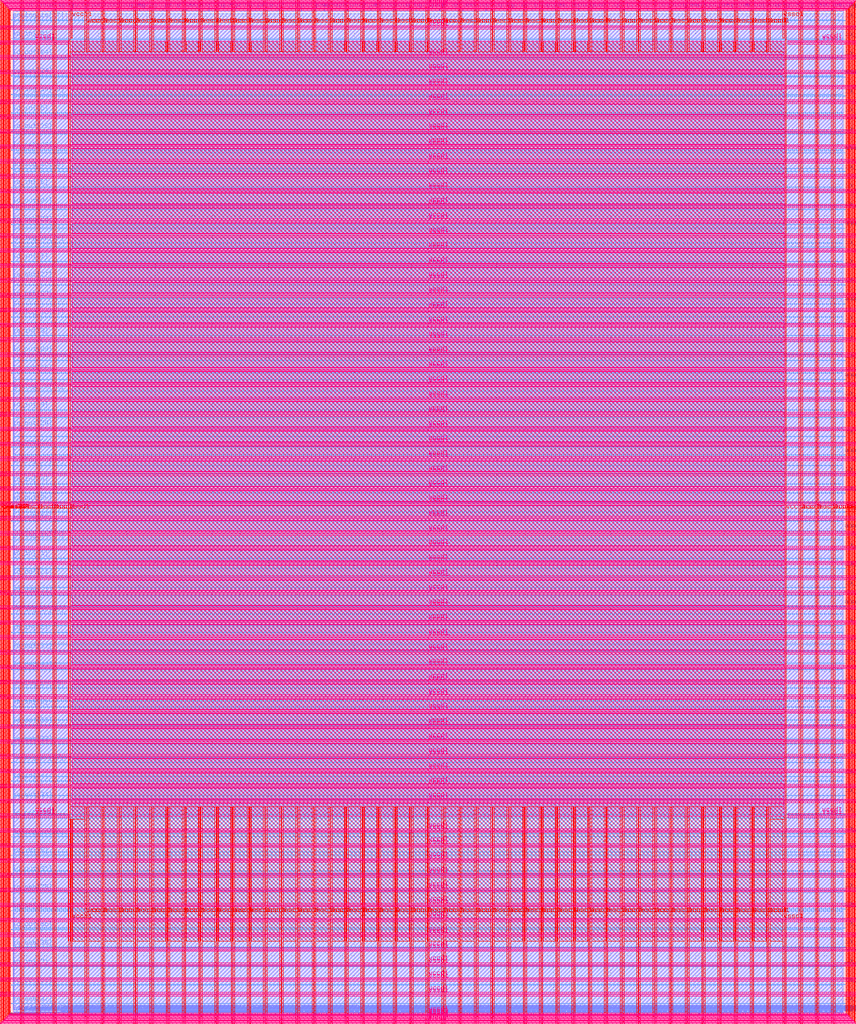
<source format=lef>
VERSION 5.7 ;
  NOWIREEXTENSIONATPIN ON ;
  DIVIDERCHAR "/" ;
  BUSBITCHARS "[]" ;
MACRO user_project_wrapper
  CLASS BLOCK ;
  FOREIGN user_project_wrapper ;
  ORIGIN 0.000 0.000 ;
  SIZE 2920.000 BY 3520.000 ;
  PIN analog_io[0]
    DIRECTION INOUT ;
    USE SIGNAL ;
    PORT
      LAYER met3 ;
        RECT 2917.600 1426.380 2924.800 1427.580 ;
    END
  END analog_io[0]
  PIN analog_io[10]
    DIRECTION INOUT ;
    USE SIGNAL ;
    PORT
      LAYER met2 ;
        RECT 2230.490 3517.600 2231.050 3524.800 ;
    END
  END analog_io[10]
  PIN analog_io[11]
    DIRECTION INOUT ;
    USE SIGNAL ;
    PORT
      LAYER met2 ;
        RECT 1905.730 3517.600 1906.290 3524.800 ;
    END
  END analog_io[11]
  PIN analog_io[12]
    DIRECTION INOUT ;
    USE SIGNAL ;
    PORT
      LAYER met2 ;
        RECT 1581.430 3517.600 1581.990 3524.800 ;
    END
  END analog_io[12]
  PIN analog_io[13]
    DIRECTION INOUT ;
    USE SIGNAL ;
    PORT
      LAYER met2 ;
        RECT 1257.130 3517.600 1257.690 3524.800 ;
    END
  END analog_io[13]
  PIN analog_io[14]
    DIRECTION INOUT ;
    USE SIGNAL ;
    PORT
      LAYER met2 ;
        RECT 932.370 3517.600 932.930 3524.800 ;
    END
  END analog_io[14]
  PIN analog_io[15]
    DIRECTION INOUT ;
    USE SIGNAL ;
    PORT
      LAYER met2 ;
        RECT 608.070 3517.600 608.630 3524.800 ;
    END
  END analog_io[15]
  PIN analog_io[16]
    DIRECTION INOUT ;
    USE SIGNAL ;
    PORT
      LAYER met2 ;
        RECT 283.770 3517.600 284.330 3524.800 ;
    END
  END analog_io[16]
  PIN analog_io[17]
    DIRECTION INOUT ;
    USE SIGNAL ;
    PORT
      LAYER met3 ;
        RECT -4.800 3486.100 2.400 3487.300 ;
    END
  END analog_io[17]
  PIN analog_io[18]
    DIRECTION INOUT ;
    USE SIGNAL ;
    PORT
      LAYER met3 ;
        RECT -4.800 3224.980 2.400 3226.180 ;
    END
  END analog_io[18]
  PIN analog_io[19]
    DIRECTION INOUT ;
    USE SIGNAL ;
    PORT
      LAYER met3 ;
        RECT -4.800 2964.540 2.400 2965.740 ;
    END
  END analog_io[19]
  PIN analog_io[1]
    DIRECTION INOUT ;
    USE SIGNAL ;
    PORT
      LAYER met3 ;
        RECT 2917.600 1692.260 2924.800 1693.460 ;
    END
  END analog_io[1]
  PIN analog_io[20]
    DIRECTION INOUT ;
    USE SIGNAL ;
    PORT
      LAYER met3 ;
        RECT -4.800 2703.420 2.400 2704.620 ;
    END
  END analog_io[20]
  PIN analog_io[21]
    DIRECTION INOUT ;
    USE SIGNAL ;
    PORT
      LAYER met3 ;
        RECT -4.800 2442.980 2.400 2444.180 ;
    END
  END analog_io[21]
  PIN analog_io[22]
    DIRECTION INOUT ;
    USE SIGNAL ;
    PORT
      LAYER met3 ;
        RECT -4.800 2182.540 2.400 2183.740 ;
    END
  END analog_io[22]
  PIN analog_io[23]
    DIRECTION INOUT ;
    USE SIGNAL ;
    PORT
      LAYER met3 ;
        RECT -4.800 1921.420 2.400 1922.620 ;
    END
  END analog_io[23]
  PIN analog_io[24]
    DIRECTION INOUT ;
    USE SIGNAL ;
    PORT
      LAYER met3 ;
        RECT -4.800 1660.980 2.400 1662.180 ;
    END
  END analog_io[24]
  PIN analog_io[25]
    DIRECTION INOUT ;
    USE SIGNAL ;
    PORT
      LAYER met3 ;
        RECT -4.800 1399.860 2.400 1401.060 ;
    END
  END analog_io[25]
  PIN analog_io[26]
    DIRECTION INOUT ;
    USE SIGNAL ;
    PORT
      LAYER met3 ;
        RECT -4.800 1139.420 2.400 1140.620 ;
    END
  END analog_io[26]
  PIN analog_io[27]
    DIRECTION INOUT ;
    USE SIGNAL ;
    PORT
      LAYER met3 ;
        RECT -4.800 878.980 2.400 880.180 ;
    END
  END analog_io[27]
  PIN analog_io[28]
    DIRECTION INOUT ;
    USE SIGNAL ;
    PORT
      LAYER met3 ;
        RECT -4.800 617.860 2.400 619.060 ;
    END
  END analog_io[28]
  PIN analog_io[2]
    DIRECTION INOUT ;
    USE SIGNAL ;
    PORT
      LAYER met3 ;
        RECT 2917.600 1958.140 2924.800 1959.340 ;
    END
  END analog_io[2]
  PIN analog_io[3]
    DIRECTION INOUT ;
    USE SIGNAL ;
    PORT
      LAYER met3 ;
        RECT 2917.600 2223.340 2924.800 2224.540 ;
    END
  END analog_io[3]
  PIN analog_io[4]
    DIRECTION INOUT ;
    USE SIGNAL ;
    PORT
      LAYER met3 ;
        RECT 2917.600 2489.220 2924.800 2490.420 ;
    END
  END analog_io[4]
  PIN analog_io[5]
    DIRECTION INOUT ;
    USE SIGNAL ;
    PORT
      LAYER met3 ;
        RECT 2917.600 2755.100 2924.800 2756.300 ;
    END
  END analog_io[5]
  PIN analog_io[6]
    DIRECTION INOUT ;
    USE SIGNAL ;
    PORT
      LAYER met3 ;
        RECT 2917.600 3020.300 2924.800 3021.500 ;
    END
  END analog_io[6]
  PIN analog_io[7]
    DIRECTION INOUT ;
    USE SIGNAL ;
    PORT
      LAYER met3 ;
        RECT 2917.600 3286.180 2924.800 3287.380 ;
    END
  END analog_io[7]
  PIN analog_io[8]
    DIRECTION INOUT ;
    USE SIGNAL ;
    PORT
      LAYER met2 ;
        RECT 2879.090 3517.600 2879.650 3524.800 ;
    END
  END analog_io[8]
  PIN analog_io[9]
    DIRECTION INOUT ;
    USE SIGNAL ;
    PORT
      LAYER met2 ;
        RECT 2554.790 3517.600 2555.350 3524.800 ;
    END
  END analog_io[9]
  PIN io_in[0]
    DIRECTION INPUT ;
    USE SIGNAL ;
    PORT
      LAYER met3 ;
        RECT 2917.600 32.380 2924.800 33.580 ;
    END
  END io_in[0]
  PIN io_in[10]
    DIRECTION INPUT ;
    USE SIGNAL ;
    PORT
      LAYER met3 ;
        RECT 2917.600 2289.980 2924.800 2291.180 ;
    END
  END io_in[10]
  PIN io_in[11]
    DIRECTION INPUT ;
    USE SIGNAL ;
    PORT
      LAYER met3 ;
        RECT 2917.600 2555.860 2924.800 2557.060 ;
    END
  END io_in[11]
  PIN io_in[12]
    DIRECTION INPUT ;
    USE SIGNAL ;
    PORT
      LAYER met3 ;
        RECT 2917.600 2821.060 2924.800 2822.260 ;
    END
  END io_in[12]
  PIN io_in[13]
    DIRECTION INPUT ;
    USE SIGNAL ;
    PORT
      LAYER met3 ;
        RECT 2917.600 3086.940 2924.800 3088.140 ;
    END
  END io_in[13]
  PIN io_in[14]
    DIRECTION INPUT ;
    USE SIGNAL ;
    PORT
      LAYER met3 ;
        RECT 2917.600 3352.820 2924.800 3354.020 ;
    END
  END io_in[14]
  PIN io_in[15]
    DIRECTION INPUT ;
    USE SIGNAL ;
    PORT
      LAYER met2 ;
        RECT 2798.130 3517.600 2798.690 3524.800 ;
    END
  END io_in[15]
  PIN io_in[16]
    DIRECTION INPUT ;
    USE SIGNAL ;
    PORT
      LAYER met2 ;
        RECT 2473.830 3517.600 2474.390 3524.800 ;
    END
  END io_in[16]
  PIN io_in[17]
    DIRECTION INPUT ;
    USE SIGNAL ;
    PORT
      LAYER met2 ;
        RECT 2149.070 3517.600 2149.630 3524.800 ;
    END
  END io_in[17]
  PIN io_in[18]
    DIRECTION INPUT ;
    USE SIGNAL ;
    PORT
      LAYER met2 ;
        RECT 1824.770 3517.600 1825.330 3524.800 ;
    END
  END io_in[18]
  PIN io_in[19]
    DIRECTION INPUT ;
    USE SIGNAL ;
    PORT
      LAYER met2 ;
        RECT 1500.470 3517.600 1501.030 3524.800 ;
    END
  END io_in[19]
  PIN io_in[1]
    DIRECTION INPUT ;
    USE SIGNAL ;
    PORT
      LAYER met3 ;
        RECT 2917.600 230.940 2924.800 232.140 ;
    END
  END io_in[1]
  PIN io_in[20]
    DIRECTION INPUT ;
    USE SIGNAL ;
    PORT
      LAYER met2 ;
        RECT 1175.710 3517.600 1176.270 3524.800 ;
    END
  END io_in[20]
  PIN io_in[21]
    DIRECTION INPUT ;
    USE SIGNAL ;
    PORT
      LAYER met2 ;
        RECT 851.410 3517.600 851.970 3524.800 ;
    END
  END io_in[21]
  PIN io_in[22]
    DIRECTION INPUT ;
    USE SIGNAL ;
    PORT
      LAYER met2 ;
        RECT 527.110 3517.600 527.670 3524.800 ;
    END
  END io_in[22]
  PIN io_in[23]
    DIRECTION INPUT ;
    USE SIGNAL ;
    PORT
      LAYER met2 ;
        RECT 202.350 3517.600 202.910 3524.800 ;
    END
  END io_in[23]
  PIN io_in[24]
    DIRECTION INPUT ;
    USE SIGNAL ;
    PORT
      LAYER met3 ;
        RECT -4.800 3420.820 2.400 3422.020 ;
    END
  END io_in[24]
  PIN io_in[25]
    DIRECTION INPUT ;
    USE SIGNAL ;
    PORT
      LAYER met3 ;
        RECT -4.800 3159.700 2.400 3160.900 ;
    END
  END io_in[25]
  PIN io_in[26]
    DIRECTION INPUT ;
    USE SIGNAL ;
    PORT
      LAYER met3 ;
        RECT -4.800 2899.260 2.400 2900.460 ;
    END
  END io_in[26]
  PIN io_in[27]
    DIRECTION INPUT ;
    USE SIGNAL ;
    PORT
      LAYER met3 ;
        RECT -4.800 2638.820 2.400 2640.020 ;
    END
  END io_in[27]
  PIN io_in[28]
    DIRECTION INPUT ;
    USE SIGNAL ;
    PORT
      LAYER met3 ;
        RECT -4.800 2377.700 2.400 2378.900 ;
    END
  END io_in[28]
  PIN io_in[29]
    DIRECTION INPUT ;
    USE SIGNAL ;
    PORT
      LAYER met3 ;
        RECT -4.800 2117.260 2.400 2118.460 ;
    END
  END io_in[29]
  PIN io_in[2]
    DIRECTION INPUT ;
    USE SIGNAL ;
    PORT
      LAYER met3 ;
        RECT 2917.600 430.180 2924.800 431.380 ;
    END
  END io_in[2]
  PIN io_in[30]
    DIRECTION INPUT ;
    USE SIGNAL ;
    PORT
      LAYER met3 ;
        RECT -4.800 1856.140 2.400 1857.340 ;
    END
  END io_in[30]
  PIN io_in[31]
    DIRECTION INPUT ;
    USE SIGNAL ;
    PORT
      LAYER met3 ;
        RECT -4.800 1595.700 2.400 1596.900 ;
    END
  END io_in[31]
  PIN io_in[32]
    DIRECTION INPUT ;
    USE SIGNAL ;
    PORT
      LAYER met3 ;
        RECT -4.800 1335.260 2.400 1336.460 ;
    END
  END io_in[32]
  PIN io_in[33]
    DIRECTION INPUT ;
    USE SIGNAL ;
    PORT
      LAYER met3 ;
        RECT -4.800 1074.140 2.400 1075.340 ;
    END
  END io_in[33]
  PIN io_in[34]
    DIRECTION INPUT ;
    USE SIGNAL ;
    PORT
      LAYER met3 ;
        RECT -4.800 813.700 2.400 814.900 ;
    END
  END io_in[34]
  PIN io_in[35]
    DIRECTION INPUT ;
    USE SIGNAL ;
    PORT
      LAYER met3 ;
        RECT -4.800 552.580 2.400 553.780 ;
    END
  END io_in[35]
  PIN io_in[36]
    DIRECTION INPUT ;
    USE SIGNAL ;
    PORT
      LAYER met3 ;
        RECT -4.800 357.420 2.400 358.620 ;
    END
  END io_in[36]
  PIN io_in[37]
    DIRECTION INPUT ;
    USE SIGNAL ;
    PORT
      LAYER met3 ;
        RECT -4.800 161.580 2.400 162.780 ;
    END
  END io_in[37]
  PIN io_in[3]
    DIRECTION INPUT ;
    USE SIGNAL ;
    PORT
      LAYER met3 ;
        RECT 2917.600 629.420 2924.800 630.620 ;
    END
  END io_in[3]
  PIN io_in[4]
    DIRECTION INPUT ;
    USE SIGNAL ;
    PORT
      LAYER met3 ;
        RECT 2917.600 828.660 2924.800 829.860 ;
    END
  END io_in[4]
  PIN io_in[5]
    DIRECTION INPUT ;
    USE SIGNAL ;
    PORT
      LAYER met3 ;
        RECT 2917.600 1027.900 2924.800 1029.100 ;
    END
  END io_in[5]
  PIN io_in[6]
    DIRECTION INPUT ;
    USE SIGNAL ;
    PORT
      LAYER met3 ;
        RECT 2917.600 1227.140 2924.800 1228.340 ;
    END
  END io_in[6]
  PIN io_in[7]
    DIRECTION INPUT ;
    USE SIGNAL ;
    PORT
      LAYER met3 ;
        RECT 2917.600 1493.020 2924.800 1494.220 ;
    END
  END io_in[7]
  PIN io_in[8]
    DIRECTION INPUT ;
    USE SIGNAL ;
    PORT
      LAYER met3 ;
        RECT 2917.600 1758.900 2924.800 1760.100 ;
    END
  END io_in[8]
  PIN io_in[9]
    DIRECTION INPUT ;
    USE SIGNAL ;
    PORT
      LAYER met3 ;
        RECT 2917.600 2024.100 2924.800 2025.300 ;
    END
  END io_in[9]
  PIN io_oeb[0]
    DIRECTION OUTPUT TRISTATE ;
    USE SIGNAL ;
    PORT
      LAYER met3 ;
        RECT 2917.600 164.980 2924.800 166.180 ;
    END
  END io_oeb[0]
  PIN io_oeb[10]
    DIRECTION OUTPUT TRISTATE ;
    USE SIGNAL ;
    PORT
      LAYER met3 ;
        RECT 2917.600 2422.580 2924.800 2423.780 ;
    END
  END io_oeb[10]
  PIN io_oeb[11]
    DIRECTION OUTPUT TRISTATE ;
    USE SIGNAL ;
    PORT
      LAYER met3 ;
        RECT 2917.600 2688.460 2924.800 2689.660 ;
    END
  END io_oeb[11]
  PIN io_oeb[12]
    DIRECTION OUTPUT TRISTATE ;
    USE SIGNAL ;
    PORT
      LAYER met3 ;
        RECT 2917.600 2954.340 2924.800 2955.540 ;
    END
  END io_oeb[12]
  PIN io_oeb[13]
    DIRECTION OUTPUT TRISTATE ;
    USE SIGNAL ;
    PORT
      LAYER met3 ;
        RECT 2917.600 3219.540 2924.800 3220.740 ;
    END
  END io_oeb[13]
  PIN io_oeb[14]
    DIRECTION OUTPUT TRISTATE ;
    USE SIGNAL ;
    PORT
      LAYER met3 ;
        RECT 2917.600 3485.420 2924.800 3486.620 ;
    END
  END io_oeb[14]
  PIN io_oeb[15]
    DIRECTION OUTPUT TRISTATE ;
    USE SIGNAL ;
    PORT
      LAYER met2 ;
        RECT 2635.750 3517.600 2636.310 3524.800 ;
    END
  END io_oeb[15]
  PIN io_oeb[16]
    DIRECTION OUTPUT TRISTATE ;
    USE SIGNAL ;
    PORT
      LAYER met2 ;
        RECT 2311.450 3517.600 2312.010 3524.800 ;
    END
  END io_oeb[16]
  PIN io_oeb[17]
    DIRECTION OUTPUT TRISTATE ;
    USE SIGNAL ;
    PORT
      LAYER met2 ;
        RECT 1987.150 3517.600 1987.710 3524.800 ;
    END
  END io_oeb[17]
  PIN io_oeb[18]
    DIRECTION OUTPUT TRISTATE ;
    USE SIGNAL ;
    PORT
      LAYER met2 ;
        RECT 1662.390 3517.600 1662.950 3524.800 ;
    END
  END io_oeb[18]
  PIN io_oeb[19]
    DIRECTION OUTPUT TRISTATE ;
    USE SIGNAL ;
    PORT
      LAYER met2 ;
        RECT 1338.090 3517.600 1338.650 3524.800 ;
    END
  END io_oeb[19]
  PIN io_oeb[1]
    DIRECTION OUTPUT TRISTATE ;
    USE SIGNAL ;
    PORT
      LAYER met3 ;
        RECT 2917.600 364.220 2924.800 365.420 ;
    END
  END io_oeb[1]
  PIN io_oeb[20]
    DIRECTION OUTPUT TRISTATE ;
    USE SIGNAL ;
    PORT
      LAYER met2 ;
        RECT 1013.790 3517.600 1014.350 3524.800 ;
    END
  END io_oeb[20]
  PIN io_oeb[21]
    DIRECTION OUTPUT TRISTATE ;
    USE SIGNAL ;
    PORT
      LAYER met2 ;
        RECT 689.030 3517.600 689.590 3524.800 ;
    END
  END io_oeb[21]
  PIN io_oeb[22]
    DIRECTION OUTPUT TRISTATE ;
    USE SIGNAL ;
    PORT
      LAYER met2 ;
        RECT 364.730 3517.600 365.290 3524.800 ;
    END
  END io_oeb[22]
  PIN io_oeb[23]
    DIRECTION OUTPUT TRISTATE ;
    USE SIGNAL ;
    PORT
      LAYER met2 ;
        RECT 40.430 3517.600 40.990 3524.800 ;
    END
  END io_oeb[23]
  PIN io_oeb[24]
    DIRECTION OUTPUT TRISTATE ;
    USE SIGNAL ;
    PORT
      LAYER met3 ;
        RECT -4.800 3290.260 2.400 3291.460 ;
    END
  END io_oeb[24]
  PIN io_oeb[25]
    DIRECTION OUTPUT TRISTATE ;
    USE SIGNAL ;
    PORT
      LAYER met3 ;
        RECT -4.800 3029.820 2.400 3031.020 ;
    END
  END io_oeb[25]
  PIN io_oeb[26]
    DIRECTION OUTPUT TRISTATE ;
    USE SIGNAL ;
    PORT
      LAYER met3 ;
        RECT -4.800 2768.700 2.400 2769.900 ;
    END
  END io_oeb[26]
  PIN io_oeb[27]
    DIRECTION OUTPUT TRISTATE ;
    USE SIGNAL ;
    PORT
      LAYER met3 ;
        RECT -4.800 2508.260 2.400 2509.460 ;
    END
  END io_oeb[27]
  PIN io_oeb[28]
    DIRECTION OUTPUT TRISTATE ;
    USE SIGNAL ;
    PORT
      LAYER met3 ;
        RECT -4.800 2247.140 2.400 2248.340 ;
    END
  END io_oeb[28]
  PIN io_oeb[29]
    DIRECTION OUTPUT TRISTATE ;
    USE SIGNAL ;
    PORT
      LAYER met3 ;
        RECT -4.800 1986.700 2.400 1987.900 ;
    END
  END io_oeb[29]
  PIN io_oeb[2]
    DIRECTION OUTPUT TRISTATE ;
    USE SIGNAL ;
    PORT
      LAYER met3 ;
        RECT 2917.600 563.460 2924.800 564.660 ;
    END
  END io_oeb[2]
  PIN io_oeb[30]
    DIRECTION OUTPUT TRISTATE ;
    USE SIGNAL ;
    PORT
      LAYER met3 ;
        RECT -4.800 1726.260 2.400 1727.460 ;
    END
  END io_oeb[30]
  PIN io_oeb[31]
    DIRECTION OUTPUT TRISTATE ;
    USE SIGNAL ;
    PORT
      LAYER met3 ;
        RECT -4.800 1465.140 2.400 1466.340 ;
    END
  END io_oeb[31]
  PIN io_oeb[32]
    DIRECTION OUTPUT TRISTATE ;
    USE SIGNAL ;
    PORT
      LAYER met3 ;
        RECT -4.800 1204.700 2.400 1205.900 ;
    END
  END io_oeb[32]
  PIN io_oeb[33]
    DIRECTION OUTPUT TRISTATE ;
    USE SIGNAL ;
    PORT
      LAYER met3 ;
        RECT -4.800 943.580 2.400 944.780 ;
    END
  END io_oeb[33]
  PIN io_oeb[34]
    DIRECTION OUTPUT TRISTATE ;
    USE SIGNAL ;
    PORT
      LAYER met3 ;
        RECT -4.800 683.140 2.400 684.340 ;
    END
  END io_oeb[34]
  PIN io_oeb[35]
    DIRECTION OUTPUT TRISTATE ;
    USE SIGNAL ;
    PORT
      LAYER met3 ;
        RECT -4.800 422.700 2.400 423.900 ;
    END
  END io_oeb[35]
  PIN io_oeb[36]
    DIRECTION OUTPUT TRISTATE ;
    USE SIGNAL ;
    PORT
      LAYER met3 ;
        RECT -4.800 226.860 2.400 228.060 ;
    END
  END io_oeb[36]
  PIN io_oeb[37]
    DIRECTION OUTPUT TRISTATE ;
    USE SIGNAL ;
    PORT
      LAYER met3 ;
        RECT -4.800 31.700 2.400 32.900 ;
    END
  END io_oeb[37]
  PIN io_oeb[3]
    DIRECTION OUTPUT TRISTATE ;
    USE SIGNAL ;
    PORT
      LAYER met3 ;
        RECT 2917.600 762.700 2924.800 763.900 ;
    END
  END io_oeb[3]
  PIN io_oeb[4]
    DIRECTION OUTPUT TRISTATE ;
    USE SIGNAL ;
    PORT
      LAYER met3 ;
        RECT 2917.600 961.940 2924.800 963.140 ;
    END
  END io_oeb[4]
  PIN io_oeb[5]
    DIRECTION OUTPUT TRISTATE ;
    USE SIGNAL ;
    PORT
      LAYER met3 ;
        RECT 2917.600 1161.180 2924.800 1162.380 ;
    END
  END io_oeb[5]
  PIN io_oeb[6]
    DIRECTION OUTPUT TRISTATE ;
    USE SIGNAL ;
    PORT
      LAYER met3 ;
        RECT 2917.600 1360.420 2924.800 1361.620 ;
    END
  END io_oeb[6]
  PIN io_oeb[7]
    DIRECTION OUTPUT TRISTATE ;
    USE SIGNAL ;
    PORT
      LAYER met3 ;
        RECT 2917.600 1625.620 2924.800 1626.820 ;
    END
  END io_oeb[7]
  PIN io_oeb[8]
    DIRECTION OUTPUT TRISTATE ;
    USE SIGNAL ;
    PORT
      LAYER met3 ;
        RECT 2917.600 1891.500 2924.800 1892.700 ;
    END
  END io_oeb[8]
  PIN io_oeb[9]
    DIRECTION OUTPUT TRISTATE ;
    USE SIGNAL ;
    PORT
      LAYER met3 ;
        RECT 2917.600 2157.380 2924.800 2158.580 ;
    END
  END io_oeb[9]
  PIN io_out[0]
    DIRECTION OUTPUT TRISTATE ;
    USE SIGNAL ;
    PORT
      LAYER met3 ;
        RECT 2917.600 98.340 2924.800 99.540 ;
    END
  END io_out[0]
  PIN io_out[10]
    DIRECTION OUTPUT TRISTATE ;
    USE SIGNAL ;
    PORT
      LAYER met3 ;
        RECT 2917.600 2356.620 2924.800 2357.820 ;
    END
  END io_out[10]
  PIN io_out[11]
    DIRECTION OUTPUT TRISTATE ;
    USE SIGNAL ;
    PORT
      LAYER met3 ;
        RECT 2917.600 2621.820 2924.800 2623.020 ;
    END
  END io_out[11]
  PIN io_out[12]
    DIRECTION OUTPUT TRISTATE ;
    USE SIGNAL ;
    PORT
      LAYER met3 ;
        RECT 2917.600 2887.700 2924.800 2888.900 ;
    END
  END io_out[12]
  PIN io_out[13]
    DIRECTION OUTPUT TRISTATE ;
    USE SIGNAL ;
    PORT
      LAYER met3 ;
        RECT 2917.600 3153.580 2924.800 3154.780 ;
    END
  END io_out[13]
  PIN io_out[14]
    DIRECTION OUTPUT TRISTATE ;
    USE SIGNAL ;
    PORT
      LAYER met3 ;
        RECT 2917.600 3418.780 2924.800 3419.980 ;
    END
  END io_out[14]
  PIN io_out[15]
    DIRECTION OUTPUT TRISTATE ;
    USE SIGNAL ;
    PORT
      LAYER met2 ;
        RECT 2717.170 3517.600 2717.730 3524.800 ;
    END
  END io_out[15]
  PIN io_out[16]
    DIRECTION OUTPUT TRISTATE ;
    USE SIGNAL ;
    PORT
      LAYER met2 ;
        RECT 2392.410 3517.600 2392.970 3524.800 ;
    END
  END io_out[16]
  PIN io_out[17]
    DIRECTION OUTPUT TRISTATE ;
    USE SIGNAL ;
    PORT
      LAYER met2 ;
        RECT 2068.110 3517.600 2068.670 3524.800 ;
    END
  END io_out[17]
  PIN io_out[18]
    DIRECTION OUTPUT TRISTATE ;
    USE SIGNAL ;
    PORT
      LAYER met2 ;
        RECT 1743.810 3517.600 1744.370 3524.800 ;
    END
  END io_out[18]
  PIN io_out[19]
    DIRECTION OUTPUT TRISTATE ;
    USE SIGNAL ;
    PORT
      LAYER met2 ;
        RECT 1419.050 3517.600 1419.610 3524.800 ;
    END
  END io_out[19]
  PIN io_out[1]
    DIRECTION OUTPUT TRISTATE ;
    USE SIGNAL ;
    PORT
      LAYER met3 ;
        RECT 2917.600 297.580 2924.800 298.780 ;
    END
  END io_out[1]
  PIN io_out[20]
    DIRECTION OUTPUT TRISTATE ;
    USE SIGNAL ;
    PORT
      LAYER met2 ;
        RECT 1094.750 3517.600 1095.310 3524.800 ;
    END
  END io_out[20]
  PIN io_out[21]
    DIRECTION OUTPUT TRISTATE ;
    USE SIGNAL ;
    PORT
      LAYER met2 ;
        RECT 770.450 3517.600 771.010 3524.800 ;
    END
  END io_out[21]
  PIN io_out[22]
    DIRECTION OUTPUT TRISTATE ;
    USE SIGNAL ;
    PORT
      LAYER met2 ;
        RECT 445.690 3517.600 446.250 3524.800 ;
    END
  END io_out[22]
  PIN io_out[23]
    DIRECTION OUTPUT TRISTATE ;
    USE SIGNAL ;
    PORT
      LAYER met2 ;
        RECT 121.390 3517.600 121.950 3524.800 ;
    END
  END io_out[23]
  PIN io_out[24]
    DIRECTION OUTPUT TRISTATE ;
    USE SIGNAL ;
    PORT
      LAYER met3 ;
        RECT -4.800 3355.540 2.400 3356.740 ;
    END
  END io_out[24]
  PIN io_out[25]
    DIRECTION OUTPUT TRISTATE ;
    USE SIGNAL ;
    PORT
      LAYER met3 ;
        RECT -4.800 3095.100 2.400 3096.300 ;
    END
  END io_out[25]
  PIN io_out[26]
    DIRECTION OUTPUT TRISTATE ;
    USE SIGNAL ;
    PORT
      LAYER met3 ;
        RECT -4.800 2833.980 2.400 2835.180 ;
    END
  END io_out[26]
  PIN io_out[27]
    DIRECTION OUTPUT TRISTATE ;
    USE SIGNAL ;
    PORT
      LAYER met3 ;
        RECT -4.800 2573.540 2.400 2574.740 ;
    END
  END io_out[27]
  PIN io_out[28]
    DIRECTION OUTPUT TRISTATE ;
    USE SIGNAL ;
    PORT
      LAYER met3 ;
        RECT -4.800 2312.420 2.400 2313.620 ;
    END
  END io_out[28]
  PIN io_out[29]
    DIRECTION OUTPUT TRISTATE ;
    USE SIGNAL ;
    PORT
      LAYER met3 ;
        RECT -4.800 2051.980 2.400 2053.180 ;
    END
  END io_out[29]
  PIN io_out[2]
    DIRECTION OUTPUT TRISTATE ;
    USE SIGNAL ;
    PORT
      LAYER met3 ;
        RECT 2917.600 496.820 2924.800 498.020 ;
    END
  END io_out[2]
  PIN io_out[30]
    DIRECTION OUTPUT TRISTATE ;
    USE SIGNAL ;
    PORT
      LAYER met3 ;
        RECT -4.800 1791.540 2.400 1792.740 ;
    END
  END io_out[30]
  PIN io_out[31]
    DIRECTION OUTPUT TRISTATE ;
    USE SIGNAL ;
    PORT
      LAYER met3 ;
        RECT -4.800 1530.420 2.400 1531.620 ;
    END
  END io_out[31]
  PIN io_out[32]
    DIRECTION OUTPUT TRISTATE ;
    USE SIGNAL ;
    PORT
      LAYER met3 ;
        RECT -4.800 1269.980 2.400 1271.180 ;
    END
  END io_out[32]
  PIN io_out[33]
    DIRECTION OUTPUT TRISTATE ;
    USE SIGNAL ;
    PORT
      LAYER met3 ;
        RECT -4.800 1008.860 2.400 1010.060 ;
    END
  END io_out[33]
  PIN io_out[34]
    DIRECTION OUTPUT TRISTATE ;
    USE SIGNAL ;
    PORT
      LAYER met3 ;
        RECT -4.800 748.420 2.400 749.620 ;
    END
  END io_out[34]
  PIN io_out[35]
    DIRECTION OUTPUT TRISTATE ;
    USE SIGNAL ;
    PORT
      LAYER met3 ;
        RECT -4.800 487.300 2.400 488.500 ;
    END
  END io_out[35]
  PIN io_out[36]
    DIRECTION OUTPUT TRISTATE ;
    USE SIGNAL ;
    PORT
      LAYER met3 ;
        RECT -4.800 292.140 2.400 293.340 ;
    END
  END io_out[36]
  PIN io_out[37]
    DIRECTION OUTPUT TRISTATE ;
    USE SIGNAL ;
    PORT
      LAYER met3 ;
        RECT -4.800 96.300 2.400 97.500 ;
    END
  END io_out[37]
  PIN io_out[3]
    DIRECTION OUTPUT TRISTATE ;
    USE SIGNAL ;
    PORT
      LAYER met3 ;
        RECT 2917.600 696.060 2924.800 697.260 ;
    END
  END io_out[3]
  PIN io_out[4]
    DIRECTION OUTPUT TRISTATE ;
    USE SIGNAL ;
    PORT
      LAYER met3 ;
        RECT 2917.600 895.300 2924.800 896.500 ;
    END
  END io_out[4]
  PIN io_out[5]
    DIRECTION OUTPUT TRISTATE ;
    USE SIGNAL ;
    PORT
      LAYER met3 ;
        RECT 2917.600 1094.540 2924.800 1095.740 ;
    END
  END io_out[5]
  PIN io_out[6]
    DIRECTION OUTPUT TRISTATE ;
    USE SIGNAL ;
    PORT
      LAYER met3 ;
        RECT 2917.600 1293.780 2924.800 1294.980 ;
    END
  END io_out[6]
  PIN io_out[7]
    DIRECTION OUTPUT TRISTATE ;
    USE SIGNAL ;
    PORT
      LAYER met3 ;
        RECT 2917.600 1559.660 2924.800 1560.860 ;
    END
  END io_out[7]
  PIN io_out[8]
    DIRECTION OUTPUT TRISTATE ;
    USE SIGNAL ;
    PORT
      LAYER met3 ;
        RECT 2917.600 1824.860 2924.800 1826.060 ;
    END
  END io_out[8]
  PIN io_out[9]
    DIRECTION OUTPUT TRISTATE ;
    USE SIGNAL ;
    PORT
      LAYER met3 ;
        RECT 2917.600 2090.740 2924.800 2091.940 ;
    END
  END io_out[9]
  PIN la_data_in[0]
    DIRECTION INPUT ;
    USE SIGNAL ;
    PORT
      LAYER met2 ;
        RECT 629.230 -4.800 629.790 2.400 ;
    END
  END la_data_in[0]
  PIN la_data_in[100]
    DIRECTION INPUT ;
    USE SIGNAL ;
    PORT
      LAYER met2 ;
        RECT 2402.530 -4.800 2403.090 2.400 ;
    END
  END la_data_in[100]
  PIN la_data_in[101]
    DIRECTION INPUT ;
    USE SIGNAL ;
    PORT
      LAYER met2 ;
        RECT 2420.010 -4.800 2420.570 2.400 ;
    END
  END la_data_in[101]
  PIN la_data_in[102]
    DIRECTION INPUT ;
    USE SIGNAL ;
    PORT
      LAYER met2 ;
        RECT 2437.950 -4.800 2438.510 2.400 ;
    END
  END la_data_in[102]
  PIN la_data_in[103]
    DIRECTION INPUT ;
    USE SIGNAL ;
    PORT
      LAYER met2 ;
        RECT 2455.430 -4.800 2455.990 2.400 ;
    END
  END la_data_in[103]
  PIN la_data_in[104]
    DIRECTION INPUT ;
    USE SIGNAL ;
    PORT
      LAYER met2 ;
        RECT 2473.370 -4.800 2473.930 2.400 ;
    END
  END la_data_in[104]
  PIN la_data_in[105]
    DIRECTION INPUT ;
    USE SIGNAL ;
    PORT
      LAYER met2 ;
        RECT 2490.850 -4.800 2491.410 2.400 ;
    END
  END la_data_in[105]
  PIN la_data_in[106]
    DIRECTION INPUT ;
    USE SIGNAL ;
    PORT
      LAYER met2 ;
        RECT 2508.790 -4.800 2509.350 2.400 ;
    END
  END la_data_in[106]
  PIN la_data_in[107]
    DIRECTION INPUT ;
    USE SIGNAL ;
    PORT
      LAYER met2 ;
        RECT 2526.730 -4.800 2527.290 2.400 ;
    END
  END la_data_in[107]
  PIN la_data_in[108]
    DIRECTION INPUT ;
    USE SIGNAL ;
    PORT
      LAYER met2 ;
        RECT 2544.210 -4.800 2544.770 2.400 ;
    END
  END la_data_in[108]
  PIN la_data_in[109]
    DIRECTION INPUT ;
    USE SIGNAL ;
    PORT
      LAYER met2 ;
        RECT 2562.150 -4.800 2562.710 2.400 ;
    END
  END la_data_in[109]
  PIN la_data_in[10]
    DIRECTION INPUT ;
    USE SIGNAL ;
    PORT
      LAYER met2 ;
        RECT 806.330 -4.800 806.890 2.400 ;
    END
  END la_data_in[10]
  PIN la_data_in[110]
    DIRECTION INPUT ;
    USE SIGNAL ;
    PORT
      LAYER met2 ;
        RECT 2579.630 -4.800 2580.190 2.400 ;
    END
  END la_data_in[110]
  PIN la_data_in[111]
    DIRECTION INPUT ;
    USE SIGNAL ;
    PORT
      LAYER met2 ;
        RECT 2597.570 -4.800 2598.130 2.400 ;
    END
  END la_data_in[111]
  PIN la_data_in[112]
    DIRECTION INPUT ;
    USE SIGNAL ;
    PORT
      LAYER met2 ;
        RECT 2615.050 -4.800 2615.610 2.400 ;
    END
  END la_data_in[112]
  PIN la_data_in[113]
    DIRECTION INPUT ;
    USE SIGNAL ;
    PORT
      LAYER met2 ;
        RECT 2632.990 -4.800 2633.550 2.400 ;
    END
  END la_data_in[113]
  PIN la_data_in[114]
    DIRECTION INPUT ;
    USE SIGNAL ;
    PORT
      LAYER met2 ;
        RECT 2650.470 -4.800 2651.030 2.400 ;
    END
  END la_data_in[114]
  PIN la_data_in[115]
    DIRECTION INPUT ;
    USE SIGNAL ;
    PORT
      LAYER met2 ;
        RECT 2668.410 -4.800 2668.970 2.400 ;
    END
  END la_data_in[115]
  PIN la_data_in[116]
    DIRECTION INPUT ;
    USE SIGNAL ;
    PORT
      LAYER met2 ;
        RECT 2685.890 -4.800 2686.450 2.400 ;
    END
  END la_data_in[116]
  PIN la_data_in[117]
    DIRECTION INPUT ;
    USE SIGNAL ;
    PORT
      LAYER met2 ;
        RECT 2703.830 -4.800 2704.390 2.400 ;
    END
  END la_data_in[117]
  PIN la_data_in[118]
    DIRECTION INPUT ;
    USE SIGNAL ;
    PORT
      LAYER met2 ;
        RECT 2721.770 -4.800 2722.330 2.400 ;
    END
  END la_data_in[118]
  PIN la_data_in[119]
    DIRECTION INPUT ;
    USE SIGNAL ;
    PORT
      LAYER met2 ;
        RECT 2739.250 -4.800 2739.810 2.400 ;
    END
  END la_data_in[119]
  PIN la_data_in[11]
    DIRECTION INPUT ;
    USE SIGNAL ;
    PORT
      LAYER met2 ;
        RECT 824.270 -4.800 824.830 2.400 ;
    END
  END la_data_in[11]
  PIN la_data_in[120]
    DIRECTION INPUT ;
    USE SIGNAL ;
    PORT
      LAYER met2 ;
        RECT 2757.190 -4.800 2757.750 2.400 ;
    END
  END la_data_in[120]
  PIN la_data_in[121]
    DIRECTION INPUT ;
    USE SIGNAL ;
    PORT
      LAYER met2 ;
        RECT 2774.670 -4.800 2775.230 2.400 ;
    END
  END la_data_in[121]
  PIN la_data_in[122]
    DIRECTION INPUT ;
    USE SIGNAL ;
    PORT
      LAYER met2 ;
        RECT 2792.610 -4.800 2793.170 2.400 ;
    END
  END la_data_in[122]
  PIN la_data_in[123]
    DIRECTION INPUT ;
    USE SIGNAL ;
    PORT
      LAYER met2 ;
        RECT 2810.090 -4.800 2810.650 2.400 ;
    END
  END la_data_in[123]
  PIN la_data_in[124]
    DIRECTION INPUT ;
    USE SIGNAL ;
    PORT
      LAYER met2 ;
        RECT 2828.030 -4.800 2828.590 2.400 ;
    END
  END la_data_in[124]
  PIN la_data_in[125]
    DIRECTION INPUT ;
    USE SIGNAL ;
    PORT
      LAYER met2 ;
        RECT 2845.510 -4.800 2846.070 2.400 ;
    END
  END la_data_in[125]
  PIN la_data_in[126]
    DIRECTION INPUT ;
    USE SIGNAL ;
    PORT
      LAYER met2 ;
        RECT 2863.450 -4.800 2864.010 2.400 ;
    END
  END la_data_in[126]
  PIN la_data_in[127]
    DIRECTION INPUT ;
    USE SIGNAL ;
    PORT
      LAYER met2 ;
        RECT 2881.390 -4.800 2881.950 2.400 ;
    END
  END la_data_in[127]
  PIN la_data_in[12]
    DIRECTION INPUT ;
    USE SIGNAL ;
    PORT
      LAYER met2 ;
        RECT 841.750 -4.800 842.310 2.400 ;
    END
  END la_data_in[12]
  PIN la_data_in[13]
    DIRECTION INPUT ;
    USE SIGNAL ;
    PORT
      LAYER met2 ;
        RECT 859.690 -4.800 860.250 2.400 ;
    END
  END la_data_in[13]
  PIN la_data_in[14]
    DIRECTION INPUT ;
    USE SIGNAL ;
    PORT
      LAYER met2 ;
        RECT 877.170 -4.800 877.730 2.400 ;
    END
  END la_data_in[14]
  PIN la_data_in[15]
    DIRECTION INPUT ;
    USE SIGNAL ;
    PORT
      LAYER met2 ;
        RECT 895.110 -4.800 895.670 2.400 ;
    END
  END la_data_in[15]
  PIN la_data_in[16]
    DIRECTION INPUT ;
    USE SIGNAL ;
    PORT
      LAYER met2 ;
        RECT 912.590 -4.800 913.150 2.400 ;
    END
  END la_data_in[16]
  PIN la_data_in[17]
    DIRECTION INPUT ;
    USE SIGNAL ;
    PORT
      LAYER met2 ;
        RECT 930.530 -4.800 931.090 2.400 ;
    END
  END la_data_in[17]
  PIN la_data_in[18]
    DIRECTION INPUT ;
    USE SIGNAL ;
    PORT
      LAYER met2 ;
        RECT 948.470 -4.800 949.030 2.400 ;
    END
  END la_data_in[18]
  PIN la_data_in[19]
    DIRECTION INPUT ;
    USE SIGNAL ;
    PORT
      LAYER met2 ;
        RECT 965.950 -4.800 966.510 2.400 ;
    END
  END la_data_in[19]
  PIN la_data_in[1]
    DIRECTION INPUT ;
    USE SIGNAL ;
    PORT
      LAYER met2 ;
        RECT 646.710 -4.800 647.270 2.400 ;
    END
  END la_data_in[1]
  PIN la_data_in[20]
    DIRECTION INPUT ;
    USE SIGNAL ;
    PORT
      LAYER met2 ;
        RECT 983.890 -4.800 984.450 2.400 ;
    END
  END la_data_in[20]
  PIN la_data_in[21]
    DIRECTION INPUT ;
    USE SIGNAL ;
    PORT
      LAYER met2 ;
        RECT 1001.370 -4.800 1001.930 2.400 ;
    END
  END la_data_in[21]
  PIN la_data_in[22]
    DIRECTION INPUT ;
    USE SIGNAL ;
    PORT
      LAYER met2 ;
        RECT 1019.310 -4.800 1019.870 2.400 ;
    END
  END la_data_in[22]
  PIN la_data_in[23]
    DIRECTION INPUT ;
    USE SIGNAL ;
    PORT
      LAYER met2 ;
        RECT 1036.790 -4.800 1037.350 2.400 ;
    END
  END la_data_in[23]
  PIN la_data_in[24]
    DIRECTION INPUT ;
    USE SIGNAL ;
    PORT
      LAYER met2 ;
        RECT 1054.730 -4.800 1055.290 2.400 ;
    END
  END la_data_in[24]
  PIN la_data_in[25]
    DIRECTION INPUT ;
    USE SIGNAL ;
    PORT
      LAYER met2 ;
        RECT 1072.210 -4.800 1072.770 2.400 ;
    END
  END la_data_in[25]
  PIN la_data_in[26]
    DIRECTION INPUT ;
    USE SIGNAL ;
    PORT
      LAYER met2 ;
        RECT 1090.150 -4.800 1090.710 2.400 ;
    END
  END la_data_in[26]
  PIN la_data_in[27]
    DIRECTION INPUT ;
    USE SIGNAL ;
    PORT
      LAYER met2 ;
        RECT 1107.630 -4.800 1108.190 2.400 ;
    END
  END la_data_in[27]
  PIN la_data_in[28]
    DIRECTION INPUT ;
    USE SIGNAL ;
    PORT
      LAYER met2 ;
        RECT 1125.570 -4.800 1126.130 2.400 ;
    END
  END la_data_in[28]
  PIN la_data_in[29]
    DIRECTION INPUT ;
    USE SIGNAL ;
    PORT
      LAYER met2 ;
        RECT 1143.510 -4.800 1144.070 2.400 ;
    END
  END la_data_in[29]
  PIN la_data_in[2]
    DIRECTION INPUT ;
    USE SIGNAL ;
    PORT
      LAYER met2 ;
        RECT 664.650 -4.800 665.210 2.400 ;
    END
  END la_data_in[2]
  PIN la_data_in[30]
    DIRECTION INPUT ;
    USE SIGNAL ;
    PORT
      LAYER met2 ;
        RECT 1160.990 -4.800 1161.550 2.400 ;
    END
  END la_data_in[30]
  PIN la_data_in[31]
    DIRECTION INPUT ;
    USE SIGNAL ;
    PORT
      LAYER met2 ;
        RECT 1178.930 -4.800 1179.490 2.400 ;
    END
  END la_data_in[31]
  PIN la_data_in[32]
    DIRECTION INPUT ;
    USE SIGNAL ;
    PORT
      LAYER met2 ;
        RECT 1196.410 -4.800 1196.970 2.400 ;
    END
  END la_data_in[32]
  PIN la_data_in[33]
    DIRECTION INPUT ;
    USE SIGNAL ;
    PORT
      LAYER met2 ;
        RECT 1214.350 -4.800 1214.910 2.400 ;
    END
  END la_data_in[33]
  PIN la_data_in[34]
    DIRECTION INPUT ;
    USE SIGNAL ;
    PORT
      LAYER met2 ;
        RECT 1231.830 -4.800 1232.390 2.400 ;
    END
  END la_data_in[34]
  PIN la_data_in[35]
    DIRECTION INPUT ;
    USE SIGNAL ;
    PORT
      LAYER met2 ;
        RECT 1249.770 -4.800 1250.330 2.400 ;
    END
  END la_data_in[35]
  PIN la_data_in[36]
    DIRECTION INPUT ;
    USE SIGNAL ;
    PORT
      LAYER met2 ;
        RECT 1267.250 -4.800 1267.810 2.400 ;
    END
  END la_data_in[36]
  PIN la_data_in[37]
    DIRECTION INPUT ;
    USE SIGNAL ;
    PORT
      LAYER met2 ;
        RECT 1285.190 -4.800 1285.750 2.400 ;
    END
  END la_data_in[37]
  PIN la_data_in[38]
    DIRECTION INPUT ;
    USE SIGNAL ;
    PORT
      LAYER met2 ;
        RECT 1303.130 -4.800 1303.690 2.400 ;
    END
  END la_data_in[38]
  PIN la_data_in[39]
    DIRECTION INPUT ;
    USE SIGNAL ;
    PORT
      LAYER met2 ;
        RECT 1320.610 -4.800 1321.170 2.400 ;
    END
  END la_data_in[39]
  PIN la_data_in[3]
    DIRECTION INPUT ;
    USE SIGNAL ;
    PORT
      LAYER met2 ;
        RECT 682.130 -4.800 682.690 2.400 ;
    END
  END la_data_in[3]
  PIN la_data_in[40]
    DIRECTION INPUT ;
    USE SIGNAL ;
    PORT
      LAYER met2 ;
        RECT 1338.550 -4.800 1339.110 2.400 ;
    END
  END la_data_in[40]
  PIN la_data_in[41]
    DIRECTION INPUT ;
    USE SIGNAL ;
    PORT
      LAYER met2 ;
        RECT 1356.030 -4.800 1356.590 2.400 ;
    END
  END la_data_in[41]
  PIN la_data_in[42]
    DIRECTION INPUT ;
    USE SIGNAL ;
    PORT
      LAYER met2 ;
        RECT 1373.970 -4.800 1374.530 2.400 ;
    END
  END la_data_in[42]
  PIN la_data_in[43]
    DIRECTION INPUT ;
    USE SIGNAL ;
    PORT
      LAYER met2 ;
        RECT 1391.450 -4.800 1392.010 2.400 ;
    END
  END la_data_in[43]
  PIN la_data_in[44]
    DIRECTION INPUT ;
    USE SIGNAL ;
    PORT
      LAYER met2 ;
        RECT 1409.390 -4.800 1409.950 2.400 ;
    END
  END la_data_in[44]
  PIN la_data_in[45]
    DIRECTION INPUT ;
    USE SIGNAL ;
    PORT
      LAYER met2 ;
        RECT 1426.870 -4.800 1427.430 2.400 ;
    END
  END la_data_in[45]
  PIN la_data_in[46]
    DIRECTION INPUT ;
    USE SIGNAL ;
    PORT
      LAYER met2 ;
        RECT 1444.810 -4.800 1445.370 2.400 ;
    END
  END la_data_in[46]
  PIN la_data_in[47]
    DIRECTION INPUT ;
    USE SIGNAL ;
    PORT
      LAYER met2 ;
        RECT 1462.750 -4.800 1463.310 2.400 ;
    END
  END la_data_in[47]
  PIN la_data_in[48]
    DIRECTION INPUT ;
    USE SIGNAL ;
    PORT
      LAYER met2 ;
        RECT 1480.230 -4.800 1480.790 2.400 ;
    END
  END la_data_in[48]
  PIN la_data_in[49]
    DIRECTION INPUT ;
    USE SIGNAL ;
    PORT
      LAYER met2 ;
        RECT 1498.170 -4.800 1498.730 2.400 ;
    END
  END la_data_in[49]
  PIN la_data_in[4]
    DIRECTION INPUT ;
    USE SIGNAL ;
    PORT
      LAYER met2 ;
        RECT 700.070 -4.800 700.630 2.400 ;
    END
  END la_data_in[4]
  PIN la_data_in[50]
    DIRECTION INPUT ;
    USE SIGNAL ;
    PORT
      LAYER met2 ;
        RECT 1515.650 -4.800 1516.210 2.400 ;
    END
  END la_data_in[50]
  PIN la_data_in[51]
    DIRECTION INPUT ;
    USE SIGNAL ;
    PORT
      LAYER met2 ;
        RECT 1533.590 -4.800 1534.150 2.400 ;
    END
  END la_data_in[51]
  PIN la_data_in[52]
    DIRECTION INPUT ;
    USE SIGNAL ;
    PORT
      LAYER met2 ;
        RECT 1551.070 -4.800 1551.630 2.400 ;
    END
  END la_data_in[52]
  PIN la_data_in[53]
    DIRECTION INPUT ;
    USE SIGNAL ;
    PORT
      LAYER met2 ;
        RECT 1569.010 -4.800 1569.570 2.400 ;
    END
  END la_data_in[53]
  PIN la_data_in[54]
    DIRECTION INPUT ;
    USE SIGNAL ;
    PORT
      LAYER met2 ;
        RECT 1586.490 -4.800 1587.050 2.400 ;
    END
  END la_data_in[54]
  PIN la_data_in[55]
    DIRECTION INPUT ;
    USE SIGNAL ;
    PORT
      LAYER met2 ;
        RECT 1604.430 -4.800 1604.990 2.400 ;
    END
  END la_data_in[55]
  PIN la_data_in[56]
    DIRECTION INPUT ;
    USE SIGNAL ;
    PORT
      LAYER met2 ;
        RECT 1621.910 -4.800 1622.470 2.400 ;
    END
  END la_data_in[56]
  PIN la_data_in[57]
    DIRECTION INPUT ;
    USE SIGNAL ;
    PORT
      LAYER met2 ;
        RECT 1639.850 -4.800 1640.410 2.400 ;
    END
  END la_data_in[57]
  PIN la_data_in[58]
    DIRECTION INPUT ;
    USE SIGNAL ;
    PORT
      LAYER met2 ;
        RECT 1657.790 -4.800 1658.350 2.400 ;
    END
  END la_data_in[58]
  PIN la_data_in[59]
    DIRECTION INPUT ;
    USE SIGNAL ;
    PORT
      LAYER met2 ;
        RECT 1675.270 -4.800 1675.830 2.400 ;
    END
  END la_data_in[59]
  PIN la_data_in[5]
    DIRECTION INPUT ;
    USE SIGNAL ;
    PORT
      LAYER met2 ;
        RECT 717.550 -4.800 718.110 2.400 ;
    END
  END la_data_in[5]
  PIN la_data_in[60]
    DIRECTION INPUT ;
    USE SIGNAL ;
    PORT
      LAYER met2 ;
        RECT 1693.210 -4.800 1693.770 2.400 ;
    END
  END la_data_in[60]
  PIN la_data_in[61]
    DIRECTION INPUT ;
    USE SIGNAL ;
    PORT
      LAYER met2 ;
        RECT 1710.690 -4.800 1711.250 2.400 ;
    END
  END la_data_in[61]
  PIN la_data_in[62]
    DIRECTION INPUT ;
    USE SIGNAL ;
    PORT
      LAYER met2 ;
        RECT 1728.630 -4.800 1729.190 2.400 ;
    END
  END la_data_in[62]
  PIN la_data_in[63]
    DIRECTION INPUT ;
    USE SIGNAL ;
    PORT
      LAYER met2 ;
        RECT 1746.110 -4.800 1746.670 2.400 ;
    END
  END la_data_in[63]
  PIN la_data_in[64]
    DIRECTION INPUT ;
    USE SIGNAL ;
    PORT
      LAYER met2 ;
        RECT 1764.050 -4.800 1764.610 2.400 ;
    END
  END la_data_in[64]
  PIN la_data_in[65]
    DIRECTION INPUT ;
    USE SIGNAL ;
    PORT
      LAYER met2 ;
        RECT 1781.530 -4.800 1782.090 2.400 ;
    END
  END la_data_in[65]
  PIN la_data_in[66]
    DIRECTION INPUT ;
    USE SIGNAL ;
    PORT
      LAYER met2 ;
        RECT 1799.470 -4.800 1800.030 2.400 ;
    END
  END la_data_in[66]
  PIN la_data_in[67]
    DIRECTION INPUT ;
    USE SIGNAL ;
    PORT
      LAYER met2 ;
        RECT 1817.410 -4.800 1817.970 2.400 ;
    END
  END la_data_in[67]
  PIN la_data_in[68]
    DIRECTION INPUT ;
    USE SIGNAL ;
    PORT
      LAYER met2 ;
        RECT 1834.890 -4.800 1835.450 2.400 ;
    END
  END la_data_in[68]
  PIN la_data_in[69]
    DIRECTION INPUT ;
    USE SIGNAL ;
    PORT
      LAYER met2 ;
        RECT 1852.830 -4.800 1853.390 2.400 ;
    END
  END la_data_in[69]
  PIN la_data_in[6]
    DIRECTION INPUT ;
    USE SIGNAL ;
    PORT
      LAYER met2 ;
        RECT 735.490 -4.800 736.050 2.400 ;
    END
  END la_data_in[6]
  PIN la_data_in[70]
    DIRECTION INPUT ;
    USE SIGNAL ;
    PORT
      LAYER met2 ;
        RECT 1870.310 -4.800 1870.870 2.400 ;
    END
  END la_data_in[70]
  PIN la_data_in[71]
    DIRECTION INPUT ;
    USE SIGNAL ;
    PORT
      LAYER met2 ;
        RECT 1888.250 -4.800 1888.810 2.400 ;
    END
  END la_data_in[71]
  PIN la_data_in[72]
    DIRECTION INPUT ;
    USE SIGNAL ;
    PORT
      LAYER met2 ;
        RECT 1905.730 -4.800 1906.290 2.400 ;
    END
  END la_data_in[72]
  PIN la_data_in[73]
    DIRECTION INPUT ;
    USE SIGNAL ;
    PORT
      LAYER met2 ;
        RECT 1923.670 -4.800 1924.230 2.400 ;
    END
  END la_data_in[73]
  PIN la_data_in[74]
    DIRECTION INPUT ;
    USE SIGNAL ;
    PORT
      LAYER met2 ;
        RECT 1941.150 -4.800 1941.710 2.400 ;
    END
  END la_data_in[74]
  PIN la_data_in[75]
    DIRECTION INPUT ;
    USE SIGNAL ;
    PORT
      LAYER met2 ;
        RECT 1959.090 -4.800 1959.650 2.400 ;
    END
  END la_data_in[75]
  PIN la_data_in[76]
    DIRECTION INPUT ;
    USE SIGNAL ;
    PORT
      LAYER met2 ;
        RECT 1976.570 -4.800 1977.130 2.400 ;
    END
  END la_data_in[76]
  PIN la_data_in[77]
    DIRECTION INPUT ;
    USE SIGNAL ;
    PORT
      LAYER met2 ;
        RECT 1994.510 -4.800 1995.070 2.400 ;
    END
  END la_data_in[77]
  PIN la_data_in[78]
    DIRECTION INPUT ;
    USE SIGNAL ;
    PORT
      LAYER met2 ;
        RECT 2012.450 -4.800 2013.010 2.400 ;
    END
  END la_data_in[78]
  PIN la_data_in[79]
    DIRECTION INPUT ;
    USE SIGNAL ;
    PORT
      LAYER met2 ;
        RECT 2029.930 -4.800 2030.490 2.400 ;
    END
  END la_data_in[79]
  PIN la_data_in[7]
    DIRECTION INPUT ;
    USE SIGNAL ;
    PORT
      LAYER met2 ;
        RECT 752.970 -4.800 753.530 2.400 ;
    END
  END la_data_in[7]
  PIN la_data_in[80]
    DIRECTION INPUT ;
    USE SIGNAL ;
    PORT
      LAYER met2 ;
        RECT 2047.870 -4.800 2048.430 2.400 ;
    END
  END la_data_in[80]
  PIN la_data_in[81]
    DIRECTION INPUT ;
    USE SIGNAL ;
    PORT
      LAYER met2 ;
        RECT 2065.350 -4.800 2065.910 2.400 ;
    END
  END la_data_in[81]
  PIN la_data_in[82]
    DIRECTION INPUT ;
    USE SIGNAL ;
    PORT
      LAYER met2 ;
        RECT 2083.290 -4.800 2083.850 2.400 ;
    END
  END la_data_in[82]
  PIN la_data_in[83]
    DIRECTION INPUT ;
    USE SIGNAL ;
    PORT
      LAYER met2 ;
        RECT 2100.770 -4.800 2101.330 2.400 ;
    END
  END la_data_in[83]
  PIN la_data_in[84]
    DIRECTION INPUT ;
    USE SIGNAL ;
    PORT
      LAYER met2 ;
        RECT 2118.710 -4.800 2119.270 2.400 ;
    END
  END la_data_in[84]
  PIN la_data_in[85]
    DIRECTION INPUT ;
    USE SIGNAL ;
    PORT
      LAYER met2 ;
        RECT 2136.190 -4.800 2136.750 2.400 ;
    END
  END la_data_in[85]
  PIN la_data_in[86]
    DIRECTION INPUT ;
    USE SIGNAL ;
    PORT
      LAYER met2 ;
        RECT 2154.130 -4.800 2154.690 2.400 ;
    END
  END la_data_in[86]
  PIN la_data_in[87]
    DIRECTION INPUT ;
    USE SIGNAL ;
    PORT
      LAYER met2 ;
        RECT 2172.070 -4.800 2172.630 2.400 ;
    END
  END la_data_in[87]
  PIN la_data_in[88]
    DIRECTION INPUT ;
    USE SIGNAL ;
    PORT
      LAYER met2 ;
        RECT 2189.550 -4.800 2190.110 2.400 ;
    END
  END la_data_in[88]
  PIN la_data_in[89]
    DIRECTION INPUT ;
    USE SIGNAL ;
    PORT
      LAYER met2 ;
        RECT 2207.490 -4.800 2208.050 2.400 ;
    END
  END la_data_in[89]
  PIN la_data_in[8]
    DIRECTION INPUT ;
    USE SIGNAL ;
    PORT
      LAYER met2 ;
        RECT 770.910 -4.800 771.470 2.400 ;
    END
  END la_data_in[8]
  PIN la_data_in[90]
    DIRECTION INPUT ;
    USE SIGNAL ;
    PORT
      LAYER met2 ;
        RECT 2224.970 -4.800 2225.530 2.400 ;
    END
  END la_data_in[90]
  PIN la_data_in[91]
    DIRECTION INPUT ;
    USE SIGNAL ;
    PORT
      LAYER met2 ;
        RECT 2242.910 -4.800 2243.470 2.400 ;
    END
  END la_data_in[91]
  PIN la_data_in[92]
    DIRECTION INPUT ;
    USE SIGNAL ;
    PORT
      LAYER met2 ;
        RECT 2260.390 -4.800 2260.950 2.400 ;
    END
  END la_data_in[92]
  PIN la_data_in[93]
    DIRECTION INPUT ;
    USE SIGNAL ;
    PORT
      LAYER met2 ;
        RECT 2278.330 -4.800 2278.890 2.400 ;
    END
  END la_data_in[93]
  PIN la_data_in[94]
    DIRECTION INPUT ;
    USE SIGNAL ;
    PORT
      LAYER met2 ;
        RECT 2295.810 -4.800 2296.370 2.400 ;
    END
  END la_data_in[94]
  PIN la_data_in[95]
    DIRECTION INPUT ;
    USE SIGNAL ;
    PORT
      LAYER met2 ;
        RECT 2313.750 -4.800 2314.310 2.400 ;
    END
  END la_data_in[95]
  PIN la_data_in[96]
    DIRECTION INPUT ;
    USE SIGNAL ;
    PORT
      LAYER met2 ;
        RECT 2331.230 -4.800 2331.790 2.400 ;
    END
  END la_data_in[96]
  PIN la_data_in[97]
    DIRECTION INPUT ;
    USE SIGNAL ;
    PORT
      LAYER met2 ;
        RECT 2349.170 -4.800 2349.730 2.400 ;
    END
  END la_data_in[97]
  PIN la_data_in[98]
    DIRECTION INPUT ;
    USE SIGNAL ;
    PORT
      LAYER met2 ;
        RECT 2367.110 -4.800 2367.670 2.400 ;
    END
  END la_data_in[98]
  PIN la_data_in[99]
    DIRECTION INPUT ;
    USE SIGNAL ;
    PORT
      LAYER met2 ;
        RECT 2384.590 -4.800 2385.150 2.400 ;
    END
  END la_data_in[99]
  PIN la_data_in[9]
    DIRECTION INPUT ;
    USE SIGNAL ;
    PORT
      LAYER met2 ;
        RECT 788.850 -4.800 789.410 2.400 ;
    END
  END la_data_in[9]
  PIN la_data_out[0]
    DIRECTION OUTPUT TRISTATE ;
    USE SIGNAL ;
    PORT
      LAYER met2 ;
        RECT 634.750 -4.800 635.310 2.400 ;
    END
  END la_data_out[0]
  PIN la_data_out[100]
    DIRECTION OUTPUT TRISTATE ;
    USE SIGNAL ;
    PORT
      LAYER met2 ;
        RECT 2408.510 -4.800 2409.070 2.400 ;
    END
  END la_data_out[100]
  PIN la_data_out[101]
    DIRECTION OUTPUT TRISTATE ;
    USE SIGNAL ;
    PORT
      LAYER met2 ;
        RECT 2425.990 -4.800 2426.550 2.400 ;
    END
  END la_data_out[101]
  PIN la_data_out[102]
    DIRECTION OUTPUT TRISTATE ;
    USE SIGNAL ;
    PORT
      LAYER met2 ;
        RECT 2443.930 -4.800 2444.490 2.400 ;
    END
  END la_data_out[102]
  PIN la_data_out[103]
    DIRECTION OUTPUT TRISTATE ;
    USE SIGNAL ;
    PORT
      LAYER met2 ;
        RECT 2461.410 -4.800 2461.970 2.400 ;
    END
  END la_data_out[103]
  PIN la_data_out[104]
    DIRECTION OUTPUT TRISTATE ;
    USE SIGNAL ;
    PORT
      LAYER met2 ;
        RECT 2479.350 -4.800 2479.910 2.400 ;
    END
  END la_data_out[104]
  PIN la_data_out[105]
    DIRECTION OUTPUT TRISTATE ;
    USE SIGNAL ;
    PORT
      LAYER met2 ;
        RECT 2496.830 -4.800 2497.390 2.400 ;
    END
  END la_data_out[105]
  PIN la_data_out[106]
    DIRECTION OUTPUT TRISTATE ;
    USE SIGNAL ;
    PORT
      LAYER met2 ;
        RECT 2514.770 -4.800 2515.330 2.400 ;
    END
  END la_data_out[106]
  PIN la_data_out[107]
    DIRECTION OUTPUT TRISTATE ;
    USE SIGNAL ;
    PORT
      LAYER met2 ;
        RECT 2532.250 -4.800 2532.810 2.400 ;
    END
  END la_data_out[107]
  PIN la_data_out[108]
    DIRECTION OUTPUT TRISTATE ;
    USE SIGNAL ;
    PORT
      LAYER met2 ;
        RECT 2550.190 -4.800 2550.750 2.400 ;
    END
  END la_data_out[108]
  PIN la_data_out[109]
    DIRECTION OUTPUT TRISTATE ;
    USE SIGNAL ;
    PORT
      LAYER met2 ;
        RECT 2567.670 -4.800 2568.230 2.400 ;
    END
  END la_data_out[109]
  PIN la_data_out[10]
    DIRECTION OUTPUT TRISTATE ;
    USE SIGNAL ;
    PORT
      LAYER met2 ;
        RECT 812.310 -4.800 812.870 2.400 ;
    END
  END la_data_out[10]
  PIN la_data_out[110]
    DIRECTION OUTPUT TRISTATE ;
    USE SIGNAL ;
    PORT
      LAYER met2 ;
        RECT 2585.610 -4.800 2586.170 2.400 ;
    END
  END la_data_out[110]
  PIN la_data_out[111]
    DIRECTION OUTPUT TRISTATE ;
    USE SIGNAL ;
    PORT
      LAYER met2 ;
        RECT 2603.550 -4.800 2604.110 2.400 ;
    END
  END la_data_out[111]
  PIN la_data_out[112]
    DIRECTION OUTPUT TRISTATE ;
    USE SIGNAL ;
    PORT
      LAYER met2 ;
        RECT 2621.030 -4.800 2621.590 2.400 ;
    END
  END la_data_out[112]
  PIN la_data_out[113]
    DIRECTION OUTPUT TRISTATE ;
    USE SIGNAL ;
    PORT
      LAYER met2 ;
        RECT 2638.970 -4.800 2639.530 2.400 ;
    END
  END la_data_out[113]
  PIN la_data_out[114]
    DIRECTION OUTPUT TRISTATE ;
    USE SIGNAL ;
    PORT
      LAYER met2 ;
        RECT 2656.450 -4.800 2657.010 2.400 ;
    END
  END la_data_out[114]
  PIN la_data_out[115]
    DIRECTION OUTPUT TRISTATE ;
    USE SIGNAL ;
    PORT
      LAYER met2 ;
        RECT 2674.390 -4.800 2674.950 2.400 ;
    END
  END la_data_out[115]
  PIN la_data_out[116]
    DIRECTION OUTPUT TRISTATE ;
    USE SIGNAL ;
    PORT
      LAYER met2 ;
        RECT 2691.870 -4.800 2692.430 2.400 ;
    END
  END la_data_out[116]
  PIN la_data_out[117]
    DIRECTION OUTPUT TRISTATE ;
    USE SIGNAL ;
    PORT
      LAYER met2 ;
        RECT 2709.810 -4.800 2710.370 2.400 ;
    END
  END la_data_out[117]
  PIN la_data_out[118]
    DIRECTION OUTPUT TRISTATE ;
    USE SIGNAL ;
    PORT
      LAYER met2 ;
        RECT 2727.290 -4.800 2727.850 2.400 ;
    END
  END la_data_out[118]
  PIN la_data_out[119]
    DIRECTION OUTPUT TRISTATE ;
    USE SIGNAL ;
    PORT
      LAYER met2 ;
        RECT 2745.230 -4.800 2745.790 2.400 ;
    END
  END la_data_out[119]
  PIN la_data_out[11]
    DIRECTION OUTPUT TRISTATE ;
    USE SIGNAL ;
    PORT
      LAYER met2 ;
        RECT 830.250 -4.800 830.810 2.400 ;
    END
  END la_data_out[11]
  PIN la_data_out[120]
    DIRECTION OUTPUT TRISTATE ;
    USE SIGNAL ;
    PORT
      LAYER met2 ;
        RECT 2763.170 -4.800 2763.730 2.400 ;
    END
  END la_data_out[120]
  PIN la_data_out[121]
    DIRECTION OUTPUT TRISTATE ;
    USE SIGNAL ;
    PORT
      LAYER met2 ;
        RECT 2780.650 -4.800 2781.210 2.400 ;
    END
  END la_data_out[121]
  PIN la_data_out[122]
    DIRECTION OUTPUT TRISTATE ;
    USE SIGNAL ;
    PORT
      LAYER met2 ;
        RECT 2798.590 -4.800 2799.150 2.400 ;
    END
  END la_data_out[122]
  PIN la_data_out[123]
    DIRECTION OUTPUT TRISTATE ;
    USE SIGNAL ;
    PORT
      LAYER met2 ;
        RECT 2816.070 -4.800 2816.630 2.400 ;
    END
  END la_data_out[123]
  PIN la_data_out[124]
    DIRECTION OUTPUT TRISTATE ;
    USE SIGNAL ;
    PORT
      LAYER met2 ;
        RECT 2834.010 -4.800 2834.570 2.400 ;
    END
  END la_data_out[124]
  PIN la_data_out[125]
    DIRECTION OUTPUT TRISTATE ;
    USE SIGNAL ;
    PORT
      LAYER met2 ;
        RECT 2851.490 -4.800 2852.050 2.400 ;
    END
  END la_data_out[125]
  PIN la_data_out[126]
    DIRECTION OUTPUT TRISTATE ;
    USE SIGNAL ;
    PORT
      LAYER met2 ;
        RECT 2869.430 -4.800 2869.990 2.400 ;
    END
  END la_data_out[126]
  PIN la_data_out[127]
    DIRECTION OUTPUT TRISTATE ;
    USE SIGNAL ;
    PORT
      LAYER met2 ;
        RECT 2886.910 -4.800 2887.470 2.400 ;
    END
  END la_data_out[127]
  PIN la_data_out[12]
    DIRECTION OUTPUT TRISTATE ;
    USE SIGNAL ;
    PORT
      LAYER met2 ;
        RECT 847.730 -4.800 848.290 2.400 ;
    END
  END la_data_out[12]
  PIN la_data_out[13]
    DIRECTION OUTPUT TRISTATE ;
    USE SIGNAL ;
    PORT
      LAYER met2 ;
        RECT 865.670 -4.800 866.230 2.400 ;
    END
  END la_data_out[13]
  PIN la_data_out[14]
    DIRECTION OUTPUT TRISTATE ;
    USE SIGNAL ;
    PORT
      LAYER met2 ;
        RECT 883.150 -4.800 883.710 2.400 ;
    END
  END la_data_out[14]
  PIN la_data_out[15]
    DIRECTION OUTPUT TRISTATE ;
    USE SIGNAL ;
    PORT
      LAYER met2 ;
        RECT 901.090 -4.800 901.650 2.400 ;
    END
  END la_data_out[15]
  PIN la_data_out[16]
    DIRECTION OUTPUT TRISTATE ;
    USE SIGNAL ;
    PORT
      LAYER met2 ;
        RECT 918.570 -4.800 919.130 2.400 ;
    END
  END la_data_out[16]
  PIN la_data_out[17]
    DIRECTION OUTPUT TRISTATE ;
    USE SIGNAL ;
    PORT
      LAYER met2 ;
        RECT 936.510 -4.800 937.070 2.400 ;
    END
  END la_data_out[17]
  PIN la_data_out[18]
    DIRECTION OUTPUT TRISTATE ;
    USE SIGNAL ;
    PORT
      LAYER met2 ;
        RECT 953.990 -4.800 954.550 2.400 ;
    END
  END la_data_out[18]
  PIN la_data_out[19]
    DIRECTION OUTPUT TRISTATE ;
    USE SIGNAL ;
    PORT
      LAYER met2 ;
        RECT 971.930 -4.800 972.490 2.400 ;
    END
  END la_data_out[19]
  PIN la_data_out[1]
    DIRECTION OUTPUT TRISTATE ;
    USE SIGNAL ;
    PORT
      LAYER met2 ;
        RECT 652.690 -4.800 653.250 2.400 ;
    END
  END la_data_out[1]
  PIN la_data_out[20]
    DIRECTION OUTPUT TRISTATE ;
    USE SIGNAL ;
    PORT
      LAYER met2 ;
        RECT 989.410 -4.800 989.970 2.400 ;
    END
  END la_data_out[20]
  PIN la_data_out[21]
    DIRECTION OUTPUT TRISTATE ;
    USE SIGNAL ;
    PORT
      LAYER met2 ;
        RECT 1007.350 -4.800 1007.910 2.400 ;
    END
  END la_data_out[21]
  PIN la_data_out[22]
    DIRECTION OUTPUT TRISTATE ;
    USE SIGNAL ;
    PORT
      LAYER met2 ;
        RECT 1025.290 -4.800 1025.850 2.400 ;
    END
  END la_data_out[22]
  PIN la_data_out[23]
    DIRECTION OUTPUT TRISTATE ;
    USE SIGNAL ;
    PORT
      LAYER met2 ;
        RECT 1042.770 -4.800 1043.330 2.400 ;
    END
  END la_data_out[23]
  PIN la_data_out[24]
    DIRECTION OUTPUT TRISTATE ;
    USE SIGNAL ;
    PORT
      LAYER met2 ;
        RECT 1060.710 -4.800 1061.270 2.400 ;
    END
  END la_data_out[24]
  PIN la_data_out[25]
    DIRECTION OUTPUT TRISTATE ;
    USE SIGNAL ;
    PORT
      LAYER met2 ;
        RECT 1078.190 -4.800 1078.750 2.400 ;
    END
  END la_data_out[25]
  PIN la_data_out[26]
    DIRECTION OUTPUT TRISTATE ;
    USE SIGNAL ;
    PORT
      LAYER met2 ;
        RECT 1096.130 -4.800 1096.690 2.400 ;
    END
  END la_data_out[26]
  PIN la_data_out[27]
    DIRECTION OUTPUT TRISTATE ;
    USE SIGNAL ;
    PORT
      LAYER met2 ;
        RECT 1113.610 -4.800 1114.170 2.400 ;
    END
  END la_data_out[27]
  PIN la_data_out[28]
    DIRECTION OUTPUT TRISTATE ;
    USE SIGNAL ;
    PORT
      LAYER met2 ;
        RECT 1131.550 -4.800 1132.110 2.400 ;
    END
  END la_data_out[28]
  PIN la_data_out[29]
    DIRECTION OUTPUT TRISTATE ;
    USE SIGNAL ;
    PORT
      LAYER met2 ;
        RECT 1149.030 -4.800 1149.590 2.400 ;
    END
  END la_data_out[29]
  PIN la_data_out[2]
    DIRECTION OUTPUT TRISTATE ;
    USE SIGNAL ;
    PORT
      LAYER met2 ;
        RECT 670.630 -4.800 671.190 2.400 ;
    END
  END la_data_out[2]
  PIN la_data_out[30]
    DIRECTION OUTPUT TRISTATE ;
    USE SIGNAL ;
    PORT
      LAYER met2 ;
        RECT 1166.970 -4.800 1167.530 2.400 ;
    END
  END la_data_out[30]
  PIN la_data_out[31]
    DIRECTION OUTPUT TRISTATE ;
    USE SIGNAL ;
    PORT
      LAYER met2 ;
        RECT 1184.910 -4.800 1185.470 2.400 ;
    END
  END la_data_out[31]
  PIN la_data_out[32]
    DIRECTION OUTPUT TRISTATE ;
    USE SIGNAL ;
    PORT
      LAYER met2 ;
        RECT 1202.390 -4.800 1202.950 2.400 ;
    END
  END la_data_out[32]
  PIN la_data_out[33]
    DIRECTION OUTPUT TRISTATE ;
    USE SIGNAL ;
    PORT
      LAYER met2 ;
        RECT 1220.330 -4.800 1220.890 2.400 ;
    END
  END la_data_out[33]
  PIN la_data_out[34]
    DIRECTION OUTPUT TRISTATE ;
    USE SIGNAL ;
    PORT
      LAYER met2 ;
        RECT 1237.810 -4.800 1238.370 2.400 ;
    END
  END la_data_out[34]
  PIN la_data_out[35]
    DIRECTION OUTPUT TRISTATE ;
    USE SIGNAL ;
    PORT
      LAYER met2 ;
        RECT 1255.750 -4.800 1256.310 2.400 ;
    END
  END la_data_out[35]
  PIN la_data_out[36]
    DIRECTION OUTPUT TRISTATE ;
    USE SIGNAL ;
    PORT
      LAYER met2 ;
        RECT 1273.230 -4.800 1273.790 2.400 ;
    END
  END la_data_out[36]
  PIN la_data_out[37]
    DIRECTION OUTPUT TRISTATE ;
    USE SIGNAL ;
    PORT
      LAYER met2 ;
        RECT 1291.170 -4.800 1291.730 2.400 ;
    END
  END la_data_out[37]
  PIN la_data_out[38]
    DIRECTION OUTPUT TRISTATE ;
    USE SIGNAL ;
    PORT
      LAYER met2 ;
        RECT 1308.650 -4.800 1309.210 2.400 ;
    END
  END la_data_out[38]
  PIN la_data_out[39]
    DIRECTION OUTPUT TRISTATE ;
    USE SIGNAL ;
    PORT
      LAYER met2 ;
        RECT 1326.590 -4.800 1327.150 2.400 ;
    END
  END la_data_out[39]
  PIN la_data_out[3]
    DIRECTION OUTPUT TRISTATE ;
    USE SIGNAL ;
    PORT
      LAYER met2 ;
        RECT 688.110 -4.800 688.670 2.400 ;
    END
  END la_data_out[3]
  PIN la_data_out[40]
    DIRECTION OUTPUT TRISTATE ;
    USE SIGNAL ;
    PORT
      LAYER met2 ;
        RECT 1344.070 -4.800 1344.630 2.400 ;
    END
  END la_data_out[40]
  PIN la_data_out[41]
    DIRECTION OUTPUT TRISTATE ;
    USE SIGNAL ;
    PORT
      LAYER met2 ;
        RECT 1362.010 -4.800 1362.570 2.400 ;
    END
  END la_data_out[41]
  PIN la_data_out[42]
    DIRECTION OUTPUT TRISTATE ;
    USE SIGNAL ;
    PORT
      LAYER met2 ;
        RECT 1379.950 -4.800 1380.510 2.400 ;
    END
  END la_data_out[42]
  PIN la_data_out[43]
    DIRECTION OUTPUT TRISTATE ;
    USE SIGNAL ;
    PORT
      LAYER met2 ;
        RECT 1397.430 -4.800 1397.990 2.400 ;
    END
  END la_data_out[43]
  PIN la_data_out[44]
    DIRECTION OUTPUT TRISTATE ;
    USE SIGNAL ;
    PORT
      LAYER met2 ;
        RECT 1415.370 -4.800 1415.930 2.400 ;
    END
  END la_data_out[44]
  PIN la_data_out[45]
    DIRECTION OUTPUT TRISTATE ;
    USE SIGNAL ;
    PORT
      LAYER met2 ;
        RECT 1432.850 -4.800 1433.410 2.400 ;
    END
  END la_data_out[45]
  PIN la_data_out[46]
    DIRECTION OUTPUT TRISTATE ;
    USE SIGNAL ;
    PORT
      LAYER met2 ;
        RECT 1450.790 -4.800 1451.350 2.400 ;
    END
  END la_data_out[46]
  PIN la_data_out[47]
    DIRECTION OUTPUT TRISTATE ;
    USE SIGNAL ;
    PORT
      LAYER met2 ;
        RECT 1468.270 -4.800 1468.830 2.400 ;
    END
  END la_data_out[47]
  PIN la_data_out[48]
    DIRECTION OUTPUT TRISTATE ;
    USE SIGNAL ;
    PORT
      LAYER met2 ;
        RECT 1486.210 -4.800 1486.770 2.400 ;
    END
  END la_data_out[48]
  PIN la_data_out[49]
    DIRECTION OUTPUT TRISTATE ;
    USE SIGNAL ;
    PORT
      LAYER met2 ;
        RECT 1503.690 -4.800 1504.250 2.400 ;
    END
  END la_data_out[49]
  PIN la_data_out[4]
    DIRECTION OUTPUT TRISTATE ;
    USE SIGNAL ;
    PORT
      LAYER met2 ;
        RECT 706.050 -4.800 706.610 2.400 ;
    END
  END la_data_out[4]
  PIN la_data_out[50]
    DIRECTION OUTPUT TRISTATE ;
    USE SIGNAL ;
    PORT
      LAYER met2 ;
        RECT 1521.630 -4.800 1522.190 2.400 ;
    END
  END la_data_out[50]
  PIN la_data_out[51]
    DIRECTION OUTPUT TRISTATE ;
    USE SIGNAL ;
    PORT
      LAYER met2 ;
        RECT 1539.570 -4.800 1540.130 2.400 ;
    END
  END la_data_out[51]
  PIN la_data_out[52]
    DIRECTION OUTPUT TRISTATE ;
    USE SIGNAL ;
    PORT
      LAYER met2 ;
        RECT 1557.050 -4.800 1557.610 2.400 ;
    END
  END la_data_out[52]
  PIN la_data_out[53]
    DIRECTION OUTPUT TRISTATE ;
    USE SIGNAL ;
    PORT
      LAYER met2 ;
        RECT 1574.990 -4.800 1575.550 2.400 ;
    END
  END la_data_out[53]
  PIN la_data_out[54]
    DIRECTION OUTPUT TRISTATE ;
    USE SIGNAL ;
    PORT
      LAYER met2 ;
        RECT 1592.470 -4.800 1593.030 2.400 ;
    END
  END la_data_out[54]
  PIN la_data_out[55]
    DIRECTION OUTPUT TRISTATE ;
    USE SIGNAL ;
    PORT
      LAYER met2 ;
        RECT 1610.410 -4.800 1610.970 2.400 ;
    END
  END la_data_out[55]
  PIN la_data_out[56]
    DIRECTION OUTPUT TRISTATE ;
    USE SIGNAL ;
    PORT
      LAYER met2 ;
        RECT 1627.890 -4.800 1628.450 2.400 ;
    END
  END la_data_out[56]
  PIN la_data_out[57]
    DIRECTION OUTPUT TRISTATE ;
    USE SIGNAL ;
    PORT
      LAYER met2 ;
        RECT 1645.830 -4.800 1646.390 2.400 ;
    END
  END la_data_out[57]
  PIN la_data_out[58]
    DIRECTION OUTPUT TRISTATE ;
    USE SIGNAL ;
    PORT
      LAYER met2 ;
        RECT 1663.310 -4.800 1663.870 2.400 ;
    END
  END la_data_out[58]
  PIN la_data_out[59]
    DIRECTION OUTPUT TRISTATE ;
    USE SIGNAL ;
    PORT
      LAYER met2 ;
        RECT 1681.250 -4.800 1681.810 2.400 ;
    END
  END la_data_out[59]
  PIN la_data_out[5]
    DIRECTION OUTPUT TRISTATE ;
    USE SIGNAL ;
    PORT
      LAYER met2 ;
        RECT 723.530 -4.800 724.090 2.400 ;
    END
  END la_data_out[5]
  PIN la_data_out[60]
    DIRECTION OUTPUT TRISTATE ;
    USE SIGNAL ;
    PORT
      LAYER met2 ;
        RECT 1699.190 -4.800 1699.750 2.400 ;
    END
  END la_data_out[60]
  PIN la_data_out[61]
    DIRECTION OUTPUT TRISTATE ;
    USE SIGNAL ;
    PORT
      LAYER met2 ;
        RECT 1716.670 -4.800 1717.230 2.400 ;
    END
  END la_data_out[61]
  PIN la_data_out[62]
    DIRECTION OUTPUT TRISTATE ;
    USE SIGNAL ;
    PORT
      LAYER met2 ;
        RECT 1734.610 -4.800 1735.170 2.400 ;
    END
  END la_data_out[62]
  PIN la_data_out[63]
    DIRECTION OUTPUT TRISTATE ;
    USE SIGNAL ;
    PORT
      LAYER met2 ;
        RECT 1752.090 -4.800 1752.650 2.400 ;
    END
  END la_data_out[63]
  PIN la_data_out[64]
    DIRECTION OUTPUT TRISTATE ;
    USE SIGNAL ;
    PORT
      LAYER met2 ;
        RECT 1770.030 -4.800 1770.590 2.400 ;
    END
  END la_data_out[64]
  PIN la_data_out[65]
    DIRECTION OUTPUT TRISTATE ;
    USE SIGNAL ;
    PORT
      LAYER met2 ;
        RECT 1787.510 -4.800 1788.070 2.400 ;
    END
  END la_data_out[65]
  PIN la_data_out[66]
    DIRECTION OUTPUT TRISTATE ;
    USE SIGNAL ;
    PORT
      LAYER met2 ;
        RECT 1805.450 -4.800 1806.010 2.400 ;
    END
  END la_data_out[66]
  PIN la_data_out[67]
    DIRECTION OUTPUT TRISTATE ;
    USE SIGNAL ;
    PORT
      LAYER met2 ;
        RECT 1822.930 -4.800 1823.490 2.400 ;
    END
  END la_data_out[67]
  PIN la_data_out[68]
    DIRECTION OUTPUT TRISTATE ;
    USE SIGNAL ;
    PORT
      LAYER met2 ;
        RECT 1840.870 -4.800 1841.430 2.400 ;
    END
  END la_data_out[68]
  PIN la_data_out[69]
    DIRECTION OUTPUT TRISTATE ;
    USE SIGNAL ;
    PORT
      LAYER met2 ;
        RECT 1858.350 -4.800 1858.910 2.400 ;
    END
  END la_data_out[69]
  PIN la_data_out[6]
    DIRECTION OUTPUT TRISTATE ;
    USE SIGNAL ;
    PORT
      LAYER met2 ;
        RECT 741.470 -4.800 742.030 2.400 ;
    END
  END la_data_out[6]
  PIN la_data_out[70]
    DIRECTION OUTPUT TRISTATE ;
    USE SIGNAL ;
    PORT
      LAYER met2 ;
        RECT 1876.290 -4.800 1876.850 2.400 ;
    END
  END la_data_out[70]
  PIN la_data_out[71]
    DIRECTION OUTPUT TRISTATE ;
    USE SIGNAL ;
    PORT
      LAYER met2 ;
        RECT 1894.230 -4.800 1894.790 2.400 ;
    END
  END la_data_out[71]
  PIN la_data_out[72]
    DIRECTION OUTPUT TRISTATE ;
    USE SIGNAL ;
    PORT
      LAYER met2 ;
        RECT 1911.710 -4.800 1912.270 2.400 ;
    END
  END la_data_out[72]
  PIN la_data_out[73]
    DIRECTION OUTPUT TRISTATE ;
    USE SIGNAL ;
    PORT
      LAYER met2 ;
        RECT 1929.650 -4.800 1930.210 2.400 ;
    END
  END la_data_out[73]
  PIN la_data_out[74]
    DIRECTION OUTPUT TRISTATE ;
    USE SIGNAL ;
    PORT
      LAYER met2 ;
        RECT 1947.130 -4.800 1947.690 2.400 ;
    END
  END la_data_out[74]
  PIN la_data_out[75]
    DIRECTION OUTPUT TRISTATE ;
    USE SIGNAL ;
    PORT
      LAYER met2 ;
        RECT 1965.070 -4.800 1965.630 2.400 ;
    END
  END la_data_out[75]
  PIN la_data_out[76]
    DIRECTION OUTPUT TRISTATE ;
    USE SIGNAL ;
    PORT
      LAYER met2 ;
        RECT 1982.550 -4.800 1983.110 2.400 ;
    END
  END la_data_out[76]
  PIN la_data_out[77]
    DIRECTION OUTPUT TRISTATE ;
    USE SIGNAL ;
    PORT
      LAYER met2 ;
        RECT 2000.490 -4.800 2001.050 2.400 ;
    END
  END la_data_out[77]
  PIN la_data_out[78]
    DIRECTION OUTPUT TRISTATE ;
    USE SIGNAL ;
    PORT
      LAYER met2 ;
        RECT 2017.970 -4.800 2018.530 2.400 ;
    END
  END la_data_out[78]
  PIN la_data_out[79]
    DIRECTION OUTPUT TRISTATE ;
    USE SIGNAL ;
    PORT
      LAYER met2 ;
        RECT 2035.910 -4.800 2036.470 2.400 ;
    END
  END la_data_out[79]
  PIN la_data_out[7]
    DIRECTION OUTPUT TRISTATE ;
    USE SIGNAL ;
    PORT
      LAYER met2 ;
        RECT 758.950 -4.800 759.510 2.400 ;
    END
  END la_data_out[7]
  PIN la_data_out[80]
    DIRECTION OUTPUT TRISTATE ;
    USE SIGNAL ;
    PORT
      LAYER met2 ;
        RECT 2053.850 -4.800 2054.410 2.400 ;
    END
  END la_data_out[80]
  PIN la_data_out[81]
    DIRECTION OUTPUT TRISTATE ;
    USE SIGNAL ;
    PORT
      LAYER met2 ;
        RECT 2071.330 -4.800 2071.890 2.400 ;
    END
  END la_data_out[81]
  PIN la_data_out[82]
    DIRECTION OUTPUT TRISTATE ;
    USE SIGNAL ;
    PORT
      LAYER met2 ;
        RECT 2089.270 -4.800 2089.830 2.400 ;
    END
  END la_data_out[82]
  PIN la_data_out[83]
    DIRECTION OUTPUT TRISTATE ;
    USE SIGNAL ;
    PORT
      LAYER met2 ;
        RECT 2106.750 -4.800 2107.310 2.400 ;
    END
  END la_data_out[83]
  PIN la_data_out[84]
    DIRECTION OUTPUT TRISTATE ;
    USE SIGNAL ;
    PORT
      LAYER met2 ;
        RECT 2124.690 -4.800 2125.250 2.400 ;
    END
  END la_data_out[84]
  PIN la_data_out[85]
    DIRECTION OUTPUT TRISTATE ;
    USE SIGNAL ;
    PORT
      LAYER met2 ;
        RECT 2142.170 -4.800 2142.730 2.400 ;
    END
  END la_data_out[85]
  PIN la_data_out[86]
    DIRECTION OUTPUT TRISTATE ;
    USE SIGNAL ;
    PORT
      LAYER met2 ;
        RECT 2160.110 -4.800 2160.670 2.400 ;
    END
  END la_data_out[86]
  PIN la_data_out[87]
    DIRECTION OUTPUT TRISTATE ;
    USE SIGNAL ;
    PORT
      LAYER met2 ;
        RECT 2177.590 -4.800 2178.150 2.400 ;
    END
  END la_data_out[87]
  PIN la_data_out[88]
    DIRECTION OUTPUT TRISTATE ;
    USE SIGNAL ;
    PORT
      LAYER met2 ;
        RECT 2195.530 -4.800 2196.090 2.400 ;
    END
  END la_data_out[88]
  PIN la_data_out[89]
    DIRECTION OUTPUT TRISTATE ;
    USE SIGNAL ;
    PORT
      LAYER met2 ;
        RECT 2213.010 -4.800 2213.570 2.400 ;
    END
  END la_data_out[89]
  PIN la_data_out[8]
    DIRECTION OUTPUT TRISTATE ;
    USE SIGNAL ;
    PORT
      LAYER met2 ;
        RECT 776.890 -4.800 777.450 2.400 ;
    END
  END la_data_out[8]
  PIN la_data_out[90]
    DIRECTION OUTPUT TRISTATE ;
    USE SIGNAL ;
    PORT
      LAYER met2 ;
        RECT 2230.950 -4.800 2231.510 2.400 ;
    END
  END la_data_out[90]
  PIN la_data_out[91]
    DIRECTION OUTPUT TRISTATE ;
    USE SIGNAL ;
    PORT
      LAYER met2 ;
        RECT 2248.890 -4.800 2249.450 2.400 ;
    END
  END la_data_out[91]
  PIN la_data_out[92]
    DIRECTION OUTPUT TRISTATE ;
    USE SIGNAL ;
    PORT
      LAYER met2 ;
        RECT 2266.370 -4.800 2266.930 2.400 ;
    END
  END la_data_out[92]
  PIN la_data_out[93]
    DIRECTION OUTPUT TRISTATE ;
    USE SIGNAL ;
    PORT
      LAYER met2 ;
        RECT 2284.310 -4.800 2284.870 2.400 ;
    END
  END la_data_out[93]
  PIN la_data_out[94]
    DIRECTION OUTPUT TRISTATE ;
    USE SIGNAL ;
    PORT
      LAYER met2 ;
        RECT 2301.790 -4.800 2302.350 2.400 ;
    END
  END la_data_out[94]
  PIN la_data_out[95]
    DIRECTION OUTPUT TRISTATE ;
    USE SIGNAL ;
    PORT
      LAYER met2 ;
        RECT 2319.730 -4.800 2320.290 2.400 ;
    END
  END la_data_out[95]
  PIN la_data_out[96]
    DIRECTION OUTPUT TRISTATE ;
    USE SIGNAL ;
    PORT
      LAYER met2 ;
        RECT 2337.210 -4.800 2337.770 2.400 ;
    END
  END la_data_out[96]
  PIN la_data_out[97]
    DIRECTION OUTPUT TRISTATE ;
    USE SIGNAL ;
    PORT
      LAYER met2 ;
        RECT 2355.150 -4.800 2355.710 2.400 ;
    END
  END la_data_out[97]
  PIN la_data_out[98]
    DIRECTION OUTPUT TRISTATE ;
    USE SIGNAL ;
    PORT
      LAYER met2 ;
        RECT 2372.630 -4.800 2373.190 2.400 ;
    END
  END la_data_out[98]
  PIN la_data_out[99]
    DIRECTION OUTPUT TRISTATE ;
    USE SIGNAL ;
    PORT
      LAYER met2 ;
        RECT 2390.570 -4.800 2391.130 2.400 ;
    END
  END la_data_out[99]
  PIN la_data_out[9]
    DIRECTION OUTPUT TRISTATE ;
    USE SIGNAL ;
    PORT
      LAYER met2 ;
        RECT 794.370 -4.800 794.930 2.400 ;
    END
  END la_data_out[9]
  PIN la_oenb[0]
    DIRECTION INPUT ;
    USE SIGNAL ;
    PORT
      LAYER met2 ;
        RECT 640.730 -4.800 641.290 2.400 ;
    END
  END la_oenb[0]
  PIN la_oenb[100]
    DIRECTION INPUT ;
    USE SIGNAL ;
    PORT
      LAYER met2 ;
        RECT 2414.030 -4.800 2414.590 2.400 ;
    END
  END la_oenb[100]
  PIN la_oenb[101]
    DIRECTION INPUT ;
    USE SIGNAL ;
    PORT
      LAYER met2 ;
        RECT 2431.970 -4.800 2432.530 2.400 ;
    END
  END la_oenb[101]
  PIN la_oenb[102]
    DIRECTION INPUT ;
    USE SIGNAL ;
    PORT
      LAYER met2 ;
        RECT 2449.450 -4.800 2450.010 2.400 ;
    END
  END la_oenb[102]
  PIN la_oenb[103]
    DIRECTION INPUT ;
    USE SIGNAL ;
    PORT
      LAYER met2 ;
        RECT 2467.390 -4.800 2467.950 2.400 ;
    END
  END la_oenb[103]
  PIN la_oenb[104]
    DIRECTION INPUT ;
    USE SIGNAL ;
    PORT
      LAYER met2 ;
        RECT 2485.330 -4.800 2485.890 2.400 ;
    END
  END la_oenb[104]
  PIN la_oenb[105]
    DIRECTION INPUT ;
    USE SIGNAL ;
    PORT
      LAYER met2 ;
        RECT 2502.810 -4.800 2503.370 2.400 ;
    END
  END la_oenb[105]
  PIN la_oenb[106]
    DIRECTION INPUT ;
    USE SIGNAL ;
    PORT
      LAYER met2 ;
        RECT 2520.750 -4.800 2521.310 2.400 ;
    END
  END la_oenb[106]
  PIN la_oenb[107]
    DIRECTION INPUT ;
    USE SIGNAL ;
    PORT
      LAYER met2 ;
        RECT 2538.230 -4.800 2538.790 2.400 ;
    END
  END la_oenb[107]
  PIN la_oenb[108]
    DIRECTION INPUT ;
    USE SIGNAL ;
    PORT
      LAYER met2 ;
        RECT 2556.170 -4.800 2556.730 2.400 ;
    END
  END la_oenb[108]
  PIN la_oenb[109]
    DIRECTION INPUT ;
    USE SIGNAL ;
    PORT
      LAYER met2 ;
        RECT 2573.650 -4.800 2574.210 2.400 ;
    END
  END la_oenb[109]
  PIN la_oenb[10]
    DIRECTION INPUT ;
    USE SIGNAL ;
    PORT
      LAYER met2 ;
        RECT 818.290 -4.800 818.850 2.400 ;
    END
  END la_oenb[10]
  PIN la_oenb[110]
    DIRECTION INPUT ;
    USE SIGNAL ;
    PORT
      LAYER met2 ;
        RECT 2591.590 -4.800 2592.150 2.400 ;
    END
  END la_oenb[110]
  PIN la_oenb[111]
    DIRECTION INPUT ;
    USE SIGNAL ;
    PORT
      LAYER met2 ;
        RECT 2609.070 -4.800 2609.630 2.400 ;
    END
  END la_oenb[111]
  PIN la_oenb[112]
    DIRECTION INPUT ;
    USE SIGNAL ;
    PORT
      LAYER met2 ;
        RECT 2627.010 -4.800 2627.570 2.400 ;
    END
  END la_oenb[112]
  PIN la_oenb[113]
    DIRECTION INPUT ;
    USE SIGNAL ;
    PORT
      LAYER met2 ;
        RECT 2644.950 -4.800 2645.510 2.400 ;
    END
  END la_oenb[113]
  PIN la_oenb[114]
    DIRECTION INPUT ;
    USE SIGNAL ;
    PORT
      LAYER met2 ;
        RECT 2662.430 -4.800 2662.990 2.400 ;
    END
  END la_oenb[114]
  PIN la_oenb[115]
    DIRECTION INPUT ;
    USE SIGNAL ;
    PORT
      LAYER met2 ;
        RECT 2680.370 -4.800 2680.930 2.400 ;
    END
  END la_oenb[115]
  PIN la_oenb[116]
    DIRECTION INPUT ;
    USE SIGNAL ;
    PORT
      LAYER met2 ;
        RECT 2697.850 -4.800 2698.410 2.400 ;
    END
  END la_oenb[116]
  PIN la_oenb[117]
    DIRECTION INPUT ;
    USE SIGNAL ;
    PORT
      LAYER met2 ;
        RECT 2715.790 -4.800 2716.350 2.400 ;
    END
  END la_oenb[117]
  PIN la_oenb[118]
    DIRECTION INPUT ;
    USE SIGNAL ;
    PORT
      LAYER met2 ;
        RECT 2733.270 -4.800 2733.830 2.400 ;
    END
  END la_oenb[118]
  PIN la_oenb[119]
    DIRECTION INPUT ;
    USE SIGNAL ;
    PORT
      LAYER met2 ;
        RECT 2751.210 -4.800 2751.770 2.400 ;
    END
  END la_oenb[119]
  PIN la_oenb[11]
    DIRECTION INPUT ;
    USE SIGNAL ;
    PORT
      LAYER met2 ;
        RECT 835.770 -4.800 836.330 2.400 ;
    END
  END la_oenb[11]
  PIN la_oenb[120]
    DIRECTION INPUT ;
    USE SIGNAL ;
    PORT
      LAYER met2 ;
        RECT 2768.690 -4.800 2769.250 2.400 ;
    END
  END la_oenb[120]
  PIN la_oenb[121]
    DIRECTION INPUT ;
    USE SIGNAL ;
    PORT
      LAYER met2 ;
        RECT 2786.630 -4.800 2787.190 2.400 ;
    END
  END la_oenb[121]
  PIN la_oenb[122]
    DIRECTION INPUT ;
    USE SIGNAL ;
    PORT
      LAYER met2 ;
        RECT 2804.110 -4.800 2804.670 2.400 ;
    END
  END la_oenb[122]
  PIN la_oenb[123]
    DIRECTION INPUT ;
    USE SIGNAL ;
    PORT
      LAYER met2 ;
        RECT 2822.050 -4.800 2822.610 2.400 ;
    END
  END la_oenb[123]
  PIN la_oenb[124]
    DIRECTION INPUT ;
    USE SIGNAL ;
    PORT
      LAYER met2 ;
        RECT 2839.990 -4.800 2840.550 2.400 ;
    END
  END la_oenb[124]
  PIN la_oenb[125]
    DIRECTION INPUT ;
    USE SIGNAL ;
    PORT
      LAYER met2 ;
        RECT 2857.470 -4.800 2858.030 2.400 ;
    END
  END la_oenb[125]
  PIN la_oenb[126]
    DIRECTION INPUT ;
    USE SIGNAL ;
    PORT
      LAYER met2 ;
        RECT 2875.410 -4.800 2875.970 2.400 ;
    END
  END la_oenb[126]
  PIN la_oenb[127]
    DIRECTION INPUT ;
    USE SIGNAL ;
    PORT
      LAYER met2 ;
        RECT 2892.890 -4.800 2893.450 2.400 ;
    END
  END la_oenb[127]
  PIN la_oenb[12]
    DIRECTION INPUT ;
    USE SIGNAL ;
    PORT
      LAYER met2 ;
        RECT 853.710 -4.800 854.270 2.400 ;
    END
  END la_oenb[12]
  PIN la_oenb[13]
    DIRECTION INPUT ;
    USE SIGNAL ;
    PORT
      LAYER met2 ;
        RECT 871.190 -4.800 871.750 2.400 ;
    END
  END la_oenb[13]
  PIN la_oenb[14]
    DIRECTION INPUT ;
    USE SIGNAL ;
    PORT
      LAYER met2 ;
        RECT 889.130 -4.800 889.690 2.400 ;
    END
  END la_oenb[14]
  PIN la_oenb[15]
    DIRECTION INPUT ;
    USE SIGNAL ;
    PORT
      LAYER met2 ;
        RECT 907.070 -4.800 907.630 2.400 ;
    END
  END la_oenb[15]
  PIN la_oenb[16]
    DIRECTION INPUT ;
    USE SIGNAL ;
    PORT
      LAYER met2 ;
        RECT 924.550 -4.800 925.110 2.400 ;
    END
  END la_oenb[16]
  PIN la_oenb[17]
    DIRECTION INPUT ;
    USE SIGNAL ;
    PORT
      LAYER met2 ;
        RECT 942.490 -4.800 943.050 2.400 ;
    END
  END la_oenb[17]
  PIN la_oenb[18]
    DIRECTION INPUT ;
    USE SIGNAL ;
    PORT
      LAYER met2 ;
        RECT 959.970 -4.800 960.530 2.400 ;
    END
  END la_oenb[18]
  PIN la_oenb[19]
    DIRECTION INPUT ;
    USE SIGNAL ;
    PORT
      LAYER met2 ;
        RECT 977.910 -4.800 978.470 2.400 ;
    END
  END la_oenb[19]
  PIN la_oenb[1]
    DIRECTION INPUT ;
    USE SIGNAL ;
    PORT
      LAYER met2 ;
        RECT 658.670 -4.800 659.230 2.400 ;
    END
  END la_oenb[1]
  PIN la_oenb[20]
    DIRECTION INPUT ;
    USE SIGNAL ;
    PORT
      LAYER met2 ;
        RECT 995.390 -4.800 995.950 2.400 ;
    END
  END la_oenb[20]
  PIN la_oenb[21]
    DIRECTION INPUT ;
    USE SIGNAL ;
    PORT
      LAYER met2 ;
        RECT 1013.330 -4.800 1013.890 2.400 ;
    END
  END la_oenb[21]
  PIN la_oenb[22]
    DIRECTION INPUT ;
    USE SIGNAL ;
    PORT
      LAYER met2 ;
        RECT 1030.810 -4.800 1031.370 2.400 ;
    END
  END la_oenb[22]
  PIN la_oenb[23]
    DIRECTION INPUT ;
    USE SIGNAL ;
    PORT
      LAYER met2 ;
        RECT 1048.750 -4.800 1049.310 2.400 ;
    END
  END la_oenb[23]
  PIN la_oenb[24]
    DIRECTION INPUT ;
    USE SIGNAL ;
    PORT
      LAYER met2 ;
        RECT 1066.690 -4.800 1067.250 2.400 ;
    END
  END la_oenb[24]
  PIN la_oenb[25]
    DIRECTION INPUT ;
    USE SIGNAL ;
    PORT
      LAYER met2 ;
        RECT 1084.170 -4.800 1084.730 2.400 ;
    END
  END la_oenb[25]
  PIN la_oenb[26]
    DIRECTION INPUT ;
    USE SIGNAL ;
    PORT
      LAYER met2 ;
        RECT 1102.110 -4.800 1102.670 2.400 ;
    END
  END la_oenb[26]
  PIN la_oenb[27]
    DIRECTION INPUT ;
    USE SIGNAL ;
    PORT
      LAYER met2 ;
        RECT 1119.590 -4.800 1120.150 2.400 ;
    END
  END la_oenb[27]
  PIN la_oenb[28]
    DIRECTION INPUT ;
    USE SIGNAL ;
    PORT
      LAYER met2 ;
        RECT 1137.530 -4.800 1138.090 2.400 ;
    END
  END la_oenb[28]
  PIN la_oenb[29]
    DIRECTION INPUT ;
    USE SIGNAL ;
    PORT
      LAYER met2 ;
        RECT 1155.010 -4.800 1155.570 2.400 ;
    END
  END la_oenb[29]
  PIN la_oenb[2]
    DIRECTION INPUT ;
    USE SIGNAL ;
    PORT
      LAYER met2 ;
        RECT 676.150 -4.800 676.710 2.400 ;
    END
  END la_oenb[2]
  PIN la_oenb[30]
    DIRECTION INPUT ;
    USE SIGNAL ;
    PORT
      LAYER met2 ;
        RECT 1172.950 -4.800 1173.510 2.400 ;
    END
  END la_oenb[30]
  PIN la_oenb[31]
    DIRECTION INPUT ;
    USE SIGNAL ;
    PORT
      LAYER met2 ;
        RECT 1190.430 -4.800 1190.990 2.400 ;
    END
  END la_oenb[31]
  PIN la_oenb[32]
    DIRECTION INPUT ;
    USE SIGNAL ;
    PORT
      LAYER met2 ;
        RECT 1208.370 -4.800 1208.930 2.400 ;
    END
  END la_oenb[32]
  PIN la_oenb[33]
    DIRECTION INPUT ;
    USE SIGNAL ;
    PORT
      LAYER met2 ;
        RECT 1225.850 -4.800 1226.410 2.400 ;
    END
  END la_oenb[33]
  PIN la_oenb[34]
    DIRECTION INPUT ;
    USE SIGNAL ;
    PORT
      LAYER met2 ;
        RECT 1243.790 -4.800 1244.350 2.400 ;
    END
  END la_oenb[34]
  PIN la_oenb[35]
    DIRECTION INPUT ;
    USE SIGNAL ;
    PORT
      LAYER met2 ;
        RECT 1261.730 -4.800 1262.290 2.400 ;
    END
  END la_oenb[35]
  PIN la_oenb[36]
    DIRECTION INPUT ;
    USE SIGNAL ;
    PORT
      LAYER met2 ;
        RECT 1279.210 -4.800 1279.770 2.400 ;
    END
  END la_oenb[36]
  PIN la_oenb[37]
    DIRECTION INPUT ;
    USE SIGNAL ;
    PORT
      LAYER met2 ;
        RECT 1297.150 -4.800 1297.710 2.400 ;
    END
  END la_oenb[37]
  PIN la_oenb[38]
    DIRECTION INPUT ;
    USE SIGNAL ;
    PORT
      LAYER met2 ;
        RECT 1314.630 -4.800 1315.190 2.400 ;
    END
  END la_oenb[38]
  PIN la_oenb[39]
    DIRECTION INPUT ;
    USE SIGNAL ;
    PORT
      LAYER met2 ;
        RECT 1332.570 -4.800 1333.130 2.400 ;
    END
  END la_oenb[39]
  PIN la_oenb[3]
    DIRECTION INPUT ;
    USE SIGNAL ;
    PORT
      LAYER met2 ;
        RECT 694.090 -4.800 694.650 2.400 ;
    END
  END la_oenb[3]
  PIN la_oenb[40]
    DIRECTION INPUT ;
    USE SIGNAL ;
    PORT
      LAYER met2 ;
        RECT 1350.050 -4.800 1350.610 2.400 ;
    END
  END la_oenb[40]
  PIN la_oenb[41]
    DIRECTION INPUT ;
    USE SIGNAL ;
    PORT
      LAYER met2 ;
        RECT 1367.990 -4.800 1368.550 2.400 ;
    END
  END la_oenb[41]
  PIN la_oenb[42]
    DIRECTION INPUT ;
    USE SIGNAL ;
    PORT
      LAYER met2 ;
        RECT 1385.470 -4.800 1386.030 2.400 ;
    END
  END la_oenb[42]
  PIN la_oenb[43]
    DIRECTION INPUT ;
    USE SIGNAL ;
    PORT
      LAYER met2 ;
        RECT 1403.410 -4.800 1403.970 2.400 ;
    END
  END la_oenb[43]
  PIN la_oenb[44]
    DIRECTION INPUT ;
    USE SIGNAL ;
    PORT
      LAYER met2 ;
        RECT 1421.350 -4.800 1421.910 2.400 ;
    END
  END la_oenb[44]
  PIN la_oenb[45]
    DIRECTION INPUT ;
    USE SIGNAL ;
    PORT
      LAYER met2 ;
        RECT 1438.830 -4.800 1439.390 2.400 ;
    END
  END la_oenb[45]
  PIN la_oenb[46]
    DIRECTION INPUT ;
    USE SIGNAL ;
    PORT
      LAYER met2 ;
        RECT 1456.770 -4.800 1457.330 2.400 ;
    END
  END la_oenb[46]
  PIN la_oenb[47]
    DIRECTION INPUT ;
    USE SIGNAL ;
    PORT
      LAYER met2 ;
        RECT 1474.250 -4.800 1474.810 2.400 ;
    END
  END la_oenb[47]
  PIN la_oenb[48]
    DIRECTION INPUT ;
    USE SIGNAL ;
    PORT
      LAYER met2 ;
        RECT 1492.190 -4.800 1492.750 2.400 ;
    END
  END la_oenb[48]
  PIN la_oenb[49]
    DIRECTION INPUT ;
    USE SIGNAL ;
    PORT
      LAYER met2 ;
        RECT 1509.670 -4.800 1510.230 2.400 ;
    END
  END la_oenb[49]
  PIN la_oenb[4]
    DIRECTION INPUT ;
    USE SIGNAL ;
    PORT
      LAYER met2 ;
        RECT 712.030 -4.800 712.590 2.400 ;
    END
  END la_oenb[4]
  PIN la_oenb[50]
    DIRECTION INPUT ;
    USE SIGNAL ;
    PORT
      LAYER met2 ;
        RECT 1527.610 -4.800 1528.170 2.400 ;
    END
  END la_oenb[50]
  PIN la_oenb[51]
    DIRECTION INPUT ;
    USE SIGNAL ;
    PORT
      LAYER met2 ;
        RECT 1545.090 -4.800 1545.650 2.400 ;
    END
  END la_oenb[51]
  PIN la_oenb[52]
    DIRECTION INPUT ;
    USE SIGNAL ;
    PORT
      LAYER met2 ;
        RECT 1563.030 -4.800 1563.590 2.400 ;
    END
  END la_oenb[52]
  PIN la_oenb[53]
    DIRECTION INPUT ;
    USE SIGNAL ;
    PORT
      LAYER met2 ;
        RECT 1580.970 -4.800 1581.530 2.400 ;
    END
  END la_oenb[53]
  PIN la_oenb[54]
    DIRECTION INPUT ;
    USE SIGNAL ;
    PORT
      LAYER met2 ;
        RECT 1598.450 -4.800 1599.010 2.400 ;
    END
  END la_oenb[54]
  PIN la_oenb[55]
    DIRECTION INPUT ;
    USE SIGNAL ;
    PORT
      LAYER met2 ;
        RECT 1616.390 -4.800 1616.950 2.400 ;
    END
  END la_oenb[55]
  PIN la_oenb[56]
    DIRECTION INPUT ;
    USE SIGNAL ;
    PORT
      LAYER met2 ;
        RECT 1633.870 -4.800 1634.430 2.400 ;
    END
  END la_oenb[56]
  PIN la_oenb[57]
    DIRECTION INPUT ;
    USE SIGNAL ;
    PORT
      LAYER met2 ;
        RECT 1651.810 -4.800 1652.370 2.400 ;
    END
  END la_oenb[57]
  PIN la_oenb[58]
    DIRECTION INPUT ;
    USE SIGNAL ;
    PORT
      LAYER met2 ;
        RECT 1669.290 -4.800 1669.850 2.400 ;
    END
  END la_oenb[58]
  PIN la_oenb[59]
    DIRECTION INPUT ;
    USE SIGNAL ;
    PORT
      LAYER met2 ;
        RECT 1687.230 -4.800 1687.790 2.400 ;
    END
  END la_oenb[59]
  PIN la_oenb[5]
    DIRECTION INPUT ;
    USE SIGNAL ;
    PORT
      LAYER met2 ;
        RECT 729.510 -4.800 730.070 2.400 ;
    END
  END la_oenb[5]
  PIN la_oenb[60]
    DIRECTION INPUT ;
    USE SIGNAL ;
    PORT
      LAYER met2 ;
        RECT 1704.710 -4.800 1705.270 2.400 ;
    END
  END la_oenb[60]
  PIN la_oenb[61]
    DIRECTION INPUT ;
    USE SIGNAL ;
    PORT
      LAYER met2 ;
        RECT 1722.650 -4.800 1723.210 2.400 ;
    END
  END la_oenb[61]
  PIN la_oenb[62]
    DIRECTION INPUT ;
    USE SIGNAL ;
    PORT
      LAYER met2 ;
        RECT 1740.130 -4.800 1740.690 2.400 ;
    END
  END la_oenb[62]
  PIN la_oenb[63]
    DIRECTION INPUT ;
    USE SIGNAL ;
    PORT
      LAYER met2 ;
        RECT 1758.070 -4.800 1758.630 2.400 ;
    END
  END la_oenb[63]
  PIN la_oenb[64]
    DIRECTION INPUT ;
    USE SIGNAL ;
    PORT
      LAYER met2 ;
        RECT 1776.010 -4.800 1776.570 2.400 ;
    END
  END la_oenb[64]
  PIN la_oenb[65]
    DIRECTION INPUT ;
    USE SIGNAL ;
    PORT
      LAYER met2 ;
        RECT 1793.490 -4.800 1794.050 2.400 ;
    END
  END la_oenb[65]
  PIN la_oenb[66]
    DIRECTION INPUT ;
    USE SIGNAL ;
    PORT
      LAYER met2 ;
        RECT 1811.430 -4.800 1811.990 2.400 ;
    END
  END la_oenb[66]
  PIN la_oenb[67]
    DIRECTION INPUT ;
    USE SIGNAL ;
    PORT
      LAYER met2 ;
        RECT 1828.910 -4.800 1829.470 2.400 ;
    END
  END la_oenb[67]
  PIN la_oenb[68]
    DIRECTION INPUT ;
    USE SIGNAL ;
    PORT
      LAYER met2 ;
        RECT 1846.850 -4.800 1847.410 2.400 ;
    END
  END la_oenb[68]
  PIN la_oenb[69]
    DIRECTION INPUT ;
    USE SIGNAL ;
    PORT
      LAYER met2 ;
        RECT 1864.330 -4.800 1864.890 2.400 ;
    END
  END la_oenb[69]
  PIN la_oenb[6]
    DIRECTION INPUT ;
    USE SIGNAL ;
    PORT
      LAYER met2 ;
        RECT 747.450 -4.800 748.010 2.400 ;
    END
  END la_oenb[6]
  PIN la_oenb[70]
    DIRECTION INPUT ;
    USE SIGNAL ;
    PORT
      LAYER met2 ;
        RECT 1882.270 -4.800 1882.830 2.400 ;
    END
  END la_oenb[70]
  PIN la_oenb[71]
    DIRECTION INPUT ;
    USE SIGNAL ;
    PORT
      LAYER met2 ;
        RECT 1899.750 -4.800 1900.310 2.400 ;
    END
  END la_oenb[71]
  PIN la_oenb[72]
    DIRECTION INPUT ;
    USE SIGNAL ;
    PORT
      LAYER met2 ;
        RECT 1917.690 -4.800 1918.250 2.400 ;
    END
  END la_oenb[72]
  PIN la_oenb[73]
    DIRECTION INPUT ;
    USE SIGNAL ;
    PORT
      LAYER met2 ;
        RECT 1935.630 -4.800 1936.190 2.400 ;
    END
  END la_oenb[73]
  PIN la_oenb[74]
    DIRECTION INPUT ;
    USE SIGNAL ;
    PORT
      LAYER met2 ;
        RECT 1953.110 -4.800 1953.670 2.400 ;
    END
  END la_oenb[74]
  PIN la_oenb[75]
    DIRECTION INPUT ;
    USE SIGNAL ;
    PORT
      LAYER met2 ;
        RECT 1971.050 -4.800 1971.610 2.400 ;
    END
  END la_oenb[75]
  PIN la_oenb[76]
    DIRECTION INPUT ;
    USE SIGNAL ;
    PORT
      LAYER met2 ;
        RECT 1988.530 -4.800 1989.090 2.400 ;
    END
  END la_oenb[76]
  PIN la_oenb[77]
    DIRECTION INPUT ;
    USE SIGNAL ;
    PORT
      LAYER met2 ;
        RECT 2006.470 -4.800 2007.030 2.400 ;
    END
  END la_oenb[77]
  PIN la_oenb[78]
    DIRECTION INPUT ;
    USE SIGNAL ;
    PORT
      LAYER met2 ;
        RECT 2023.950 -4.800 2024.510 2.400 ;
    END
  END la_oenb[78]
  PIN la_oenb[79]
    DIRECTION INPUT ;
    USE SIGNAL ;
    PORT
      LAYER met2 ;
        RECT 2041.890 -4.800 2042.450 2.400 ;
    END
  END la_oenb[79]
  PIN la_oenb[7]
    DIRECTION INPUT ;
    USE SIGNAL ;
    PORT
      LAYER met2 ;
        RECT 764.930 -4.800 765.490 2.400 ;
    END
  END la_oenb[7]
  PIN la_oenb[80]
    DIRECTION INPUT ;
    USE SIGNAL ;
    PORT
      LAYER met2 ;
        RECT 2059.370 -4.800 2059.930 2.400 ;
    END
  END la_oenb[80]
  PIN la_oenb[81]
    DIRECTION INPUT ;
    USE SIGNAL ;
    PORT
      LAYER met2 ;
        RECT 2077.310 -4.800 2077.870 2.400 ;
    END
  END la_oenb[81]
  PIN la_oenb[82]
    DIRECTION INPUT ;
    USE SIGNAL ;
    PORT
      LAYER met2 ;
        RECT 2094.790 -4.800 2095.350 2.400 ;
    END
  END la_oenb[82]
  PIN la_oenb[83]
    DIRECTION INPUT ;
    USE SIGNAL ;
    PORT
      LAYER met2 ;
        RECT 2112.730 -4.800 2113.290 2.400 ;
    END
  END la_oenb[83]
  PIN la_oenb[84]
    DIRECTION INPUT ;
    USE SIGNAL ;
    PORT
      LAYER met2 ;
        RECT 2130.670 -4.800 2131.230 2.400 ;
    END
  END la_oenb[84]
  PIN la_oenb[85]
    DIRECTION INPUT ;
    USE SIGNAL ;
    PORT
      LAYER met2 ;
        RECT 2148.150 -4.800 2148.710 2.400 ;
    END
  END la_oenb[85]
  PIN la_oenb[86]
    DIRECTION INPUT ;
    USE SIGNAL ;
    PORT
      LAYER met2 ;
        RECT 2166.090 -4.800 2166.650 2.400 ;
    END
  END la_oenb[86]
  PIN la_oenb[87]
    DIRECTION INPUT ;
    USE SIGNAL ;
    PORT
      LAYER met2 ;
        RECT 2183.570 -4.800 2184.130 2.400 ;
    END
  END la_oenb[87]
  PIN la_oenb[88]
    DIRECTION INPUT ;
    USE SIGNAL ;
    PORT
      LAYER met2 ;
        RECT 2201.510 -4.800 2202.070 2.400 ;
    END
  END la_oenb[88]
  PIN la_oenb[89]
    DIRECTION INPUT ;
    USE SIGNAL ;
    PORT
      LAYER met2 ;
        RECT 2218.990 -4.800 2219.550 2.400 ;
    END
  END la_oenb[89]
  PIN la_oenb[8]
    DIRECTION INPUT ;
    USE SIGNAL ;
    PORT
      LAYER met2 ;
        RECT 782.870 -4.800 783.430 2.400 ;
    END
  END la_oenb[8]
  PIN la_oenb[90]
    DIRECTION INPUT ;
    USE SIGNAL ;
    PORT
      LAYER met2 ;
        RECT 2236.930 -4.800 2237.490 2.400 ;
    END
  END la_oenb[90]
  PIN la_oenb[91]
    DIRECTION INPUT ;
    USE SIGNAL ;
    PORT
      LAYER met2 ;
        RECT 2254.410 -4.800 2254.970 2.400 ;
    END
  END la_oenb[91]
  PIN la_oenb[92]
    DIRECTION INPUT ;
    USE SIGNAL ;
    PORT
      LAYER met2 ;
        RECT 2272.350 -4.800 2272.910 2.400 ;
    END
  END la_oenb[92]
  PIN la_oenb[93]
    DIRECTION INPUT ;
    USE SIGNAL ;
    PORT
      LAYER met2 ;
        RECT 2290.290 -4.800 2290.850 2.400 ;
    END
  END la_oenb[93]
  PIN la_oenb[94]
    DIRECTION INPUT ;
    USE SIGNAL ;
    PORT
      LAYER met2 ;
        RECT 2307.770 -4.800 2308.330 2.400 ;
    END
  END la_oenb[94]
  PIN la_oenb[95]
    DIRECTION INPUT ;
    USE SIGNAL ;
    PORT
      LAYER met2 ;
        RECT 2325.710 -4.800 2326.270 2.400 ;
    END
  END la_oenb[95]
  PIN la_oenb[96]
    DIRECTION INPUT ;
    USE SIGNAL ;
    PORT
      LAYER met2 ;
        RECT 2343.190 -4.800 2343.750 2.400 ;
    END
  END la_oenb[96]
  PIN la_oenb[97]
    DIRECTION INPUT ;
    USE SIGNAL ;
    PORT
      LAYER met2 ;
        RECT 2361.130 -4.800 2361.690 2.400 ;
    END
  END la_oenb[97]
  PIN la_oenb[98]
    DIRECTION INPUT ;
    USE SIGNAL ;
    PORT
      LAYER met2 ;
        RECT 2378.610 -4.800 2379.170 2.400 ;
    END
  END la_oenb[98]
  PIN la_oenb[99]
    DIRECTION INPUT ;
    USE SIGNAL ;
    PORT
      LAYER met2 ;
        RECT 2396.550 -4.800 2397.110 2.400 ;
    END
  END la_oenb[99]
  PIN la_oenb[9]
    DIRECTION INPUT ;
    USE SIGNAL ;
    PORT
      LAYER met2 ;
        RECT 800.350 -4.800 800.910 2.400 ;
    END
  END la_oenb[9]
  PIN user_clock2
    DIRECTION INPUT ;
    USE SIGNAL ;
    PORT
      LAYER met2 ;
        RECT 2898.870 -4.800 2899.430 2.400 ;
    END
  END user_clock2
  PIN user_irq[0]
    DIRECTION OUTPUT TRISTATE ;
    USE SIGNAL ;
    PORT
      LAYER met2 ;
        RECT 2904.850 -4.800 2905.410 2.400 ;
    END
  END user_irq[0]
  PIN user_irq[1]
    DIRECTION OUTPUT TRISTATE ;
    USE SIGNAL ;
    PORT
      LAYER met2 ;
        RECT 2910.830 -4.800 2911.390 2.400 ;
    END
  END user_irq[1]
  PIN user_irq[2]
    DIRECTION OUTPUT TRISTATE ;
    USE SIGNAL ;
    PORT
      LAYER met2 ;
        RECT 2916.810 -4.800 2917.370 2.400 ;
    END
  END user_irq[2]
  PIN vccd1
    DIRECTION INOUT ;
    USE POWER ;
    PORT
      LAYER met4 ;
        RECT -10.030 -4.670 -6.930 3524.350 ;
    END
    PORT
      LAYER met5 ;
        RECT -10.030 -4.670 2929.650 -1.570 ;
    END
    PORT
      LAYER met5 ;
        RECT -10.030 3521.250 2929.650 3524.350 ;
    END
    PORT
      LAYER met4 ;
        RECT 2926.550 -4.670 2929.650 3524.350 ;
    END
    PORT
      LAYER met4 ;
        RECT 33.720 -38.270 38.520 3557.950 ;
    END
    PORT
      LAYER met4 ;
        RECT 90.720 -38.270 95.520 3557.950 ;
    END
    PORT
      LAYER met4 ;
        RECT 147.720 -38.270 152.520 3557.950 ;
    END
    PORT
      LAYER met4 ;
        RECT 204.720 -38.270 209.520 679.630 ;
    END
    PORT
      LAYER met4 ;
        RECT 204.720 3422.430 209.520 3557.950 ;
    END
    PORT
      LAYER met4 ;
        RECT 261.720 -38.270 266.520 724.090 ;
    END
    PORT
      LAYER met4 ;
        RECT 261.720 3376.290 266.520 3557.950 ;
    END
    PORT
      LAYER met4 ;
        RECT 318.720 -38.270 323.520 724.090 ;
    END
    PORT
      LAYER met4 ;
        RECT 318.720 3376.290 323.520 3557.950 ;
    END
    PORT
      LAYER met4 ;
        RECT 375.720 -38.270 380.520 724.090 ;
    END
    PORT
      LAYER met4 ;
        RECT 375.720 3376.290 380.520 3557.950 ;
    END
    PORT
      LAYER met4 ;
        RECT 432.720 -38.270 437.520 724.090 ;
    END
    PORT
      LAYER met4 ;
        RECT 432.720 3376.290 437.520 3557.950 ;
    END
    PORT
      LAYER met4 ;
        RECT 489.720 -38.270 494.520 724.090 ;
    END
    PORT
      LAYER met4 ;
        RECT 489.720 3376.290 494.520 3557.950 ;
    END
    PORT
      LAYER met4 ;
        RECT 546.720 -38.270 551.520 724.090 ;
    END
    PORT
      LAYER met4 ;
        RECT 546.720 3376.290 551.520 3557.950 ;
    END
    PORT
      LAYER met4 ;
        RECT 603.720 -38.270 608.520 724.090 ;
    END
    PORT
      LAYER met4 ;
        RECT 603.720 3376.290 608.520 3557.950 ;
    END
    PORT
      LAYER met4 ;
        RECT 660.720 -38.270 665.520 724.090 ;
    END
    PORT
      LAYER met4 ;
        RECT 660.720 3376.290 665.520 3557.950 ;
    END
    PORT
      LAYER met4 ;
        RECT 717.720 -38.270 722.520 724.090 ;
    END
    PORT
      LAYER met4 ;
        RECT 717.720 3376.290 722.520 3557.950 ;
    END
    PORT
      LAYER met4 ;
        RECT 774.720 -38.270 779.520 724.090 ;
    END
    PORT
      LAYER met4 ;
        RECT 774.720 3376.290 779.520 3557.950 ;
    END
    PORT
      LAYER met4 ;
        RECT 831.720 -38.270 836.520 724.090 ;
    END
    PORT
      LAYER met4 ;
        RECT 831.720 3376.290 836.520 3557.950 ;
    END
    PORT
      LAYER met4 ;
        RECT 888.720 -38.270 893.520 724.090 ;
    END
    PORT
      LAYER met4 ;
        RECT 888.720 3376.290 893.520 3557.950 ;
    END
    PORT
      LAYER met4 ;
        RECT 945.720 -38.270 950.520 724.090 ;
    END
    PORT
      LAYER met4 ;
        RECT 945.720 3376.290 950.520 3557.950 ;
    END
    PORT
      LAYER met4 ;
        RECT 1002.720 -38.270 1007.520 724.090 ;
    END
    PORT
      LAYER met4 ;
        RECT 1002.720 3376.290 1007.520 3557.950 ;
    END
    PORT
      LAYER met4 ;
        RECT 1059.720 -38.270 1064.520 724.090 ;
    END
    PORT
      LAYER met4 ;
        RECT 1059.720 3376.290 1064.520 3557.950 ;
    END
    PORT
      LAYER met4 ;
        RECT 1116.720 -38.270 1121.520 724.090 ;
    END
    PORT
      LAYER met4 ;
        RECT 1116.720 3376.290 1121.520 3557.950 ;
    END
    PORT
      LAYER met4 ;
        RECT 1173.720 -38.270 1178.520 724.090 ;
    END
    PORT
      LAYER met4 ;
        RECT 1173.720 3376.290 1178.520 3557.950 ;
    END
    PORT
      LAYER met4 ;
        RECT 1230.720 -38.270 1235.520 724.090 ;
    END
    PORT
      LAYER met4 ;
        RECT 1230.720 3376.290 1235.520 3557.950 ;
    END
    PORT
      LAYER met4 ;
        RECT 1287.720 -38.270 1292.520 724.090 ;
    END
    PORT
      LAYER met4 ;
        RECT 1287.720 3376.290 1292.520 3557.950 ;
    END
    PORT
      LAYER met4 ;
        RECT 1344.720 -38.270 1349.520 724.090 ;
    END
    PORT
      LAYER met4 ;
        RECT 1344.720 3376.290 1349.520 3557.950 ;
    END
    PORT
      LAYER met4 ;
        RECT 1401.720 -38.270 1406.520 724.090 ;
    END
    PORT
      LAYER met4 ;
        RECT 1401.720 3376.290 1406.520 3557.950 ;
    END
    PORT
      LAYER met4 ;
        RECT 1458.720 -38.270 1463.520 724.090 ;
    END
    PORT
      LAYER met4 ;
        RECT 1458.720 3376.290 1463.520 3557.950 ;
    END
    PORT
      LAYER met4 ;
        RECT 1515.720 -38.270 1520.520 724.090 ;
    END
    PORT
      LAYER met4 ;
        RECT 1515.720 3376.290 1520.520 3557.950 ;
    END
    PORT
      LAYER met4 ;
        RECT 1572.720 -38.270 1577.520 724.090 ;
    END
    PORT
      LAYER met4 ;
        RECT 1572.720 3376.290 1577.520 3557.950 ;
    END
    PORT
      LAYER met4 ;
        RECT 1629.720 -38.270 1634.520 724.090 ;
    END
    PORT
      LAYER met4 ;
        RECT 1629.720 3376.290 1634.520 3557.950 ;
    END
    PORT
      LAYER met4 ;
        RECT 1686.720 -38.270 1691.520 724.090 ;
    END
    PORT
      LAYER met4 ;
        RECT 1686.720 3376.290 1691.520 3557.950 ;
    END
    PORT
      LAYER met4 ;
        RECT 1743.720 -38.270 1748.520 724.090 ;
    END
    PORT
      LAYER met4 ;
        RECT 1743.720 3376.290 1748.520 3557.950 ;
    END
    PORT
      LAYER met4 ;
        RECT 1800.720 -38.270 1805.520 724.090 ;
    END
    PORT
      LAYER met4 ;
        RECT 1800.720 3376.290 1805.520 3557.950 ;
    END
    PORT
      LAYER met4 ;
        RECT 1857.720 -38.270 1862.520 724.090 ;
    END
    PORT
      LAYER met4 ;
        RECT 1857.720 3376.290 1862.520 3557.950 ;
    END
    PORT
      LAYER met4 ;
        RECT 1914.720 -38.270 1919.520 724.090 ;
    END
    PORT
      LAYER met4 ;
        RECT 1914.720 3376.290 1919.520 3557.950 ;
    END
    PORT
      LAYER met4 ;
        RECT 1971.720 -38.270 1976.520 724.090 ;
    END
    PORT
      LAYER met4 ;
        RECT 1971.720 3376.290 1976.520 3557.950 ;
    END
    PORT
      LAYER met4 ;
        RECT 2028.720 -38.270 2033.520 724.090 ;
    END
    PORT
      LAYER met4 ;
        RECT 2028.720 3376.290 2033.520 3557.950 ;
    END
    PORT
      LAYER met4 ;
        RECT 2085.720 -38.270 2090.520 724.090 ;
    END
    PORT
      LAYER met4 ;
        RECT 2085.720 3376.290 2090.520 3557.950 ;
    END
    PORT
      LAYER met4 ;
        RECT 2142.720 -38.270 2147.520 724.090 ;
    END
    PORT
      LAYER met4 ;
        RECT 2142.720 3376.290 2147.520 3557.950 ;
    END
    PORT
      LAYER met4 ;
        RECT 2199.720 -38.270 2204.520 724.090 ;
    END
    PORT
      LAYER met4 ;
        RECT 2199.720 3376.290 2204.520 3557.950 ;
    END
    PORT
      LAYER met4 ;
        RECT 2256.720 -38.270 2261.520 724.090 ;
    END
    PORT
      LAYER met4 ;
        RECT 2256.720 3376.290 2261.520 3557.950 ;
    END
    PORT
      LAYER met4 ;
        RECT 2313.720 -38.270 2318.520 724.090 ;
    END
    PORT
      LAYER met4 ;
        RECT 2313.720 3376.290 2318.520 3557.950 ;
    END
    PORT
      LAYER met4 ;
        RECT 2370.720 -38.270 2375.520 724.090 ;
    END
    PORT
      LAYER met4 ;
        RECT 2370.720 3376.290 2375.520 3557.950 ;
    END
    PORT
      LAYER met4 ;
        RECT 2427.720 -38.270 2432.520 724.090 ;
    END
    PORT
      LAYER met4 ;
        RECT 2427.720 3376.290 2432.520 3557.950 ;
    END
    PORT
      LAYER met4 ;
        RECT 2484.720 -38.270 2489.520 724.090 ;
    END
    PORT
      LAYER met4 ;
        RECT 2484.720 3376.290 2489.520 3557.950 ;
    END
    PORT
      LAYER met4 ;
        RECT 2541.720 -38.270 2546.520 724.090 ;
    END
    PORT
      LAYER met4 ;
        RECT 2541.720 3376.290 2546.520 3557.950 ;
    END
    PORT
      LAYER met4 ;
        RECT 2598.720 -38.270 2603.520 724.090 ;
    END
    PORT
      LAYER met4 ;
        RECT 2598.720 3376.290 2603.520 3557.950 ;
    END
    PORT
      LAYER met4 ;
        RECT 2655.720 -38.270 2660.520 724.090 ;
    END
    PORT
      LAYER met4 ;
        RECT 2655.720 3376.290 2660.520 3557.950 ;
    END
    PORT
      LAYER met4 ;
        RECT 2712.720 -38.270 2717.520 3557.950 ;
    END
    PORT
      LAYER met4 ;
        RECT 2769.720 -38.270 2774.520 3557.950 ;
    END
    PORT
      LAYER met4 ;
        RECT 2826.720 -38.270 2831.520 3557.950 ;
    END
    PORT
      LAYER met4 ;
        RECT 2883.720 -38.270 2888.520 3557.950 ;
    END
    PORT
      LAYER met5 ;
        RECT -43.630 66.430 2963.250 71.230 ;
    END
    PORT
      LAYER met5 ;
        RECT -43.630 118.680 2963.250 123.480 ;
    END
    PORT
      LAYER met5 ;
        RECT -43.630 170.930 2963.250 175.730 ;
    END
    PORT
      LAYER met5 ;
        RECT -43.630 223.180 2963.250 227.980 ;
    END
    PORT
      LAYER met5 ;
        RECT -43.630 275.430 2963.250 280.230 ;
    END
    PORT
      LAYER met5 ;
        RECT -43.630 327.680 2963.250 332.480 ;
    END
    PORT
      LAYER met5 ;
        RECT -43.630 379.930 2963.250 384.730 ;
    END
    PORT
      LAYER met5 ;
        RECT -43.630 432.180 2963.250 436.980 ;
    END
    PORT
      LAYER met5 ;
        RECT -43.630 484.430 2963.250 489.230 ;
    END
    PORT
      LAYER met5 ;
        RECT -43.630 536.680 2963.250 541.480 ;
    END
    PORT
      LAYER met5 ;
        RECT -43.630 588.930 2963.250 593.730 ;
    END
    PORT
      LAYER met5 ;
        RECT -43.630 641.180 2963.250 645.980 ;
    END
    PORT
      LAYER met5 ;
        RECT -43.630 693.430 198.140 698.230 ;
    END
    PORT
      LAYER met5 ;
        RECT -43.630 745.680 2963.250 750.480 ;
    END
    PORT
      LAYER met5 ;
        RECT -43.630 797.930 2963.250 802.730 ;
    END
    PORT
      LAYER met5 ;
        RECT -43.630 850.180 2963.250 854.980 ;
    END
    PORT
      LAYER met5 ;
        RECT -43.630 902.430 2963.250 907.230 ;
    END
    PORT
      LAYER met5 ;
        RECT -43.630 954.680 2963.250 959.480 ;
    END
    PORT
      LAYER met5 ;
        RECT -43.630 1006.930 2963.250 1011.730 ;
    END
    PORT
      LAYER met5 ;
        RECT -43.630 1059.180 2963.250 1063.980 ;
    END
    PORT
      LAYER met5 ;
        RECT -43.630 1111.430 2963.250 1116.230 ;
    END
    PORT
      LAYER met5 ;
        RECT -43.630 1163.680 2963.250 1168.480 ;
    END
    PORT
      LAYER met5 ;
        RECT -43.630 1215.930 2963.250 1220.730 ;
    END
    PORT
      LAYER met5 ;
        RECT -43.630 1268.180 2963.250 1272.980 ;
    END
    PORT
      LAYER met5 ;
        RECT -43.630 1320.430 2963.250 1325.230 ;
    END
    PORT
      LAYER met5 ;
        RECT -43.630 1372.680 2963.250 1377.480 ;
    END
    PORT
      LAYER met5 ;
        RECT -43.630 1424.930 2963.250 1429.730 ;
    END
    PORT
      LAYER met5 ;
        RECT -43.630 1477.180 2963.250 1481.980 ;
    END
    PORT
      LAYER met5 ;
        RECT -43.630 1529.430 2963.250 1534.230 ;
    END
    PORT
      LAYER met5 ;
        RECT -43.630 1581.680 2963.250 1586.480 ;
    END
    PORT
      LAYER met5 ;
        RECT -43.630 1633.930 2963.250 1638.730 ;
    END
    PORT
      LAYER met5 ;
        RECT -43.630 1686.180 2963.250 1690.980 ;
    END
    PORT
      LAYER met5 ;
        RECT -43.630 1738.430 2963.250 1743.230 ;
    END
    PORT
      LAYER met5 ;
        RECT -43.630 1790.680 2963.250 1795.480 ;
    END
    PORT
      LAYER met5 ;
        RECT -43.630 1842.930 2963.250 1847.730 ;
    END
    PORT
      LAYER met5 ;
        RECT -43.630 1895.180 2963.250 1899.980 ;
    END
    PORT
      LAYER met5 ;
        RECT -43.630 1947.430 2963.250 1952.230 ;
    END
    PORT
      LAYER met5 ;
        RECT -43.630 1999.680 2963.250 2004.480 ;
    END
    PORT
      LAYER met5 ;
        RECT -43.630 2051.930 2963.250 2056.730 ;
    END
    PORT
      LAYER met5 ;
        RECT -43.630 2104.180 2963.250 2108.980 ;
    END
    PORT
      LAYER met5 ;
        RECT -43.630 2156.430 2963.250 2161.230 ;
    END
    PORT
      LAYER met5 ;
        RECT -43.630 2208.680 2963.250 2213.480 ;
    END
    PORT
      LAYER met5 ;
        RECT -43.630 2260.930 2963.250 2265.730 ;
    END
    PORT
      LAYER met5 ;
        RECT -43.630 2313.180 2963.250 2317.980 ;
    END
    PORT
      LAYER met5 ;
        RECT -43.630 2365.430 2963.250 2370.230 ;
    END
    PORT
      LAYER met5 ;
        RECT -43.630 2417.680 2963.250 2422.480 ;
    END
    PORT
      LAYER met5 ;
        RECT -43.630 2469.930 2963.250 2474.730 ;
    END
    PORT
      LAYER met5 ;
        RECT -43.630 2522.180 2963.250 2526.980 ;
    END
    PORT
      LAYER met5 ;
        RECT -43.630 2574.430 2963.250 2579.230 ;
    END
    PORT
      LAYER met5 ;
        RECT -43.630 2626.680 2963.250 2631.480 ;
    END
    PORT
      LAYER met5 ;
        RECT -43.630 2678.930 2963.250 2683.730 ;
    END
    PORT
      LAYER met5 ;
        RECT -43.630 2731.180 2963.250 2735.980 ;
    END
    PORT
      LAYER met5 ;
        RECT -43.630 2783.430 2963.250 2788.230 ;
    END
    PORT
      LAYER met5 ;
        RECT -43.630 2835.680 2963.250 2840.480 ;
    END
    PORT
      LAYER met5 ;
        RECT -43.630 2887.930 2963.250 2892.730 ;
    END
    PORT
      LAYER met5 ;
        RECT -43.630 2940.180 2963.250 2944.980 ;
    END
    PORT
      LAYER met5 ;
        RECT -43.630 2992.430 2963.250 2997.230 ;
    END
    PORT
      LAYER met5 ;
        RECT -43.630 3044.680 2963.250 3049.480 ;
    END
    PORT
      LAYER met5 ;
        RECT -43.630 3096.930 2963.250 3101.730 ;
    END
    PORT
      LAYER met5 ;
        RECT -43.630 3149.180 2963.250 3153.980 ;
    END
    PORT
      LAYER met5 ;
        RECT -43.630 3201.430 2963.250 3206.230 ;
    END
    PORT
      LAYER met5 ;
        RECT -43.630 3253.680 2963.250 3258.480 ;
    END
    PORT
      LAYER met5 ;
        RECT -43.630 3305.930 2963.250 3310.730 ;
    END
    PORT
      LAYER met5 ;
        RECT -43.630 3358.180 2963.250 3362.980 ;
    END
    PORT
      LAYER met5 ;
        RECT -43.630 3410.430 198.140 3415.230 ;
    END
    PORT
      LAYER met5 ;
        RECT -43.630 3462.680 2963.250 3467.480 ;
    END
    PORT
      LAYER met5 ;
        RECT 2721.660 693.430 2963.250 698.230 ;
    END
    PORT
      LAYER met5 ;
        RECT 2721.660 3410.430 2963.250 3415.230 ;
    END
  END vccd1
  PIN vccd2
    DIRECTION INOUT ;
    USE POWER ;
    PORT
      LAYER met4 ;
        RECT -19.630 -14.270 -16.530 3533.950 ;
    END
    PORT
      LAYER met5 ;
        RECT -19.630 -14.270 2939.250 -11.170 ;
    END
    PORT
      LAYER met5 ;
        RECT -19.630 3530.850 2939.250 3533.950 ;
    END
    PORT
      LAYER met4 ;
        RECT 2936.150 -14.270 2939.250 3533.950 ;
    END
  END vccd2
  PIN vdda1
    DIRECTION INOUT ;
    USE POWER ;
    PORT
      LAYER met4 ;
        RECT -29.230 -23.870 -26.130 3543.550 ;
    END
    PORT
      LAYER met5 ;
        RECT -29.230 -23.870 2948.850 -20.770 ;
    END
    PORT
      LAYER met5 ;
        RECT -29.230 3540.450 2948.850 3543.550 ;
    END
    PORT
      LAYER met4 ;
        RECT 2945.750 -23.870 2948.850 3543.550 ;
    END
  END vdda1
  PIN vdda2
    DIRECTION INOUT ;
    USE POWER ;
    PORT
      LAYER met4 ;
        RECT -38.830 -33.470 -35.730 3553.150 ;
    END
    PORT
      LAYER met5 ;
        RECT -38.830 -33.470 2958.450 -30.370 ;
    END
    PORT
      LAYER met5 ;
        RECT -38.830 3550.050 2958.450 3553.150 ;
    END
    PORT
      LAYER met4 ;
        RECT 2955.350 -33.470 2958.450 3553.150 ;
    END
  END vdda2
  PIN vssa1
    DIRECTION INOUT ;
    USE GROUND ;
    PORT
      LAYER met4 ;
        RECT -34.030 -28.670 -30.930 3548.350 ;
    END
    PORT
      LAYER met5 ;
        RECT -34.030 -28.670 2953.650 -25.570 ;
    END
    PORT
      LAYER met5 ;
        RECT -34.030 3545.250 2953.650 3548.350 ;
    END
    PORT
      LAYER met4 ;
        RECT 2950.550 -28.670 2953.650 3548.350 ;
    END
  END vssa1
  PIN vssa2
    DIRECTION INOUT ;
    USE GROUND ;
    PORT
      LAYER met4 ;
        RECT -43.630 -38.270 -40.530 3557.950 ;
    END
    PORT
      LAYER met5 ;
        RECT -43.630 -38.270 2963.250 -35.170 ;
    END
    PORT
      LAYER met5 ;
        RECT -43.630 3554.850 2963.250 3557.950 ;
    END
    PORT
      LAYER met4 ;
        RECT 2960.150 -38.270 2963.250 3557.950 ;
    END
  END vssa2
  PIN vssd1
    DIRECTION INOUT ;
    USE GROUND ;
    PORT
      LAYER met4 ;
        RECT -14.830 -9.470 -11.730 3529.150 ;
    END
    PORT
      LAYER met5 ;
        RECT -14.830 -9.470 2934.450 -6.370 ;
    END
    PORT
      LAYER met5 ;
        RECT -14.830 3526.050 2934.450 3529.150 ;
    END
    PORT
      LAYER met4 ;
        RECT 2931.350 -9.470 2934.450 3529.150 ;
    END
    PORT
      LAYER met4 ;
        RECT 25.720 -38.270 30.520 3557.950 ;
    END
    PORT
      LAYER met4 ;
        RECT 82.720 -38.270 87.520 3557.950 ;
    END
    PORT
      LAYER met4 ;
        RECT 139.720 -38.270 144.520 3557.950 ;
    END
    PORT
      LAYER met4 ;
        RECT 196.720 -38.270 201.520 3557.950 ;
    END
    PORT
      LAYER met4 ;
        RECT 253.720 -38.270 258.520 724.090 ;
    END
    PORT
      LAYER met4 ;
        RECT 253.720 3376.290 258.520 3557.950 ;
    END
    PORT
      LAYER met4 ;
        RECT 310.720 -38.270 315.520 724.090 ;
    END
    PORT
      LAYER met4 ;
        RECT 310.720 3376.290 315.520 3557.950 ;
    END
    PORT
      LAYER met4 ;
        RECT 367.720 -38.270 372.520 724.090 ;
    END
    PORT
      LAYER met4 ;
        RECT 367.720 3376.290 372.520 3557.950 ;
    END
    PORT
      LAYER met4 ;
        RECT 424.720 -38.270 429.520 724.090 ;
    END
    PORT
      LAYER met4 ;
        RECT 424.720 3376.290 429.520 3557.950 ;
    END
    PORT
      LAYER met4 ;
        RECT 481.720 -38.270 486.520 724.090 ;
    END
    PORT
      LAYER met4 ;
        RECT 481.720 3376.290 486.520 3557.950 ;
    END
    PORT
      LAYER met4 ;
        RECT 538.720 -38.270 543.520 724.090 ;
    END
    PORT
      LAYER met4 ;
        RECT 538.720 3376.290 543.520 3557.950 ;
    END
    PORT
      LAYER met4 ;
        RECT 595.720 -38.270 600.520 724.090 ;
    END
    PORT
      LAYER met4 ;
        RECT 595.720 3376.290 600.520 3557.950 ;
    END
    PORT
      LAYER met4 ;
        RECT 652.720 -38.270 657.520 724.090 ;
    END
    PORT
      LAYER met4 ;
        RECT 652.720 3376.290 657.520 3557.950 ;
    END
    PORT
      LAYER met4 ;
        RECT 709.720 -38.270 714.520 724.090 ;
    END
    PORT
      LAYER met4 ;
        RECT 709.720 3376.290 714.520 3557.950 ;
    END
    PORT
      LAYER met4 ;
        RECT 766.720 -38.270 771.520 724.090 ;
    END
    PORT
      LAYER met4 ;
        RECT 766.720 3376.290 771.520 3557.950 ;
    END
    PORT
      LAYER met4 ;
        RECT 823.720 -38.270 828.520 724.090 ;
    END
    PORT
      LAYER met4 ;
        RECT 823.720 3376.290 828.520 3557.950 ;
    END
    PORT
      LAYER met4 ;
        RECT 880.720 -38.270 885.520 724.090 ;
    END
    PORT
      LAYER met4 ;
        RECT 880.720 3376.290 885.520 3557.950 ;
    END
    PORT
      LAYER met4 ;
        RECT 937.720 -38.270 942.520 724.090 ;
    END
    PORT
      LAYER met4 ;
        RECT 937.720 3376.290 942.520 3557.950 ;
    END
    PORT
      LAYER met4 ;
        RECT 994.720 -38.270 999.520 724.090 ;
    END
    PORT
      LAYER met4 ;
        RECT 994.720 3376.290 999.520 3557.950 ;
    END
    PORT
      LAYER met4 ;
        RECT 1051.720 -38.270 1056.520 724.090 ;
    END
    PORT
      LAYER met4 ;
        RECT 1051.720 3376.290 1056.520 3557.950 ;
    END
    PORT
      LAYER met4 ;
        RECT 1108.720 -38.270 1113.520 724.090 ;
    END
    PORT
      LAYER met4 ;
        RECT 1108.720 3376.290 1113.520 3557.950 ;
    END
    PORT
      LAYER met4 ;
        RECT 1165.720 -38.270 1170.520 724.090 ;
    END
    PORT
      LAYER met4 ;
        RECT 1165.720 3376.290 1170.520 3557.950 ;
    END
    PORT
      LAYER met4 ;
        RECT 1222.720 -38.270 1227.520 724.090 ;
    END
    PORT
      LAYER met4 ;
        RECT 1222.720 3376.290 1227.520 3557.950 ;
    END
    PORT
      LAYER met4 ;
        RECT 1279.720 -38.270 1284.520 724.090 ;
    END
    PORT
      LAYER met4 ;
        RECT 1279.720 3376.290 1284.520 3557.950 ;
    END
    PORT
      LAYER met4 ;
        RECT 1336.720 -38.270 1341.520 724.090 ;
    END
    PORT
      LAYER met4 ;
        RECT 1336.720 3376.290 1341.520 3557.950 ;
    END
    PORT
      LAYER met4 ;
        RECT 1393.720 -38.270 1398.520 724.090 ;
    END
    PORT
      LAYER met4 ;
        RECT 1393.720 3376.290 1398.520 3557.950 ;
    END
    PORT
      LAYER met4 ;
        RECT 1450.720 -38.270 1455.520 724.090 ;
    END
    PORT
      LAYER met4 ;
        RECT 1450.720 3376.290 1455.520 3557.950 ;
    END
    PORT
      LAYER met4 ;
        RECT 1507.720 -38.270 1512.520 724.090 ;
    END
    PORT
      LAYER met4 ;
        RECT 1507.720 3376.290 1512.520 3557.950 ;
    END
    PORT
      LAYER met4 ;
        RECT 1564.720 -38.270 1569.520 724.090 ;
    END
    PORT
      LAYER met4 ;
        RECT 1564.720 3376.290 1569.520 3557.950 ;
    END
    PORT
      LAYER met4 ;
        RECT 1621.720 -38.270 1626.520 724.090 ;
    END
    PORT
      LAYER met4 ;
        RECT 1621.720 3376.290 1626.520 3557.950 ;
    END
    PORT
      LAYER met4 ;
        RECT 1678.720 -38.270 1683.520 724.090 ;
    END
    PORT
      LAYER met4 ;
        RECT 1678.720 3376.290 1683.520 3557.950 ;
    END
    PORT
      LAYER met4 ;
        RECT 1735.720 -38.270 1740.520 724.090 ;
    END
    PORT
      LAYER met4 ;
        RECT 1735.720 3376.290 1740.520 3557.950 ;
    END
    PORT
      LAYER met4 ;
        RECT 1792.720 -38.270 1797.520 724.090 ;
    END
    PORT
      LAYER met4 ;
        RECT 1792.720 3376.290 1797.520 3557.950 ;
    END
    PORT
      LAYER met4 ;
        RECT 1849.720 -38.270 1854.520 724.090 ;
    END
    PORT
      LAYER met4 ;
        RECT 1849.720 3376.290 1854.520 3557.950 ;
    END
    PORT
      LAYER met4 ;
        RECT 1906.720 -38.270 1911.520 724.090 ;
    END
    PORT
      LAYER met4 ;
        RECT 1906.720 3376.290 1911.520 3557.950 ;
    END
    PORT
      LAYER met4 ;
        RECT 1963.720 -38.270 1968.520 724.090 ;
    END
    PORT
      LAYER met4 ;
        RECT 1963.720 3376.290 1968.520 3557.950 ;
    END
    PORT
      LAYER met4 ;
        RECT 2020.720 -38.270 2025.520 724.090 ;
    END
    PORT
      LAYER met4 ;
        RECT 2020.720 3376.290 2025.520 3557.950 ;
    END
    PORT
      LAYER met4 ;
        RECT 2077.720 -38.270 2082.520 724.090 ;
    END
    PORT
      LAYER met4 ;
        RECT 2077.720 3376.290 2082.520 3557.950 ;
    END
    PORT
      LAYER met4 ;
        RECT 2134.720 -38.270 2139.520 724.090 ;
    END
    PORT
      LAYER met4 ;
        RECT 2134.720 3376.290 2139.520 3557.950 ;
    END
    PORT
      LAYER met4 ;
        RECT 2191.720 -38.270 2196.520 724.090 ;
    END
    PORT
      LAYER met4 ;
        RECT 2191.720 3376.290 2196.520 3557.950 ;
    END
    PORT
      LAYER met4 ;
        RECT 2248.720 -38.270 2253.520 724.090 ;
    END
    PORT
      LAYER met4 ;
        RECT 2248.720 3376.290 2253.520 3557.950 ;
    END
    PORT
      LAYER met4 ;
        RECT 2305.720 -38.270 2310.520 724.090 ;
    END
    PORT
      LAYER met4 ;
        RECT 2305.720 3376.290 2310.520 3557.950 ;
    END
    PORT
      LAYER met4 ;
        RECT 2362.720 -38.270 2367.520 724.090 ;
    END
    PORT
      LAYER met4 ;
        RECT 2362.720 3376.290 2367.520 3557.950 ;
    END
    PORT
      LAYER met4 ;
        RECT 2419.720 -38.270 2424.520 724.090 ;
    END
    PORT
      LAYER met4 ;
        RECT 2419.720 3376.290 2424.520 3557.950 ;
    END
    PORT
      LAYER met4 ;
        RECT 2476.720 -38.270 2481.520 724.090 ;
    END
    PORT
      LAYER met4 ;
        RECT 2476.720 3376.290 2481.520 3557.950 ;
    END
    PORT
      LAYER met4 ;
        RECT 2533.720 -38.270 2538.520 724.090 ;
    END
    PORT
      LAYER met4 ;
        RECT 2533.720 3376.290 2538.520 3557.950 ;
    END
    PORT
      LAYER met4 ;
        RECT 2590.720 -38.270 2595.520 724.090 ;
    END
    PORT
      LAYER met4 ;
        RECT 2590.720 3376.290 2595.520 3557.950 ;
    END
    PORT
      LAYER met4 ;
        RECT 2647.720 -38.270 2652.520 724.090 ;
    END
    PORT
      LAYER met4 ;
        RECT 2647.720 3376.290 2652.520 3557.950 ;
    END
    PORT
      LAYER met4 ;
        RECT 2704.720 -38.270 2709.520 679.630 ;
    END
    PORT
      LAYER met4 ;
        RECT 2704.720 3422.430 2709.520 3557.950 ;
    END
    PORT
      LAYER met4 ;
        RECT 2761.720 -38.270 2766.520 3557.950 ;
    END
    PORT
      LAYER met4 ;
        RECT 2818.720 -38.270 2823.520 3557.950 ;
    END
    PORT
      LAYER met4 ;
        RECT 2875.720 -38.270 2880.520 3557.950 ;
    END
    PORT
      LAYER met5 ;
        RECT -43.630 58.430 2963.250 63.230 ;
    END
    PORT
      LAYER met5 ;
        RECT -43.630 110.680 2963.250 115.480 ;
    END
    PORT
      LAYER met5 ;
        RECT -43.630 162.930 2963.250 167.730 ;
    END
    PORT
      LAYER met5 ;
        RECT -43.630 215.180 2963.250 219.980 ;
    END
    PORT
      LAYER met5 ;
        RECT -43.630 267.430 2963.250 272.230 ;
    END
    PORT
      LAYER met5 ;
        RECT -43.630 319.680 2963.250 324.480 ;
    END
    PORT
      LAYER met5 ;
        RECT -43.630 371.930 2963.250 376.730 ;
    END
    PORT
      LAYER met5 ;
        RECT -43.630 424.180 2963.250 428.980 ;
    END
    PORT
      LAYER met5 ;
        RECT -43.630 476.430 2963.250 481.230 ;
    END
    PORT
      LAYER met5 ;
        RECT -43.630 528.680 2963.250 533.480 ;
    END
    PORT
      LAYER met5 ;
        RECT -43.630 580.930 2963.250 585.730 ;
    END
    PORT
      LAYER met5 ;
        RECT -43.630 633.180 2963.250 637.980 ;
    END
    PORT
      LAYER met5 ;
        RECT -43.630 685.430 198.140 690.230 ;
    END
    PORT
      LAYER met5 ;
        RECT -43.630 737.680 2963.250 742.480 ;
    END
    PORT
      LAYER met5 ;
        RECT -43.630 789.930 2963.250 794.730 ;
    END
    PORT
      LAYER met5 ;
        RECT -43.630 842.180 2963.250 846.980 ;
    END
    PORT
      LAYER met5 ;
        RECT -43.630 894.430 2963.250 899.230 ;
    END
    PORT
      LAYER met5 ;
        RECT -43.630 946.680 2963.250 951.480 ;
    END
    PORT
      LAYER met5 ;
        RECT -43.630 998.930 2963.250 1003.730 ;
    END
    PORT
      LAYER met5 ;
        RECT -43.630 1051.180 2963.250 1055.980 ;
    END
    PORT
      LAYER met5 ;
        RECT -43.630 1103.430 2963.250 1108.230 ;
    END
    PORT
      LAYER met5 ;
        RECT -43.630 1155.680 2963.250 1160.480 ;
    END
    PORT
      LAYER met5 ;
        RECT -43.630 1207.930 2963.250 1212.730 ;
    END
    PORT
      LAYER met5 ;
        RECT -43.630 1260.180 2963.250 1264.980 ;
    END
    PORT
      LAYER met5 ;
        RECT -43.630 1312.430 2963.250 1317.230 ;
    END
    PORT
      LAYER met5 ;
        RECT -43.630 1364.680 2963.250 1369.480 ;
    END
    PORT
      LAYER met5 ;
        RECT -43.630 1416.930 2963.250 1421.730 ;
    END
    PORT
      LAYER met5 ;
        RECT -43.630 1469.180 2963.250 1473.980 ;
    END
    PORT
      LAYER met5 ;
        RECT -43.630 1521.430 2963.250 1526.230 ;
    END
    PORT
      LAYER met5 ;
        RECT -43.630 1573.680 2963.250 1578.480 ;
    END
    PORT
      LAYER met5 ;
        RECT -43.630 1625.930 2963.250 1630.730 ;
    END
    PORT
      LAYER met5 ;
        RECT -43.630 1678.180 2963.250 1682.980 ;
    END
    PORT
      LAYER met5 ;
        RECT -43.630 1730.430 2963.250 1735.230 ;
    END
    PORT
      LAYER met5 ;
        RECT -43.630 1782.680 2963.250 1787.480 ;
    END
    PORT
      LAYER met5 ;
        RECT -43.630 1834.930 2963.250 1839.730 ;
    END
    PORT
      LAYER met5 ;
        RECT -43.630 1887.180 2963.250 1891.980 ;
    END
    PORT
      LAYER met5 ;
        RECT -43.630 1939.430 2963.250 1944.230 ;
    END
    PORT
      LAYER met5 ;
        RECT -43.630 1991.680 2963.250 1996.480 ;
    END
    PORT
      LAYER met5 ;
        RECT -43.630 2043.930 2963.250 2048.730 ;
    END
    PORT
      LAYER met5 ;
        RECT -43.630 2096.180 2963.250 2100.980 ;
    END
    PORT
      LAYER met5 ;
        RECT -43.630 2148.430 2963.250 2153.230 ;
    END
    PORT
      LAYER met5 ;
        RECT -43.630 2200.680 2963.250 2205.480 ;
    END
    PORT
      LAYER met5 ;
        RECT -43.630 2252.930 2963.250 2257.730 ;
    END
    PORT
      LAYER met5 ;
        RECT -43.630 2305.180 2963.250 2309.980 ;
    END
    PORT
      LAYER met5 ;
        RECT -43.630 2357.430 2963.250 2362.230 ;
    END
    PORT
      LAYER met5 ;
        RECT -43.630 2409.680 2963.250 2414.480 ;
    END
    PORT
      LAYER met5 ;
        RECT -43.630 2461.930 2963.250 2466.730 ;
    END
    PORT
      LAYER met5 ;
        RECT -43.630 2514.180 2963.250 2518.980 ;
    END
    PORT
      LAYER met5 ;
        RECT -43.630 2566.430 2963.250 2571.230 ;
    END
    PORT
      LAYER met5 ;
        RECT -43.630 2618.680 2963.250 2623.480 ;
    END
    PORT
      LAYER met5 ;
        RECT -43.630 2670.930 2963.250 2675.730 ;
    END
    PORT
      LAYER met5 ;
        RECT -43.630 2723.180 2963.250 2727.980 ;
    END
    PORT
      LAYER met5 ;
        RECT -43.630 2775.430 2963.250 2780.230 ;
    END
    PORT
      LAYER met5 ;
        RECT -43.630 2827.680 2963.250 2832.480 ;
    END
    PORT
      LAYER met5 ;
        RECT -43.630 2879.930 2963.250 2884.730 ;
    END
    PORT
      LAYER met5 ;
        RECT -43.630 2932.180 2963.250 2936.980 ;
    END
    PORT
      LAYER met5 ;
        RECT -43.630 2984.430 2963.250 2989.230 ;
    END
    PORT
      LAYER met5 ;
        RECT -43.630 3036.680 2963.250 3041.480 ;
    END
    PORT
      LAYER met5 ;
        RECT -43.630 3088.930 2963.250 3093.730 ;
    END
    PORT
      LAYER met5 ;
        RECT -43.630 3141.180 2963.250 3145.980 ;
    END
    PORT
      LAYER met5 ;
        RECT -43.630 3193.430 2963.250 3198.230 ;
    END
    PORT
      LAYER met5 ;
        RECT -43.630 3245.680 2963.250 3250.480 ;
    END
    PORT
      LAYER met5 ;
        RECT -43.630 3297.930 2963.250 3302.730 ;
    END
    PORT
      LAYER met5 ;
        RECT -43.630 3350.180 2963.250 3354.980 ;
    END
    PORT
      LAYER met5 ;
        RECT -43.630 3402.430 198.140 3407.230 ;
    END
    PORT
      LAYER met5 ;
        RECT -43.630 3454.680 2963.250 3459.480 ;
    END
    PORT
      LAYER met5 ;
        RECT 2721.660 685.430 2963.250 690.230 ;
    END
    PORT
      LAYER met5 ;
        RECT 2721.660 3402.430 2963.250 3407.230 ;
    END
  END vssd1
  PIN vssd2
    DIRECTION INOUT ;
    USE GROUND ;
    PORT
      LAYER met4 ;
        RECT -24.430 -19.070 -21.330 3538.750 ;
    END
    PORT
      LAYER met5 ;
        RECT -24.430 -19.070 2944.050 -15.970 ;
    END
    PORT
      LAYER met5 ;
        RECT -24.430 3535.650 2944.050 3538.750 ;
    END
    PORT
      LAYER met4 ;
        RECT 2940.950 -19.070 2944.050 3538.750 ;
    END
  END vssd2
  PIN wb_clk_i
    DIRECTION INPUT ;
    USE SIGNAL ;
    PORT
      LAYER met2 ;
        RECT 2.710 -4.800 3.270 2.400 ;
    END
  END wb_clk_i
  PIN wb_rst_i
    DIRECTION INPUT ;
    USE SIGNAL ;
    PORT
      LAYER met2 ;
        RECT 8.230 -4.800 8.790 2.400 ;
    END
  END wb_rst_i
  PIN wbs_ack_o
    DIRECTION OUTPUT TRISTATE ;
    USE SIGNAL ;
    PORT
      LAYER met2 ;
        RECT 14.210 -4.800 14.770 2.400 ;
    END
  END wbs_ack_o
  PIN wbs_adr_i[0]
    DIRECTION INPUT ;
    USE SIGNAL ;
    PORT
      LAYER met2 ;
        RECT 38.130 -4.800 38.690 2.400 ;
    END
  END wbs_adr_i[0]
  PIN wbs_adr_i[10]
    DIRECTION INPUT ;
    USE SIGNAL ;
    PORT
      LAYER met2 ;
        RECT 239.150 -4.800 239.710 2.400 ;
    END
  END wbs_adr_i[10]
  PIN wbs_adr_i[11]
    DIRECTION INPUT ;
    USE SIGNAL ;
    PORT
      LAYER met2 ;
        RECT 256.630 -4.800 257.190 2.400 ;
    END
  END wbs_adr_i[11]
  PIN wbs_adr_i[12]
    DIRECTION INPUT ;
    USE SIGNAL ;
    PORT
      LAYER met2 ;
        RECT 274.570 -4.800 275.130 2.400 ;
    END
  END wbs_adr_i[12]
  PIN wbs_adr_i[13]
    DIRECTION INPUT ;
    USE SIGNAL ;
    PORT
      LAYER met2 ;
        RECT 292.050 -4.800 292.610 2.400 ;
    END
  END wbs_adr_i[13]
  PIN wbs_adr_i[14]
    DIRECTION INPUT ;
    USE SIGNAL ;
    PORT
      LAYER met2 ;
        RECT 309.990 -4.800 310.550 2.400 ;
    END
  END wbs_adr_i[14]
  PIN wbs_adr_i[15]
    DIRECTION INPUT ;
    USE SIGNAL ;
    PORT
      LAYER met2 ;
        RECT 327.470 -4.800 328.030 2.400 ;
    END
  END wbs_adr_i[15]
  PIN wbs_adr_i[16]
    DIRECTION INPUT ;
    USE SIGNAL ;
    PORT
      LAYER met2 ;
        RECT 345.410 -4.800 345.970 2.400 ;
    END
  END wbs_adr_i[16]
  PIN wbs_adr_i[17]
    DIRECTION INPUT ;
    USE SIGNAL ;
    PORT
      LAYER met2 ;
        RECT 362.890 -4.800 363.450 2.400 ;
    END
  END wbs_adr_i[17]
  PIN wbs_adr_i[18]
    DIRECTION INPUT ;
    USE SIGNAL ;
    PORT
      LAYER met2 ;
        RECT 380.830 -4.800 381.390 2.400 ;
    END
  END wbs_adr_i[18]
  PIN wbs_adr_i[19]
    DIRECTION INPUT ;
    USE SIGNAL ;
    PORT
      LAYER met2 ;
        RECT 398.310 -4.800 398.870 2.400 ;
    END
  END wbs_adr_i[19]
  PIN wbs_adr_i[1]
    DIRECTION INPUT ;
    USE SIGNAL ;
    PORT
      LAYER met2 ;
        RECT 61.590 -4.800 62.150 2.400 ;
    END
  END wbs_adr_i[1]
  PIN wbs_adr_i[20]
    DIRECTION INPUT ;
    USE SIGNAL ;
    PORT
      LAYER met2 ;
        RECT 416.250 -4.800 416.810 2.400 ;
    END
  END wbs_adr_i[20]
  PIN wbs_adr_i[21]
    DIRECTION INPUT ;
    USE SIGNAL ;
    PORT
      LAYER met2 ;
        RECT 434.190 -4.800 434.750 2.400 ;
    END
  END wbs_adr_i[21]
  PIN wbs_adr_i[22]
    DIRECTION INPUT ;
    USE SIGNAL ;
    PORT
      LAYER met2 ;
        RECT 451.670 -4.800 452.230 2.400 ;
    END
  END wbs_adr_i[22]
  PIN wbs_adr_i[23]
    DIRECTION INPUT ;
    USE SIGNAL ;
    PORT
      LAYER met2 ;
        RECT 469.610 -4.800 470.170 2.400 ;
    END
  END wbs_adr_i[23]
  PIN wbs_adr_i[24]
    DIRECTION INPUT ;
    USE SIGNAL ;
    PORT
      LAYER met2 ;
        RECT 487.090 -4.800 487.650 2.400 ;
    END
  END wbs_adr_i[24]
  PIN wbs_adr_i[25]
    DIRECTION INPUT ;
    USE SIGNAL ;
    PORT
      LAYER met2 ;
        RECT 505.030 -4.800 505.590 2.400 ;
    END
  END wbs_adr_i[25]
  PIN wbs_adr_i[26]
    DIRECTION INPUT ;
    USE SIGNAL ;
    PORT
      LAYER met2 ;
        RECT 522.510 -4.800 523.070 2.400 ;
    END
  END wbs_adr_i[26]
  PIN wbs_adr_i[27]
    DIRECTION INPUT ;
    USE SIGNAL ;
    PORT
      LAYER met2 ;
        RECT 540.450 -4.800 541.010 2.400 ;
    END
  END wbs_adr_i[27]
  PIN wbs_adr_i[28]
    DIRECTION INPUT ;
    USE SIGNAL ;
    PORT
      LAYER met2 ;
        RECT 557.930 -4.800 558.490 2.400 ;
    END
  END wbs_adr_i[28]
  PIN wbs_adr_i[29]
    DIRECTION INPUT ;
    USE SIGNAL ;
    PORT
      LAYER met2 ;
        RECT 575.870 -4.800 576.430 2.400 ;
    END
  END wbs_adr_i[29]
  PIN wbs_adr_i[2]
    DIRECTION INPUT ;
    USE SIGNAL ;
    PORT
      LAYER met2 ;
        RECT 85.050 -4.800 85.610 2.400 ;
    END
  END wbs_adr_i[2]
  PIN wbs_adr_i[30]
    DIRECTION INPUT ;
    USE SIGNAL ;
    PORT
      LAYER met2 ;
        RECT 593.810 -4.800 594.370 2.400 ;
    END
  END wbs_adr_i[30]
  PIN wbs_adr_i[31]
    DIRECTION INPUT ;
    USE SIGNAL ;
    PORT
      LAYER met2 ;
        RECT 611.290 -4.800 611.850 2.400 ;
    END
  END wbs_adr_i[31]
  PIN wbs_adr_i[3]
    DIRECTION INPUT ;
    USE SIGNAL ;
    PORT
      LAYER met2 ;
        RECT 108.970 -4.800 109.530 2.400 ;
    END
  END wbs_adr_i[3]
  PIN wbs_adr_i[4]
    DIRECTION INPUT ;
    USE SIGNAL ;
    PORT
      LAYER met2 ;
        RECT 132.430 -4.800 132.990 2.400 ;
    END
  END wbs_adr_i[4]
  PIN wbs_adr_i[5]
    DIRECTION INPUT ;
    USE SIGNAL ;
    PORT
      LAYER met2 ;
        RECT 150.370 -4.800 150.930 2.400 ;
    END
  END wbs_adr_i[5]
  PIN wbs_adr_i[6]
    DIRECTION INPUT ;
    USE SIGNAL ;
    PORT
      LAYER met2 ;
        RECT 167.850 -4.800 168.410 2.400 ;
    END
  END wbs_adr_i[6]
  PIN wbs_adr_i[7]
    DIRECTION INPUT ;
    USE SIGNAL ;
    PORT
      LAYER met2 ;
        RECT 185.790 -4.800 186.350 2.400 ;
    END
  END wbs_adr_i[7]
  PIN wbs_adr_i[8]
    DIRECTION INPUT ;
    USE SIGNAL ;
    PORT
      LAYER met2 ;
        RECT 203.270 -4.800 203.830 2.400 ;
    END
  END wbs_adr_i[8]
  PIN wbs_adr_i[9]
    DIRECTION INPUT ;
    USE SIGNAL ;
    PORT
      LAYER met2 ;
        RECT 221.210 -4.800 221.770 2.400 ;
    END
  END wbs_adr_i[9]
  PIN wbs_cyc_i
    DIRECTION INPUT ;
    USE SIGNAL ;
    PORT
      LAYER met2 ;
        RECT 20.190 -4.800 20.750 2.400 ;
    END
  END wbs_cyc_i
  PIN wbs_dat_i[0]
    DIRECTION INPUT ;
    USE SIGNAL ;
    PORT
      LAYER met2 ;
        RECT 43.650 -4.800 44.210 2.400 ;
    END
  END wbs_dat_i[0]
  PIN wbs_dat_i[10]
    DIRECTION INPUT ;
    USE SIGNAL ;
    PORT
      LAYER met2 ;
        RECT 244.670 -4.800 245.230 2.400 ;
    END
  END wbs_dat_i[10]
  PIN wbs_dat_i[11]
    DIRECTION INPUT ;
    USE SIGNAL ;
    PORT
      LAYER met2 ;
        RECT 262.610 -4.800 263.170 2.400 ;
    END
  END wbs_dat_i[11]
  PIN wbs_dat_i[12]
    DIRECTION INPUT ;
    USE SIGNAL ;
    PORT
      LAYER met2 ;
        RECT 280.090 -4.800 280.650 2.400 ;
    END
  END wbs_dat_i[12]
  PIN wbs_dat_i[13]
    DIRECTION INPUT ;
    USE SIGNAL ;
    PORT
      LAYER met2 ;
        RECT 298.030 -4.800 298.590 2.400 ;
    END
  END wbs_dat_i[13]
  PIN wbs_dat_i[14]
    DIRECTION INPUT ;
    USE SIGNAL ;
    PORT
      LAYER met2 ;
        RECT 315.970 -4.800 316.530 2.400 ;
    END
  END wbs_dat_i[14]
  PIN wbs_dat_i[15]
    DIRECTION INPUT ;
    USE SIGNAL ;
    PORT
      LAYER met2 ;
        RECT 333.450 -4.800 334.010 2.400 ;
    END
  END wbs_dat_i[15]
  PIN wbs_dat_i[16]
    DIRECTION INPUT ;
    USE SIGNAL ;
    PORT
      LAYER met2 ;
        RECT 351.390 -4.800 351.950 2.400 ;
    END
  END wbs_dat_i[16]
  PIN wbs_dat_i[17]
    DIRECTION INPUT ;
    USE SIGNAL ;
    PORT
      LAYER met2 ;
        RECT 368.870 -4.800 369.430 2.400 ;
    END
  END wbs_dat_i[17]
  PIN wbs_dat_i[18]
    DIRECTION INPUT ;
    USE SIGNAL ;
    PORT
      LAYER met2 ;
        RECT 386.810 -4.800 387.370 2.400 ;
    END
  END wbs_dat_i[18]
  PIN wbs_dat_i[19]
    DIRECTION INPUT ;
    USE SIGNAL ;
    PORT
      LAYER met2 ;
        RECT 404.290 -4.800 404.850 2.400 ;
    END
  END wbs_dat_i[19]
  PIN wbs_dat_i[1]
    DIRECTION INPUT ;
    USE SIGNAL ;
    PORT
      LAYER met2 ;
        RECT 67.570 -4.800 68.130 2.400 ;
    END
  END wbs_dat_i[1]
  PIN wbs_dat_i[20]
    DIRECTION INPUT ;
    USE SIGNAL ;
    PORT
      LAYER met2 ;
        RECT 422.230 -4.800 422.790 2.400 ;
    END
  END wbs_dat_i[20]
  PIN wbs_dat_i[21]
    DIRECTION INPUT ;
    USE SIGNAL ;
    PORT
      LAYER met2 ;
        RECT 439.710 -4.800 440.270 2.400 ;
    END
  END wbs_dat_i[21]
  PIN wbs_dat_i[22]
    DIRECTION INPUT ;
    USE SIGNAL ;
    PORT
      LAYER met2 ;
        RECT 457.650 -4.800 458.210 2.400 ;
    END
  END wbs_dat_i[22]
  PIN wbs_dat_i[23]
    DIRECTION INPUT ;
    USE SIGNAL ;
    PORT
      LAYER met2 ;
        RECT 475.590 -4.800 476.150 2.400 ;
    END
  END wbs_dat_i[23]
  PIN wbs_dat_i[24]
    DIRECTION INPUT ;
    USE SIGNAL ;
    PORT
      LAYER met2 ;
        RECT 493.070 -4.800 493.630 2.400 ;
    END
  END wbs_dat_i[24]
  PIN wbs_dat_i[25]
    DIRECTION INPUT ;
    USE SIGNAL ;
    PORT
      LAYER met2 ;
        RECT 511.010 -4.800 511.570 2.400 ;
    END
  END wbs_dat_i[25]
  PIN wbs_dat_i[26]
    DIRECTION INPUT ;
    USE SIGNAL ;
    PORT
      LAYER met2 ;
        RECT 528.490 -4.800 529.050 2.400 ;
    END
  END wbs_dat_i[26]
  PIN wbs_dat_i[27]
    DIRECTION INPUT ;
    USE SIGNAL ;
    PORT
      LAYER met2 ;
        RECT 546.430 -4.800 546.990 2.400 ;
    END
  END wbs_dat_i[27]
  PIN wbs_dat_i[28]
    DIRECTION INPUT ;
    USE SIGNAL ;
    PORT
      LAYER met2 ;
        RECT 563.910 -4.800 564.470 2.400 ;
    END
  END wbs_dat_i[28]
  PIN wbs_dat_i[29]
    DIRECTION INPUT ;
    USE SIGNAL ;
    PORT
      LAYER met2 ;
        RECT 581.850 -4.800 582.410 2.400 ;
    END
  END wbs_dat_i[29]
  PIN wbs_dat_i[2]
    DIRECTION INPUT ;
    USE SIGNAL ;
    PORT
      LAYER met2 ;
        RECT 91.030 -4.800 91.590 2.400 ;
    END
  END wbs_dat_i[2]
  PIN wbs_dat_i[30]
    DIRECTION INPUT ;
    USE SIGNAL ;
    PORT
      LAYER met2 ;
        RECT 599.330 -4.800 599.890 2.400 ;
    END
  END wbs_dat_i[30]
  PIN wbs_dat_i[31]
    DIRECTION INPUT ;
    USE SIGNAL ;
    PORT
      LAYER met2 ;
        RECT 617.270 -4.800 617.830 2.400 ;
    END
  END wbs_dat_i[31]
  PIN wbs_dat_i[3]
    DIRECTION INPUT ;
    USE SIGNAL ;
    PORT
      LAYER met2 ;
        RECT 114.950 -4.800 115.510 2.400 ;
    END
  END wbs_dat_i[3]
  PIN wbs_dat_i[4]
    DIRECTION INPUT ;
    USE SIGNAL ;
    PORT
      LAYER met2 ;
        RECT 138.410 -4.800 138.970 2.400 ;
    END
  END wbs_dat_i[4]
  PIN wbs_dat_i[5]
    DIRECTION INPUT ;
    USE SIGNAL ;
    PORT
      LAYER met2 ;
        RECT 156.350 -4.800 156.910 2.400 ;
    END
  END wbs_dat_i[5]
  PIN wbs_dat_i[6]
    DIRECTION INPUT ;
    USE SIGNAL ;
    PORT
      LAYER met2 ;
        RECT 173.830 -4.800 174.390 2.400 ;
    END
  END wbs_dat_i[6]
  PIN wbs_dat_i[7]
    DIRECTION INPUT ;
    USE SIGNAL ;
    PORT
      LAYER met2 ;
        RECT 191.770 -4.800 192.330 2.400 ;
    END
  END wbs_dat_i[7]
  PIN wbs_dat_i[8]
    DIRECTION INPUT ;
    USE SIGNAL ;
    PORT
      LAYER met2 ;
        RECT 209.250 -4.800 209.810 2.400 ;
    END
  END wbs_dat_i[8]
  PIN wbs_dat_i[9]
    DIRECTION INPUT ;
    USE SIGNAL ;
    PORT
      LAYER met2 ;
        RECT 227.190 -4.800 227.750 2.400 ;
    END
  END wbs_dat_i[9]
  PIN wbs_dat_o[0]
    DIRECTION OUTPUT TRISTATE ;
    USE SIGNAL ;
    PORT
      LAYER met2 ;
        RECT 49.630 -4.800 50.190 2.400 ;
    END
  END wbs_dat_o[0]
  PIN wbs_dat_o[10]
    DIRECTION OUTPUT TRISTATE ;
    USE SIGNAL ;
    PORT
      LAYER met2 ;
        RECT 250.650 -4.800 251.210 2.400 ;
    END
  END wbs_dat_o[10]
  PIN wbs_dat_o[11]
    DIRECTION OUTPUT TRISTATE ;
    USE SIGNAL ;
    PORT
      LAYER met2 ;
        RECT 268.590 -4.800 269.150 2.400 ;
    END
  END wbs_dat_o[11]
  PIN wbs_dat_o[12]
    DIRECTION OUTPUT TRISTATE ;
    USE SIGNAL ;
    PORT
      LAYER met2 ;
        RECT 286.070 -4.800 286.630 2.400 ;
    END
  END wbs_dat_o[12]
  PIN wbs_dat_o[13]
    DIRECTION OUTPUT TRISTATE ;
    USE SIGNAL ;
    PORT
      LAYER met2 ;
        RECT 304.010 -4.800 304.570 2.400 ;
    END
  END wbs_dat_o[13]
  PIN wbs_dat_o[14]
    DIRECTION OUTPUT TRISTATE ;
    USE SIGNAL ;
    PORT
      LAYER met2 ;
        RECT 321.490 -4.800 322.050 2.400 ;
    END
  END wbs_dat_o[14]
  PIN wbs_dat_o[15]
    DIRECTION OUTPUT TRISTATE ;
    USE SIGNAL ;
    PORT
      LAYER met2 ;
        RECT 339.430 -4.800 339.990 2.400 ;
    END
  END wbs_dat_o[15]
  PIN wbs_dat_o[16]
    DIRECTION OUTPUT TRISTATE ;
    USE SIGNAL ;
    PORT
      LAYER met2 ;
        RECT 357.370 -4.800 357.930 2.400 ;
    END
  END wbs_dat_o[16]
  PIN wbs_dat_o[17]
    DIRECTION OUTPUT TRISTATE ;
    USE SIGNAL ;
    PORT
      LAYER met2 ;
        RECT 374.850 -4.800 375.410 2.400 ;
    END
  END wbs_dat_o[17]
  PIN wbs_dat_o[18]
    DIRECTION OUTPUT TRISTATE ;
    USE SIGNAL ;
    PORT
      LAYER met2 ;
        RECT 392.790 -4.800 393.350 2.400 ;
    END
  END wbs_dat_o[18]
  PIN wbs_dat_o[19]
    DIRECTION OUTPUT TRISTATE ;
    USE SIGNAL ;
    PORT
      LAYER met2 ;
        RECT 410.270 -4.800 410.830 2.400 ;
    END
  END wbs_dat_o[19]
  PIN wbs_dat_o[1]
    DIRECTION OUTPUT TRISTATE ;
    USE SIGNAL ;
    PORT
      LAYER met2 ;
        RECT 73.550 -4.800 74.110 2.400 ;
    END
  END wbs_dat_o[1]
  PIN wbs_dat_o[20]
    DIRECTION OUTPUT TRISTATE ;
    USE SIGNAL ;
    PORT
      LAYER met2 ;
        RECT 428.210 -4.800 428.770 2.400 ;
    END
  END wbs_dat_o[20]
  PIN wbs_dat_o[21]
    DIRECTION OUTPUT TRISTATE ;
    USE SIGNAL ;
    PORT
      LAYER met2 ;
        RECT 445.690 -4.800 446.250 2.400 ;
    END
  END wbs_dat_o[21]
  PIN wbs_dat_o[22]
    DIRECTION OUTPUT TRISTATE ;
    USE SIGNAL ;
    PORT
      LAYER met2 ;
        RECT 463.630 -4.800 464.190 2.400 ;
    END
  END wbs_dat_o[22]
  PIN wbs_dat_o[23]
    DIRECTION OUTPUT TRISTATE ;
    USE SIGNAL ;
    PORT
      LAYER met2 ;
        RECT 481.110 -4.800 481.670 2.400 ;
    END
  END wbs_dat_o[23]
  PIN wbs_dat_o[24]
    DIRECTION OUTPUT TRISTATE ;
    USE SIGNAL ;
    PORT
      LAYER met2 ;
        RECT 499.050 -4.800 499.610 2.400 ;
    END
  END wbs_dat_o[24]
  PIN wbs_dat_o[25]
    DIRECTION OUTPUT TRISTATE ;
    USE SIGNAL ;
    PORT
      LAYER met2 ;
        RECT 516.530 -4.800 517.090 2.400 ;
    END
  END wbs_dat_o[25]
  PIN wbs_dat_o[26]
    DIRECTION OUTPUT TRISTATE ;
    USE SIGNAL ;
    PORT
      LAYER met2 ;
        RECT 534.470 -4.800 535.030 2.400 ;
    END
  END wbs_dat_o[26]
  PIN wbs_dat_o[27]
    DIRECTION OUTPUT TRISTATE ;
    USE SIGNAL ;
    PORT
      LAYER met2 ;
        RECT 552.410 -4.800 552.970 2.400 ;
    END
  END wbs_dat_o[27]
  PIN wbs_dat_o[28]
    DIRECTION OUTPUT TRISTATE ;
    USE SIGNAL ;
    PORT
      LAYER met2 ;
        RECT 569.890 -4.800 570.450 2.400 ;
    END
  END wbs_dat_o[28]
  PIN wbs_dat_o[29]
    DIRECTION OUTPUT TRISTATE ;
    USE SIGNAL ;
    PORT
      LAYER met2 ;
        RECT 587.830 -4.800 588.390 2.400 ;
    END
  END wbs_dat_o[29]
  PIN wbs_dat_o[2]
    DIRECTION OUTPUT TRISTATE ;
    USE SIGNAL ;
    PORT
      LAYER met2 ;
        RECT 97.010 -4.800 97.570 2.400 ;
    END
  END wbs_dat_o[2]
  PIN wbs_dat_o[30]
    DIRECTION OUTPUT TRISTATE ;
    USE SIGNAL ;
    PORT
      LAYER met2 ;
        RECT 605.310 -4.800 605.870 2.400 ;
    END
  END wbs_dat_o[30]
  PIN wbs_dat_o[31]
    DIRECTION OUTPUT TRISTATE ;
    USE SIGNAL ;
    PORT
      LAYER met2 ;
        RECT 623.250 -4.800 623.810 2.400 ;
    END
  END wbs_dat_o[31]
  PIN wbs_dat_o[3]
    DIRECTION OUTPUT TRISTATE ;
    USE SIGNAL ;
    PORT
      LAYER met2 ;
        RECT 120.930 -4.800 121.490 2.400 ;
    END
  END wbs_dat_o[3]
  PIN wbs_dat_o[4]
    DIRECTION OUTPUT TRISTATE ;
    USE SIGNAL ;
    PORT
      LAYER met2 ;
        RECT 144.390 -4.800 144.950 2.400 ;
    END
  END wbs_dat_o[4]
  PIN wbs_dat_o[5]
    DIRECTION OUTPUT TRISTATE ;
    USE SIGNAL ;
    PORT
      LAYER met2 ;
        RECT 161.870 -4.800 162.430 2.400 ;
    END
  END wbs_dat_o[5]
  PIN wbs_dat_o[6]
    DIRECTION OUTPUT TRISTATE ;
    USE SIGNAL ;
    PORT
      LAYER met2 ;
        RECT 179.810 -4.800 180.370 2.400 ;
    END
  END wbs_dat_o[6]
  PIN wbs_dat_o[7]
    DIRECTION OUTPUT TRISTATE ;
    USE SIGNAL ;
    PORT
      LAYER met2 ;
        RECT 197.750 -4.800 198.310 2.400 ;
    END
  END wbs_dat_o[7]
  PIN wbs_dat_o[8]
    DIRECTION OUTPUT TRISTATE ;
    USE SIGNAL ;
    PORT
      LAYER met2 ;
        RECT 215.230 -4.800 215.790 2.400 ;
    END
  END wbs_dat_o[8]
  PIN wbs_dat_o[9]
    DIRECTION OUTPUT TRISTATE ;
    USE SIGNAL ;
    PORT
      LAYER met2 ;
        RECT 233.170 -4.800 233.730 2.400 ;
    END
  END wbs_dat_o[9]
  PIN wbs_sel_i[0]
    DIRECTION INPUT ;
    USE SIGNAL ;
    PORT
      LAYER met2 ;
        RECT 55.610 -4.800 56.170 2.400 ;
    END
  END wbs_sel_i[0]
  PIN wbs_sel_i[1]
    DIRECTION INPUT ;
    USE SIGNAL ;
    PORT
      LAYER met2 ;
        RECT 79.530 -4.800 80.090 2.400 ;
    END
  END wbs_sel_i[1]
  PIN wbs_sel_i[2]
    DIRECTION INPUT ;
    USE SIGNAL ;
    PORT
      LAYER met2 ;
        RECT 102.990 -4.800 103.550 2.400 ;
    END
  END wbs_sel_i[2]
  PIN wbs_sel_i[3]
    DIRECTION INPUT ;
    USE SIGNAL ;
    PORT
      LAYER met2 ;
        RECT 126.450 -4.800 127.010 2.400 ;
    END
  END wbs_sel_i[3]
  PIN wbs_stb_i
    DIRECTION INPUT ;
    USE SIGNAL ;
    PORT
      LAYER met2 ;
        RECT 26.170 -4.800 26.730 2.400 ;
    END
  END wbs_stb_i
  PIN wbs_we_i
    DIRECTION INPUT ;
    USE SIGNAL ;
    PORT
      LAYER met2 ;
        RECT 32.150 -4.800 32.710 2.400 ;
    END
  END wbs_we_i
  OBS
      LAYER li1 ;
        RECT 5.520 10.795 2914.100 3508.885 ;
      LAYER met1 ;
        RECT 2.830 9.220 2917.250 3509.440 ;
      LAYER met2 ;
        RECT 2.850 3517.320 40.150 3517.600 ;
        RECT 41.270 3517.320 121.110 3517.600 ;
        RECT 122.230 3517.320 202.070 3517.600 ;
        RECT 203.190 3517.320 283.490 3517.600 ;
        RECT 284.610 3517.320 364.450 3517.600 ;
        RECT 365.570 3517.320 445.410 3517.600 ;
        RECT 446.530 3517.320 526.830 3517.600 ;
        RECT 527.950 3517.320 607.790 3517.600 ;
        RECT 608.910 3517.320 688.750 3517.600 ;
        RECT 689.870 3517.320 770.170 3517.600 ;
        RECT 771.290 3517.320 851.130 3517.600 ;
        RECT 852.250 3517.320 932.090 3517.600 ;
        RECT 933.210 3517.320 1013.510 3517.600 ;
        RECT 1014.630 3517.320 1094.470 3517.600 ;
        RECT 1095.590 3517.320 1175.430 3517.600 ;
        RECT 1176.550 3517.320 1256.850 3517.600 ;
        RECT 1257.970 3517.320 1337.810 3517.600 ;
        RECT 1338.930 3517.320 1418.770 3517.600 ;
        RECT 1419.890 3517.320 1500.190 3517.600 ;
        RECT 1501.310 3517.320 1581.150 3517.600 ;
        RECT 1582.270 3517.320 1662.110 3517.600 ;
        RECT 1663.230 3517.320 1743.530 3517.600 ;
        RECT 1744.650 3517.320 1824.490 3517.600 ;
        RECT 1825.610 3517.320 1905.450 3517.600 ;
        RECT 1906.570 3517.320 1986.870 3517.600 ;
        RECT 1987.990 3517.320 2067.830 3517.600 ;
        RECT 2068.950 3517.320 2148.790 3517.600 ;
        RECT 2149.910 3517.320 2230.210 3517.600 ;
        RECT 2231.330 3517.320 2311.170 3517.600 ;
        RECT 2312.290 3517.320 2392.130 3517.600 ;
        RECT 2393.250 3517.320 2473.550 3517.600 ;
        RECT 2474.670 3517.320 2554.510 3517.600 ;
        RECT 2555.630 3517.320 2635.470 3517.600 ;
        RECT 2636.590 3517.320 2716.890 3517.600 ;
        RECT 2718.010 3517.320 2797.850 3517.600 ;
        RECT 2798.970 3517.320 2878.810 3517.600 ;
        RECT 2879.930 3517.320 2917.220 3517.600 ;
        RECT 2.850 2.680 2917.220 3517.320 ;
        RECT 3.550 1.630 7.950 2.680 ;
        RECT 9.070 1.630 13.930 2.680 ;
        RECT 15.050 1.630 19.910 2.680 ;
        RECT 21.030 1.630 25.890 2.680 ;
        RECT 27.010 1.630 31.870 2.680 ;
        RECT 32.990 1.630 37.850 2.680 ;
        RECT 38.970 1.630 43.370 2.680 ;
        RECT 44.490 1.630 49.350 2.680 ;
        RECT 50.470 1.630 55.330 2.680 ;
        RECT 56.450 1.630 61.310 2.680 ;
        RECT 62.430 1.630 67.290 2.680 ;
        RECT 68.410 1.630 73.270 2.680 ;
        RECT 74.390 1.630 79.250 2.680 ;
        RECT 80.370 1.630 84.770 2.680 ;
        RECT 85.890 1.630 90.750 2.680 ;
        RECT 91.870 1.630 96.730 2.680 ;
        RECT 97.850 1.630 102.710 2.680 ;
        RECT 103.830 1.630 108.690 2.680 ;
        RECT 109.810 1.630 114.670 2.680 ;
        RECT 115.790 1.630 120.650 2.680 ;
        RECT 121.770 1.630 126.170 2.680 ;
        RECT 127.290 1.630 132.150 2.680 ;
        RECT 133.270 1.630 138.130 2.680 ;
        RECT 139.250 1.630 144.110 2.680 ;
        RECT 145.230 1.630 150.090 2.680 ;
        RECT 151.210 1.630 156.070 2.680 ;
        RECT 157.190 1.630 161.590 2.680 ;
        RECT 162.710 1.630 167.570 2.680 ;
        RECT 168.690 1.630 173.550 2.680 ;
        RECT 174.670 1.630 179.530 2.680 ;
        RECT 180.650 1.630 185.510 2.680 ;
        RECT 186.630 1.630 191.490 2.680 ;
        RECT 192.610 1.630 197.470 2.680 ;
        RECT 198.590 1.630 202.990 2.680 ;
        RECT 204.110 1.630 208.970 2.680 ;
        RECT 210.090 1.630 214.950 2.680 ;
        RECT 216.070 1.630 220.930 2.680 ;
        RECT 222.050 1.630 226.910 2.680 ;
        RECT 228.030 1.630 232.890 2.680 ;
        RECT 234.010 1.630 238.870 2.680 ;
        RECT 239.990 1.630 244.390 2.680 ;
        RECT 245.510 1.630 250.370 2.680 ;
        RECT 251.490 1.630 256.350 2.680 ;
        RECT 257.470 1.630 262.330 2.680 ;
        RECT 263.450 1.630 268.310 2.680 ;
        RECT 269.430 1.630 274.290 2.680 ;
        RECT 275.410 1.630 279.810 2.680 ;
        RECT 280.930 1.630 285.790 2.680 ;
        RECT 286.910 1.630 291.770 2.680 ;
        RECT 292.890 1.630 297.750 2.680 ;
        RECT 298.870 1.630 303.730 2.680 ;
        RECT 304.850 1.630 309.710 2.680 ;
        RECT 310.830 1.630 315.690 2.680 ;
        RECT 316.810 1.630 321.210 2.680 ;
        RECT 322.330 1.630 327.190 2.680 ;
        RECT 328.310 1.630 333.170 2.680 ;
        RECT 334.290 1.630 339.150 2.680 ;
        RECT 340.270 1.630 345.130 2.680 ;
        RECT 346.250 1.630 351.110 2.680 ;
        RECT 352.230 1.630 357.090 2.680 ;
        RECT 358.210 1.630 362.610 2.680 ;
        RECT 363.730 1.630 368.590 2.680 ;
        RECT 369.710 1.630 374.570 2.680 ;
        RECT 375.690 1.630 380.550 2.680 ;
        RECT 381.670 1.630 386.530 2.680 ;
        RECT 387.650 1.630 392.510 2.680 ;
        RECT 393.630 1.630 398.030 2.680 ;
        RECT 399.150 1.630 404.010 2.680 ;
        RECT 405.130 1.630 409.990 2.680 ;
        RECT 411.110 1.630 415.970 2.680 ;
        RECT 417.090 1.630 421.950 2.680 ;
        RECT 423.070 1.630 427.930 2.680 ;
        RECT 429.050 1.630 433.910 2.680 ;
        RECT 435.030 1.630 439.430 2.680 ;
        RECT 440.550 1.630 445.410 2.680 ;
        RECT 446.530 1.630 451.390 2.680 ;
        RECT 452.510 1.630 457.370 2.680 ;
        RECT 458.490 1.630 463.350 2.680 ;
        RECT 464.470 1.630 469.330 2.680 ;
        RECT 470.450 1.630 475.310 2.680 ;
        RECT 476.430 1.630 480.830 2.680 ;
        RECT 481.950 1.630 486.810 2.680 ;
        RECT 487.930 1.630 492.790 2.680 ;
        RECT 493.910 1.630 498.770 2.680 ;
        RECT 499.890 1.630 504.750 2.680 ;
        RECT 505.870 1.630 510.730 2.680 ;
        RECT 511.850 1.630 516.250 2.680 ;
        RECT 517.370 1.630 522.230 2.680 ;
        RECT 523.350 1.630 528.210 2.680 ;
        RECT 529.330 1.630 534.190 2.680 ;
        RECT 535.310 1.630 540.170 2.680 ;
        RECT 541.290 1.630 546.150 2.680 ;
        RECT 547.270 1.630 552.130 2.680 ;
        RECT 553.250 1.630 557.650 2.680 ;
        RECT 558.770 1.630 563.630 2.680 ;
        RECT 564.750 1.630 569.610 2.680 ;
        RECT 570.730 1.630 575.590 2.680 ;
        RECT 576.710 1.630 581.570 2.680 ;
        RECT 582.690 1.630 587.550 2.680 ;
        RECT 588.670 1.630 593.530 2.680 ;
        RECT 594.650 1.630 599.050 2.680 ;
        RECT 600.170 1.630 605.030 2.680 ;
        RECT 606.150 1.630 611.010 2.680 ;
        RECT 612.130 1.630 616.990 2.680 ;
        RECT 618.110 1.630 622.970 2.680 ;
        RECT 624.090 1.630 628.950 2.680 ;
        RECT 630.070 1.630 634.470 2.680 ;
        RECT 635.590 1.630 640.450 2.680 ;
        RECT 641.570 1.630 646.430 2.680 ;
        RECT 647.550 1.630 652.410 2.680 ;
        RECT 653.530 1.630 658.390 2.680 ;
        RECT 659.510 1.630 664.370 2.680 ;
        RECT 665.490 1.630 670.350 2.680 ;
        RECT 671.470 1.630 675.870 2.680 ;
        RECT 676.990 1.630 681.850 2.680 ;
        RECT 682.970 1.630 687.830 2.680 ;
        RECT 688.950 1.630 693.810 2.680 ;
        RECT 694.930 1.630 699.790 2.680 ;
        RECT 700.910 1.630 705.770 2.680 ;
        RECT 706.890 1.630 711.750 2.680 ;
        RECT 712.870 1.630 717.270 2.680 ;
        RECT 718.390 1.630 723.250 2.680 ;
        RECT 724.370 1.630 729.230 2.680 ;
        RECT 730.350 1.630 735.210 2.680 ;
        RECT 736.330 1.630 741.190 2.680 ;
        RECT 742.310 1.630 747.170 2.680 ;
        RECT 748.290 1.630 752.690 2.680 ;
        RECT 753.810 1.630 758.670 2.680 ;
        RECT 759.790 1.630 764.650 2.680 ;
        RECT 765.770 1.630 770.630 2.680 ;
        RECT 771.750 1.630 776.610 2.680 ;
        RECT 777.730 1.630 782.590 2.680 ;
        RECT 783.710 1.630 788.570 2.680 ;
        RECT 789.690 1.630 794.090 2.680 ;
        RECT 795.210 1.630 800.070 2.680 ;
        RECT 801.190 1.630 806.050 2.680 ;
        RECT 807.170 1.630 812.030 2.680 ;
        RECT 813.150 1.630 818.010 2.680 ;
        RECT 819.130 1.630 823.990 2.680 ;
        RECT 825.110 1.630 829.970 2.680 ;
        RECT 831.090 1.630 835.490 2.680 ;
        RECT 836.610 1.630 841.470 2.680 ;
        RECT 842.590 1.630 847.450 2.680 ;
        RECT 848.570 1.630 853.430 2.680 ;
        RECT 854.550 1.630 859.410 2.680 ;
        RECT 860.530 1.630 865.390 2.680 ;
        RECT 866.510 1.630 870.910 2.680 ;
        RECT 872.030 1.630 876.890 2.680 ;
        RECT 878.010 1.630 882.870 2.680 ;
        RECT 883.990 1.630 888.850 2.680 ;
        RECT 889.970 1.630 894.830 2.680 ;
        RECT 895.950 1.630 900.810 2.680 ;
        RECT 901.930 1.630 906.790 2.680 ;
        RECT 907.910 1.630 912.310 2.680 ;
        RECT 913.430 1.630 918.290 2.680 ;
        RECT 919.410 1.630 924.270 2.680 ;
        RECT 925.390 1.630 930.250 2.680 ;
        RECT 931.370 1.630 936.230 2.680 ;
        RECT 937.350 1.630 942.210 2.680 ;
        RECT 943.330 1.630 948.190 2.680 ;
        RECT 949.310 1.630 953.710 2.680 ;
        RECT 954.830 1.630 959.690 2.680 ;
        RECT 960.810 1.630 965.670 2.680 ;
        RECT 966.790 1.630 971.650 2.680 ;
        RECT 972.770 1.630 977.630 2.680 ;
        RECT 978.750 1.630 983.610 2.680 ;
        RECT 984.730 1.630 989.130 2.680 ;
        RECT 990.250 1.630 995.110 2.680 ;
        RECT 996.230 1.630 1001.090 2.680 ;
        RECT 1002.210 1.630 1007.070 2.680 ;
        RECT 1008.190 1.630 1013.050 2.680 ;
        RECT 1014.170 1.630 1019.030 2.680 ;
        RECT 1020.150 1.630 1025.010 2.680 ;
        RECT 1026.130 1.630 1030.530 2.680 ;
        RECT 1031.650 1.630 1036.510 2.680 ;
        RECT 1037.630 1.630 1042.490 2.680 ;
        RECT 1043.610 1.630 1048.470 2.680 ;
        RECT 1049.590 1.630 1054.450 2.680 ;
        RECT 1055.570 1.630 1060.430 2.680 ;
        RECT 1061.550 1.630 1066.410 2.680 ;
        RECT 1067.530 1.630 1071.930 2.680 ;
        RECT 1073.050 1.630 1077.910 2.680 ;
        RECT 1079.030 1.630 1083.890 2.680 ;
        RECT 1085.010 1.630 1089.870 2.680 ;
        RECT 1090.990 1.630 1095.850 2.680 ;
        RECT 1096.970 1.630 1101.830 2.680 ;
        RECT 1102.950 1.630 1107.350 2.680 ;
        RECT 1108.470 1.630 1113.330 2.680 ;
        RECT 1114.450 1.630 1119.310 2.680 ;
        RECT 1120.430 1.630 1125.290 2.680 ;
        RECT 1126.410 1.630 1131.270 2.680 ;
        RECT 1132.390 1.630 1137.250 2.680 ;
        RECT 1138.370 1.630 1143.230 2.680 ;
        RECT 1144.350 1.630 1148.750 2.680 ;
        RECT 1149.870 1.630 1154.730 2.680 ;
        RECT 1155.850 1.630 1160.710 2.680 ;
        RECT 1161.830 1.630 1166.690 2.680 ;
        RECT 1167.810 1.630 1172.670 2.680 ;
        RECT 1173.790 1.630 1178.650 2.680 ;
        RECT 1179.770 1.630 1184.630 2.680 ;
        RECT 1185.750 1.630 1190.150 2.680 ;
        RECT 1191.270 1.630 1196.130 2.680 ;
        RECT 1197.250 1.630 1202.110 2.680 ;
        RECT 1203.230 1.630 1208.090 2.680 ;
        RECT 1209.210 1.630 1214.070 2.680 ;
        RECT 1215.190 1.630 1220.050 2.680 ;
        RECT 1221.170 1.630 1225.570 2.680 ;
        RECT 1226.690 1.630 1231.550 2.680 ;
        RECT 1232.670 1.630 1237.530 2.680 ;
        RECT 1238.650 1.630 1243.510 2.680 ;
        RECT 1244.630 1.630 1249.490 2.680 ;
        RECT 1250.610 1.630 1255.470 2.680 ;
        RECT 1256.590 1.630 1261.450 2.680 ;
        RECT 1262.570 1.630 1266.970 2.680 ;
        RECT 1268.090 1.630 1272.950 2.680 ;
        RECT 1274.070 1.630 1278.930 2.680 ;
        RECT 1280.050 1.630 1284.910 2.680 ;
        RECT 1286.030 1.630 1290.890 2.680 ;
        RECT 1292.010 1.630 1296.870 2.680 ;
        RECT 1297.990 1.630 1302.850 2.680 ;
        RECT 1303.970 1.630 1308.370 2.680 ;
        RECT 1309.490 1.630 1314.350 2.680 ;
        RECT 1315.470 1.630 1320.330 2.680 ;
        RECT 1321.450 1.630 1326.310 2.680 ;
        RECT 1327.430 1.630 1332.290 2.680 ;
        RECT 1333.410 1.630 1338.270 2.680 ;
        RECT 1339.390 1.630 1343.790 2.680 ;
        RECT 1344.910 1.630 1349.770 2.680 ;
        RECT 1350.890 1.630 1355.750 2.680 ;
        RECT 1356.870 1.630 1361.730 2.680 ;
        RECT 1362.850 1.630 1367.710 2.680 ;
        RECT 1368.830 1.630 1373.690 2.680 ;
        RECT 1374.810 1.630 1379.670 2.680 ;
        RECT 1380.790 1.630 1385.190 2.680 ;
        RECT 1386.310 1.630 1391.170 2.680 ;
        RECT 1392.290 1.630 1397.150 2.680 ;
        RECT 1398.270 1.630 1403.130 2.680 ;
        RECT 1404.250 1.630 1409.110 2.680 ;
        RECT 1410.230 1.630 1415.090 2.680 ;
        RECT 1416.210 1.630 1421.070 2.680 ;
        RECT 1422.190 1.630 1426.590 2.680 ;
        RECT 1427.710 1.630 1432.570 2.680 ;
        RECT 1433.690 1.630 1438.550 2.680 ;
        RECT 1439.670 1.630 1444.530 2.680 ;
        RECT 1445.650 1.630 1450.510 2.680 ;
        RECT 1451.630 1.630 1456.490 2.680 ;
        RECT 1457.610 1.630 1462.470 2.680 ;
        RECT 1463.590 1.630 1467.990 2.680 ;
        RECT 1469.110 1.630 1473.970 2.680 ;
        RECT 1475.090 1.630 1479.950 2.680 ;
        RECT 1481.070 1.630 1485.930 2.680 ;
        RECT 1487.050 1.630 1491.910 2.680 ;
        RECT 1493.030 1.630 1497.890 2.680 ;
        RECT 1499.010 1.630 1503.410 2.680 ;
        RECT 1504.530 1.630 1509.390 2.680 ;
        RECT 1510.510 1.630 1515.370 2.680 ;
        RECT 1516.490 1.630 1521.350 2.680 ;
        RECT 1522.470 1.630 1527.330 2.680 ;
        RECT 1528.450 1.630 1533.310 2.680 ;
        RECT 1534.430 1.630 1539.290 2.680 ;
        RECT 1540.410 1.630 1544.810 2.680 ;
        RECT 1545.930 1.630 1550.790 2.680 ;
        RECT 1551.910 1.630 1556.770 2.680 ;
        RECT 1557.890 1.630 1562.750 2.680 ;
        RECT 1563.870 1.630 1568.730 2.680 ;
        RECT 1569.850 1.630 1574.710 2.680 ;
        RECT 1575.830 1.630 1580.690 2.680 ;
        RECT 1581.810 1.630 1586.210 2.680 ;
        RECT 1587.330 1.630 1592.190 2.680 ;
        RECT 1593.310 1.630 1598.170 2.680 ;
        RECT 1599.290 1.630 1604.150 2.680 ;
        RECT 1605.270 1.630 1610.130 2.680 ;
        RECT 1611.250 1.630 1616.110 2.680 ;
        RECT 1617.230 1.630 1621.630 2.680 ;
        RECT 1622.750 1.630 1627.610 2.680 ;
        RECT 1628.730 1.630 1633.590 2.680 ;
        RECT 1634.710 1.630 1639.570 2.680 ;
        RECT 1640.690 1.630 1645.550 2.680 ;
        RECT 1646.670 1.630 1651.530 2.680 ;
        RECT 1652.650 1.630 1657.510 2.680 ;
        RECT 1658.630 1.630 1663.030 2.680 ;
        RECT 1664.150 1.630 1669.010 2.680 ;
        RECT 1670.130 1.630 1674.990 2.680 ;
        RECT 1676.110 1.630 1680.970 2.680 ;
        RECT 1682.090 1.630 1686.950 2.680 ;
        RECT 1688.070 1.630 1692.930 2.680 ;
        RECT 1694.050 1.630 1698.910 2.680 ;
        RECT 1700.030 1.630 1704.430 2.680 ;
        RECT 1705.550 1.630 1710.410 2.680 ;
        RECT 1711.530 1.630 1716.390 2.680 ;
        RECT 1717.510 1.630 1722.370 2.680 ;
        RECT 1723.490 1.630 1728.350 2.680 ;
        RECT 1729.470 1.630 1734.330 2.680 ;
        RECT 1735.450 1.630 1739.850 2.680 ;
        RECT 1740.970 1.630 1745.830 2.680 ;
        RECT 1746.950 1.630 1751.810 2.680 ;
        RECT 1752.930 1.630 1757.790 2.680 ;
        RECT 1758.910 1.630 1763.770 2.680 ;
        RECT 1764.890 1.630 1769.750 2.680 ;
        RECT 1770.870 1.630 1775.730 2.680 ;
        RECT 1776.850 1.630 1781.250 2.680 ;
        RECT 1782.370 1.630 1787.230 2.680 ;
        RECT 1788.350 1.630 1793.210 2.680 ;
        RECT 1794.330 1.630 1799.190 2.680 ;
        RECT 1800.310 1.630 1805.170 2.680 ;
        RECT 1806.290 1.630 1811.150 2.680 ;
        RECT 1812.270 1.630 1817.130 2.680 ;
        RECT 1818.250 1.630 1822.650 2.680 ;
        RECT 1823.770 1.630 1828.630 2.680 ;
        RECT 1829.750 1.630 1834.610 2.680 ;
        RECT 1835.730 1.630 1840.590 2.680 ;
        RECT 1841.710 1.630 1846.570 2.680 ;
        RECT 1847.690 1.630 1852.550 2.680 ;
        RECT 1853.670 1.630 1858.070 2.680 ;
        RECT 1859.190 1.630 1864.050 2.680 ;
        RECT 1865.170 1.630 1870.030 2.680 ;
        RECT 1871.150 1.630 1876.010 2.680 ;
        RECT 1877.130 1.630 1881.990 2.680 ;
        RECT 1883.110 1.630 1887.970 2.680 ;
        RECT 1889.090 1.630 1893.950 2.680 ;
        RECT 1895.070 1.630 1899.470 2.680 ;
        RECT 1900.590 1.630 1905.450 2.680 ;
        RECT 1906.570 1.630 1911.430 2.680 ;
        RECT 1912.550 1.630 1917.410 2.680 ;
        RECT 1918.530 1.630 1923.390 2.680 ;
        RECT 1924.510 1.630 1929.370 2.680 ;
        RECT 1930.490 1.630 1935.350 2.680 ;
        RECT 1936.470 1.630 1940.870 2.680 ;
        RECT 1941.990 1.630 1946.850 2.680 ;
        RECT 1947.970 1.630 1952.830 2.680 ;
        RECT 1953.950 1.630 1958.810 2.680 ;
        RECT 1959.930 1.630 1964.790 2.680 ;
        RECT 1965.910 1.630 1970.770 2.680 ;
        RECT 1971.890 1.630 1976.290 2.680 ;
        RECT 1977.410 1.630 1982.270 2.680 ;
        RECT 1983.390 1.630 1988.250 2.680 ;
        RECT 1989.370 1.630 1994.230 2.680 ;
        RECT 1995.350 1.630 2000.210 2.680 ;
        RECT 2001.330 1.630 2006.190 2.680 ;
        RECT 2007.310 1.630 2012.170 2.680 ;
        RECT 2013.290 1.630 2017.690 2.680 ;
        RECT 2018.810 1.630 2023.670 2.680 ;
        RECT 2024.790 1.630 2029.650 2.680 ;
        RECT 2030.770 1.630 2035.630 2.680 ;
        RECT 2036.750 1.630 2041.610 2.680 ;
        RECT 2042.730 1.630 2047.590 2.680 ;
        RECT 2048.710 1.630 2053.570 2.680 ;
        RECT 2054.690 1.630 2059.090 2.680 ;
        RECT 2060.210 1.630 2065.070 2.680 ;
        RECT 2066.190 1.630 2071.050 2.680 ;
        RECT 2072.170 1.630 2077.030 2.680 ;
        RECT 2078.150 1.630 2083.010 2.680 ;
        RECT 2084.130 1.630 2088.990 2.680 ;
        RECT 2090.110 1.630 2094.510 2.680 ;
        RECT 2095.630 1.630 2100.490 2.680 ;
        RECT 2101.610 1.630 2106.470 2.680 ;
        RECT 2107.590 1.630 2112.450 2.680 ;
        RECT 2113.570 1.630 2118.430 2.680 ;
        RECT 2119.550 1.630 2124.410 2.680 ;
        RECT 2125.530 1.630 2130.390 2.680 ;
        RECT 2131.510 1.630 2135.910 2.680 ;
        RECT 2137.030 1.630 2141.890 2.680 ;
        RECT 2143.010 1.630 2147.870 2.680 ;
        RECT 2148.990 1.630 2153.850 2.680 ;
        RECT 2154.970 1.630 2159.830 2.680 ;
        RECT 2160.950 1.630 2165.810 2.680 ;
        RECT 2166.930 1.630 2171.790 2.680 ;
        RECT 2172.910 1.630 2177.310 2.680 ;
        RECT 2178.430 1.630 2183.290 2.680 ;
        RECT 2184.410 1.630 2189.270 2.680 ;
        RECT 2190.390 1.630 2195.250 2.680 ;
        RECT 2196.370 1.630 2201.230 2.680 ;
        RECT 2202.350 1.630 2207.210 2.680 ;
        RECT 2208.330 1.630 2212.730 2.680 ;
        RECT 2213.850 1.630 2218.710 2.680 ;
        RECT 2219.830 1.630 2224.690 2.680 ;
        RECT 2225.810 1.630 2230.670 2.680 ;
        RECT 2231.790 1.630 2236.650 2.680 ;
        RECT 2237.770 1.630 2242.630 2.680 ;
        RECT 2243.750 1.630 2248.610 2.680 ;
        RECT 2249.730 1.630 2254.130 2.680 ;
        RECT 2255.250 1.630 2260.110 2.680 ;
        RECT 2261.230 1.630 2266.090 2.680 ;
        RECT 2267.210 1.630 2272.070 2.680 ;
        RECT 2273.190 1.630 2278.050 2.680 ;
        RECT 2279.170 1.630 2284.030 2.680 ;
        RECT 2285.150 1.630 2290.010 2.680 ;
        RECT 2291.130 1.630 2295.530 2.680 ;
        RECT 2296.650 1.630 2301.510 2.680 ;
        RECT 2302.630 1.630 2307.490 2.680 ;
        RECT 2308.610 1.630 2313.470 2.680 ;
        RECT 2314.590 1.630 2319.450 2.680 ;
        RECT 2320.570 1.630 2325.430 2.680 ;
        RECT 2326.550 1.630 2330.950 2.680 ;
        RECT 2332.070 1.630 2336.930 2.680 ;
        RECT 2338.050 1.630 2342.910 2.680 ;
        RECT 2344.030 1.630 2348.890 2.680 ;
        RECT 2350.010 1.630 2354.870 2.680 ;
        RECT 2355.990 1.630 2360.850 2.680 ;
        RECT 2361.970 1.630 2366.830 2.680 ;
        RECT 2367.950 1.630 2372.350 2.680 ;
        RECT 2373.470 1.630 2378.330 2.680 ;
        RECT 2379.450 1.630 2384.310 2.680 ;
        RECT 2385.430 1.630 2390.290 2.680 ;
        RECT 2391.410 1.630 2396.270 2.680 ;
        RECT 2397.390 1.630 2402.250 2.680 ;
        RECT 2403.370 1.630 2408.230 2.680 ;
        RECT 2409.350 1.630 2413.750 2.680 ;
        RECT 2414.870 1.630 2419.730 2.680 ;
        RECT 2420.850 1.630 2425.710 2.680 ;
        RECT 2426.830 1.630 2431.690 2.680 ;
        RECT 2432.810 1.630 2437.670 2.680 ;
        RECT 2438.790 1.630 2443.650 2.680 ;
        RECT 2444.770 1.630 2449.170 2.680 ;
        RECT 2450.290 1.630 2455.150 2.680 ;
        RECT 2456.270 1.630 2461.130 2.680 ;
        RECT 2462.250 1.630 2467.110 2.680 ;
        RECT 2468.230 1.630 2473.090 2.680 ;
        RECT 2474.210 1.630 2479.070 2.680 ;
        RECT 2480.190 1.630 2485.050 2.680 ;
        RECT 2486.170 1.630 2490.570 2.680 ;
        RECT 2491.690 1.630 2496.550 2.680 ;
        RECT 2497.670 1.630 2502.530 2.680 ;
        RECT 2503.650 1.630 2508.510 2.680 ;
        RECT 2509.630 1.630 2514.490 2.680 ;
        RECT 2515.610 1.630 2520.470 2.680 ;
        RECT 2521.590 1.630 2526.450 2.680 ;
        RECT 2527.570 1.630 2531.970 2.680 ;
        RECT 2533.090 1.630 2537.950 2.680 ;
        RECT 2539.070 1.630 2543.930 2.680 ;
        RECT 2545.050 1.630 2549.910 2.680 ;
        RECT 2551.030 1.630 2555.890 2.680 ;
        RECT 2557.010 1.630 2561.870 2.680 ;
        RECT 2562.990 1.630 2567.390 2.680 ;
        RECT 2568.510 1.630 2573.370 2.680 ;
        RECT 2574.490 1.630 2579.350 2.680 ;
        RECT 2580.470 1.630 2585.330 2.680 ;
        RECT 2586.450 1.630 2591.310 2.680 ;
        RECT 2592.430 1.630 2597.290 2.680 ;
        RECT 2598.410 1.630 2603.270 2.680 ;
        RECT 2604.390 1.630 2608.790 2.680 ;
        RECT 2609.910 1.630 2614.770 2.680 ;
        RECT 2615.890 1.630 2620.750 2.680 ;
        RECT 2621.870 1.630 2626.730 2.680 ;
        RECT 2627.850 1.630 2632.710 2.680 ;
        RECT 2633.830 1.630 2638.690 2.680 ;
        RECT 2639.810 1.630 2644.670 2.680 ;
        RECT 2645.790 1.630 2650.190 2.680 ;
        RECT 2651.310 1.630 2656.170 2.680 ;
        RECT 2657.290 1.630 2662.150 2.680 ;
        RECT 2663.270 1.630 2668.130 2.680 ;
        RECT 2669.250 1.630 2674.110 2.680 ;
        RECT 2675.230 1.630 2680.090 2.680 ;
        RECT 2681.210 1.630 2685.610 2.680 ;
        RECT 2686.730 1.630 2691.590 2.680 ;
        RECT 2692.710 1.630 2697.570 2.680 ;
        RECT 2698.690 1.630 2703.550 2.680 ;
        RECT 2704.670 1.630 2709.530 2.680 ;
        RECT 2710.650 1.630 2715.510 2.680 ;
        RECT 2716.630 1.630 2721.490 2.680 ;
        RECT 2722.610 1.630 2727.010 2.680 ;
        RECT 2728.130 1.630 2732.990 2.680 ;
        RECT 2734.110 1.630 2738.970 2.680 ;
        RECT 2740.090 1.630 2744.950 2.680 ;
        RECT 2746.070 1.630 2750.930 2.680 ;
        RECT 2752.050 1.630 2756.910 2.680 ;
        RECT 2758.030 1.630 2762.890 2.680 ;
        RECT 2764.010 1.630 2768.410 2.680 ;
        RECT 2769.530 1.630 2774.390 2.680 ;
        RECT 2775.510 1.630 2780.370 2.680 ;
        RECT 2781.490 1.630 2786.350 2.680 ;
        RECT 2787.470 1.630 2792.330 2.680 ;
        RECT 2793.450 1.630 2798.310 2.680 ;
        RECT 2799.430 1.630 2803.830 2.680 ;
        RECT 2804.950 1.630 2809.810 2.680 ;
        RECT 2810.930 1.630 2815.790 2.680 ;
        RECT 2816.910 1.630 2821.770 2.680 ;
        RECT 2822.890 1.630 2827.750 2.680 ;
        RECT 2828.870 1.630 2833.730 2.680 ;
        RECT 2834.850 1.630 2839.710 2.680 ;
        RECT 2840.830 1.630 2845.230 2.680 ;
        RECT 2846.350 1.630 2851.210 2.680 ;
        RECT 2852.330 1.630 2857.190 2.680 ;
        RECT 2858.310 1.630 2863.170 2.680 ;
        RECT 2864.290 1.630 2869.150 2.680 ;
        RECT 2870.270 1.630 2875.130 2.680 ;
        RECT 2876.250 1.630 2881.110 2.680 ;
        RECT 2882.230 1.630 2886.630 2.680 ;
        RECT 2887.750 1.630 2892.610 2.680 ;
        RECT 2893.730 1.630 2898.590 2.680 ;
        RECT 2899.710 1.630 2904.570 2.680 ;
        RECT 2905.690 1.630 2910.550 2.680 ;
        RECT 2911.670 1.630 2916.530 2.680 ;
      LAYER met3 ;
        RECT 2.400 3487.700 2917.600 3508.965 ;
        RECT 2.800 3487.020 2917.600 3487.700 ;
        RECT 2.800 3485.700 2917.200 3487.020 ;
        RECT 2.400 3485.020 2917.200 3485.700 ;
        RECT 2.400 3422.420 2917.600 3485.020 ;
        RECT 2.800 3420.420 2917.600 3422.420 ;
        RECT 2.400 3420.380 2917.600 3420.420 ;
        RECT 2.400 3418.380 2917.200 3420.380 ;
        RECT 2.400 3357.140 2917.600 3418.380 ;
        RECT 2.800 3355.140 2917.600 3357.140 ;
        RECT 2.400 3354.420 2917.600 3355.140 ;
        RECT 2.400 3352.420 2917.200 3354.420 ;
        RECT 2.400 3291.860 2917.600 3352.420 ;
        RECT 2.800 3289.860 2917.600 3291.860 ;
        RECT 2.400 3287.780 2917.600 3289.860 ;
        RECT 2.400 3285.780 2917.200 3287.780 ;
        RECT 2.400 3226.580 2917.600 3285.780 ;
        RECT 2.800 3224.580 2917.600 3226.580 ;
        RECT 2.400 3221.140 2917.600 3224.580 ;
        RECT 2.400 3219.140 2917.200 3221.140 ;
        RECT 2.400 3161.300 2917.600 3219.140 ;
        RECT 2.800 3159.300 2917.600 3161.300 ;
        RECT 2.400 3155.180 2917.600 3159.300 ;
        RECT 2.400 3153.180 2917.200 3155.180 ;
        RECT 2.400 3096.700 2917.600 3153.180 ;
        RECT 2.800 3094.700 2917.600 3096.700 ;
        RECT 2.400 3088.540 2917.600 3094.700 ;
        RECT 2.400 3086.540 2917.200 3088.540 ;
        RECT 2.400 3031.420 2917.600 3086.540 ;
        RECT 2.800 3029.420 2917.600 3031.420 ;
        RECT 2.400 3021.900 2917.600 3029.420 ;
        RECT 2.400 3019.900 2917.200 3021.900 ;
        RECT 2.400 2966.140 2917.600 3019.900 ;
        RECT 2.800 2964.140 2917.600 2966.140 ;
        RECT 2.400 2955.940 2917.600 2964.140 ;
        RECT 2.400 2953.940 2917.200 2955.940 ;
        RECT 2.400 2900.860 2917.600 2953.940 ;
        RECT 2.800 2898.860 2917.600 2900.860 ;
        RECT 2.400 2889.300 2917.600 2898.860 ;
        RECT 2.400 2887.300 2917.200 2889.300 ;
        RECT 2.400 2835.580 2917.600 2887.300 ;
        RECT 2.800 2833.580 2917.600 2835.580 ;
        RECT 2.400 2822.660 2917.600 2833.580 ;
        RECT 2.400 2820.660 2917.200 2822.660 ;
        RECT 2.400 2770.300 2917.600 2820.660 ;
        RECT 2.800 2768.300 2917.600 2770.300 ;
        RECT 2.400 2756.700 2917.600 2768.300 ;
        RECT 2.400 2754.700 2917.200 2756.700 ;
        RECT 2.400 2705.020 2917.600 2754.700 ;
        RECT 2.800 2703.020 2917.600 2705.020 ;
        RECT 2.400 2690.060 2917.600 2703.020 ;
        RECT 2.400 2688.060 2917.200 2690.060 ;
        RECT 2.400 2640.420 2917.600 2688.060 ;
        RECT 2.800 2638.420 2917.600 2640.420 ;
        RECT 2.400 2623.420 2917.600 2638.420 ;
        RECT 2.400 2621.420 2917.200 2623.420 ;
        RECT 2.400 2575.140 2917.600 2621.420 ;
        RECT 2.800 2573.140 2917.600 2575.140 ;
        RECT 2.400 2557.460 2917.600 2573.140 ;
        RECT 2.400 2555.460 2917.200 2557.460 ;
        RECT 2.400 2509.860 2917.600 2555.460 ;
        RECT 2.800 2507.860 2917.600 2509.860 ;
        RECT 2.400 2490.820 2917.600 2507.860 ;
        RECT 2.400 2488.820 2917.200 2490.820 ;
        RECT 2.400 2444.580 2917.600 2488.820 ;
        RECT 2.800 2442.580 2917.600 2444.580 ;
        RECT 2.400 2424.180 2917.600 2442.580 ;
        RECT 2.400 2422.180 2917.200 2424.180 ;
        RECT 2.400 2379.300 2917.600 2422.180 ;
        RECT 2.800 2377.300 2917.600 2379.300 ;
        RECT 2.400 2358.220 2917.600 2377.300 ;
        RECT 2.400 2356.220 2917.200 2358.220 ;
        RECT 2.400 2314.020 2917.600 2356.220 ;
        RECT 2.800 2312.020 2917.600 2314.020 ;
        RECT 2.400 2291.580 2917.600 2312.020 ;
        RECT 2.400 2289.580 2917.200 2291.580 ;
        RECT 2.400 2248.740 2917.600 2289.580 ;
        RECT 2.800 2246.740 2917.600 2248.740 ;
        RECT 2.400 2224.940 2917.600 2246.740 ;
        RECT 2.400 2222.940 2917.200 2224.940 ;
        RECT 2.400 2184.140 2917.600 2222.940 ;
        RECT 2.800 2182.140 2917.600 2184.140 ;
        RECT 2.400 2158.980 2917.600 2182.140 ;
        RECT 2.400 2156.980 2917.200 2158.980 ;
        RECT 2.400 2118.860 2917.600 2156.980 ;
        RECT 2.800 2116.860 2917.600 2118.860 ;
        RECT 2.400 2092.340 2917.600 2116.860 ;
        RECT 2.400 2090.340 2917.200 2092.340 ;
        RECT 2.400 2053.580 2917.600 2090.340 ;
        RECT 2.800 2051.580 2917.600 2053.580 ;
        RECT 2.400 2025.700 2917.600 2051.580 ;
        RECT 2.400 2023.700 2917.200 2025.700 ;
        RECT 2.400 1988.300 2917.600 2023.700 ;
        RECT 2.800 1986.300 2917.600 1988.300 ;
        RECT 2.400 1959.740 2917.600 1986.300 ;
        RECT 2.400 1957.740 2917.200 1959.740 ;
        RECT 2.400 1923.020 2917.600 1957.740 ;
        RECT 2.800 1921.020 2917.600 1923.020 ;
        RECT 2.400 1893.100 2917.600 1921.020 ;
        RECT 2.400 1891.100 2917.200 1893.100 ;
        RECT 2.400 1857.740 2917.600 1891.100 ;
        RECT 2.800 1855.740 2917.600 1857.740 ;
        RECT 2.400 1826.460 2917.600 1855.740 ;
        RECT 2.400 1824.460 2917.200 1826.460 ;
        RECT 2.400 1793.140 2917.600 1824.460 ;
        RECT 2.800 1791.140 2917.600 1793.140 ;
        RECT 2.400 1760.500 2917.600 1791.140 ;
        RECT 2.400 1758.500 2917.200 1760.500 ;
        RECT 2.400 1727.860 2917.600 1758.500 ;
        RECT 2.800 1725.860 2917.600 1727.860 ;
        RECT 2.400 1693.860 2917.600 1725.860 ;
        RECT 2.400 1691.860 2917.200 1693.860 ;
        RECT 2.400 1662.580 2917.600 1691.860 ;
        RECT 2.800 1660.580 2917.600 1662.580 ;
        RECT 2.400 1627.220 2917.600 1660.580 ;
        RECT 2.400 1625.220 2917.200 1627.220 ;
        RECT 2.400 1597.300 2917.600 1625.220 ;
        RECT 2.800 1595.300 2917.600 1597.300 ;
        RECT 2.400 1561.260 2917.600 1595.300 ;
        RECT 2.400 1559.260 2917.200 1561.260 ;
        RECT 2.400 1532.020 2917.600 1559.260 ;
        RECT 2.800 1530.020 2917.600 1532.020 ;
        RECT 2.400 1494.620 2917.600 1530.020 ;
        RECT 2.400 1492.620 2917.200 1494.620 ;
        RECT 2.400 1466.740 2917.600 1492.620 ;
        RECT 2.800 1464.740 2917.600 1466.740 ;
        RECT 2.400 1427.980 2917.600 1464.740 ;
        RECT 2.400 1425.980 2917.200 1427.980 ;
        RECT 2.400 1401.460 2917.600 1425.980 ;
        RECT 2.800 1399.460 2917.600 1401.460 ;
        RECT 2.400 1362.020 2917.600 1399.460 ;
        RECT 2.400 1360.020 2917.200 1362.020 ;
        RECT 2.400 1336.860 2917.600 1360.020 ;
        RECT 2.800 1334.860 2917.600 1336.860 ;
        RECT 2.400 1295.380 2917.600 1334.860 ;
        RECT 2.400 1293.380 2917.200 1295.380 ;
        RECT 2.400 1271.580 2917.600 1293.380 ;
        RECT 2.800 1269.580 2917.600 1271.580 ;
        RECT 2.400 1228.740 2917.600 1269.580 ;
        RECT 2.400 1226.740 2917.200 1228.740 ;
        RECT 2.400 1206.300 2917.600 1226.740 ;
        RECT 2.800 1204.300 2917.600 1206.300 ;
        RECT 2.400 1162.780 2917.600 1204.300 ;
        RECT 2.400 1160.780 2917.200 1162.780 ;
        RECT 2.400 1141.020 2917.600 1160.780 ;
        RECT 2.800 1139.020 2917.600 1141.020 ;
        RECT 2.400 1096.140 2917.600 1139.020 ;
        RECT 2.400 1094.140 2917.200 1096.140 ;
        RECT 2.400 1075.740 2917.600 1094.140 ;
        RECT 2.800 1073.740 2917.600 1075.740 ;
        RECT 2.400 1029.500 2917.600 1073.740 ;
        RECT 2.400 1027.500 2917.200 1029.500 ;
        RECT 2.400 1010.460 2917.600 1027.500 ;
        RECT 2.800 1008.460 2917.600 1010.460 ;
        RECT 2.400 963.540 2917.600 1008.460 ;
        RECT 2.400 961.540 2917.200 963.540 ;
        RECT 2.400 945.180 2917.600 961.540 ;
        RECT 2.800 943.180 2917.600 945.180 ;
        RECT 2.400 896.900 2917.600 943.180 ;
        RECT 2.400 894.900 2917.200 896.900 ;
        RECT 2.400 880.580 2917.600 894.900 ;
        RECT 2.800 878.580 2917.600 880.580 ;
        RECT 2.400 830.260 2917.600 878.580 ;
        RECT 2.400 828.260 2917.200 830.260 ;
        RECT 2.400 815.300 2917.600 828.260 ;
        RECT 2.800 813.300 2917.600 815.300 ;
        RECT 2.400 764.300 2917.600 813.300 ;
        RECT 2.400 762.300 2917.200 764.300 ;
        RECT 2.400 750.020 2917.600 762.300 ;
        RECT 2.800 748.020 2917.600 750.020 ;
        RECT 2.400 697.660 2917.600 748.020 ;
        RECT 2.400 695.660 2917.200 697.660 ;
        RECT 2.400 684.740 2917.600 695.660 ;
        RECT 2.800 682.740 2917.600 684.740 ;
        RECT 2.400 631.020 2917.600 682.740 ;
        RECT 2.400 629.020 2917.200 631.020 ;
        RECT 2.400 619.460 2917.600 629.020 ;
        RECT 2.800 617.460 2917.600 619.460 ;
        RECT 2.400 565.060 2917.600 617.460 ;
        RECT 2.400 563.060 2917.200 565.060 ;
        RECT 2.400 554.180 2917.600 563.060 ;
        RECT 2.800 552.180 2917.600 554.180 ;
        RECT 2.400 498.420 2917.600 552.180 ;
        RECT 2.400 496.420 2917.200 498.420 ;
        RECT 2.400 488.900 2917.600 496.420 ;
        RECT 2.800 486.900 2917.600 488.900 ;
        RECT 2.400 431.780 2917.600 486.900 ;
        RECT 2.400 429.780 2917.200 431.780 ;
        RECT 2.400 424.300 2917.600 429.780 ;
        RECT 2.800 422.300 2917.600 424.300 ;
        RECT 2.400 365.820 2917.600 422.300 ;
        RECT 2.400 363.820 2917.200 365.820 ;
        RECT 2.400 359.020 2917.600 363.820 ;
        RECT 2.800 357.020 2917.600 359.020 ;
        RECT 2.400 299.180 2917.600 357.020 ;
        RECT 2.400 297.180 2917.200 299.180 ;
        RECT 2.400 293.740 2917.600 297.180 ;
        RECT 2.800 291.740 2917.600 293.740 ;
        RECT 2.400 232.540 2917.600 291.740 ;
        RECT 2.400 230.540 2917.200 232.540 ;
        RECT 2.400 228.460 2917.600 230.540 ;
        RECT 2.800 226.460 2917.600 228.460 ;
        RECT 2.400 166.580 2917.600 226.460 ;
        RECT 2.400 164.580 2917.200 166.580 ;
        RECT 2.400 163.180 2917.600 164.580 ;
        RECT 2.800 161.180 2917.600 163.180 ;
        RECT 2.400 99.940 2917.600 161.180 ;
        RECT 2.400 97.940 2917.200 99.940 ;
        RECT 2.400 97.900 2917.600 97.940 ;
        RECT 2.800 95.900 2917.600 97.900 ;
        RECT 2.400 33.980 2917.600 95.900 ;
        RECT 2.400 33.300 2917.200 33.980 ;
        RECT 2.800 31.980 2917.200 33.300 ;
        RECT 2.800 31.300 2917.600 31.980 ;
        RECT 2.400 10.715 2917.600 31.300 ;
      LAYER met4 ;
        RECT 195.335 251.095 196.320 3412.030 ;
        RECT 201.920 3375.890 253.320 3412.030 ;
        RECT 258.920 3375.890 261.320 3412.030 ;
        RECT 266.920 3375.890 310.320 3412.030 ;
        RECT 315.920 3375.890 318.320 3412.030 ;
        RECT 323.920 3375.890 367.320 3412.030 ;
        RECT 372.920 3375.890 375.320 3412.030 ;
        RECT 380.920 3375.890 424.320 3412.030 ;
        RECT 429.920 3375.890 432.320 3412.030 ;
        RECT 437.920 3375.890 481.320 3412.030 ;
        RECT 486.920 3375.890 489.320 3412.030 ;
        RECT 494.920 3375.890 538.320 3412.030 ;
        RECT 543.920 3375.890 546.320 3412.030 ;
        RECT 551.920 3375.890 595.320 3412.030 ;
        RECT 600.920 3375.890 603.320 3412.030 ;
        RECT 608.920 3375.890 652.320 3412.030 ;
        RECT 657.920 3375.890 660.320 3412.030 ;
        RECT 665.920 3375.890 709.320 3412.030 ;
        RECT 714.920 3375.890 717.320 3412.030 ;
        RECT 722.920 3375.890 766.320 3412.030 ;
        RECT 771.920 3375.890 774.320 3412.030 ;
        RECT 779.920 3375.890 823.320 3412.030 ;
        RECT 828.920 3375.890 831.320 3412.030 ;
        RECT 836.920 3375.890 880.320 3412.030 ;
        RECT 885.920 3375.890 888.320 3412.030 ;
        RECT 893.920 3375.890 937.320 3412.030 ;
        RECT 942.920 3375.890 945.320 3412.030 ;
        RECT 950.920 3375.890 994.320 3412.030 ;
        RECT 999.920 3375.890 1002.320 3412.030 ;
        RECT 1007.920 3375.890 1051.320 3412.030 ;
        RECT 1056.920 3375.890 1059.320 3412.030 ;
        RECT 1064.920 3375.890 1108.320 3412.030 ;
        RECT 1113.920 3375.890 1116.320 3412.030 ;
        RECT 1121.920 3375.890 1165.320 3412.030 ;
        RECT 1170.920 3375.890 1173.320 3412.030 ;
        RECT 1178.920 3375.890 1222.320 3412.030 ;
        RECT 1227.920 3375.890 1230.320 3412.030 ;
        RECT 1235.920 3375.890 1279.320 3412.030 ;
        RECT 1284.920 3375.890 1287.320 3412.030 ;
        RECT 1292.920 3375.890 1336.320 3412.030 ;
        RECT 1341.920 3375.890 1344.320 3412.030 ;
        RECT 1349.920 3375.890 1393.320 3412.030 ;
        RECT 1398.920 3375.890 1401.320 3412.030 ;
        RECT 1406.920 3375.890 1450.320 3412.030 ;
        RECT 1455.920 3375.890 1458.320 3412.030 ;
        RECT 1463.920 3375.890 1507.320 3412.030 ;
        RECT 1512.920 3375.890 1515.320 3412.030 ;
        RECT 1520.920 3375.890 1564.320 3412.030 ;
        RECT 1569.920 3375.890 1572.320 3412.030 ;
        RECT 1577.920 3375.890 1621.320 3412.030 ;
        RECT 1626.920 3375.890 1629.320 3412.030 ;
        RECT 1634.920 3375.890 1678.320 3412.030 ;
        RECT 1683.920 3375.890 1686.320 3412.030 ;
        RECT 1691.920 3375.890 1735.320 3412.030 ;
        RECT 1740.920 3375.890 1743.320 3412.030 ;
        RECT 1748.920 3375.890 1792.320 3412.030 ;
        RECT 1797.920 3375.890 1800.320 3412.030 ;
        RECT 1805.920 3375.890 1849.320 3412.030 ;
        RECT 1854.920 3375.890 1857.320 3412.030 ;
        RECT 1862.920 3375.890 1906.320 3412.030 ;
        RECT 1911.920 3375.890 1914.320 3412.030 ;
        RECT 1919.920 3375.890 1963.320 3412.030 ;
        RECT 1968.920 3375.890 1971.320 3412.030 ;
        RECT 1976.920 3375.890 2020.320 3412.030 ;
        RECT 2025.920 3375.890 2028.320 3412.030 ;
        RECT 2033.920 3375.890 2077.320 3412.030 ;
        RECT 2082.920 3375.890 2085.320 3412.030 ;
        RECT 2090.920 3375.890 2134.320 3412.030 ;
        RECT 2139.920 3375.890 2142.320 3412.030 ;
        RECT 2147.920 3375.890 2191.320 3412.030 ;
        RECT 2196.920 3375.890 2199.320 3412.030 ;
        RECT 2204.920 3375.890 2248.320 3412.030 ;
        RECT 2253.920 3375.890 2256.320 3412.030 ;
        RECT 2261.920 3375.890 2305.320 3412.030 ;
        RECT 2310.920 3375.890 2313.320 3412.030 ;
        RECT 2318.920 3375.890 2362.320 3412.030 ;
        RECT 2367.920 3375.890 2370.320 3412.030 ;
        RECT 2375.920 3375.890 2419.320 3412.030 ;
        RECT 2424.920 3375.890 2427.320 3412.030 ;
        RECT 2432.920 3375.890 2476.320 3412.030 ;
        RECT 2481.920 3375.890 2484.320 3412.030 ;
        RECT 2489.920 3375.890 2533.320 3412.030 ;
        RECT 2538.920 3375.890 2541.320 3412.030 ;
        RECT 2546.920 3375.890 2590.320 3412.030 ;
        RECT 2595.920 3375.890 2598.320 3412.030 ;
        RECT 2603.920 3375.890 2647.320 3412.030 ;
        RECT 2652.920 3375.890 2655.320 3412.030 ;
        RECT 2660.920 3375.890 2710.060 3412.030 ;
        RECT 201.920 724.490 2710.060 3375.890 ;
        RECT 201.920 680.030 253.320 724.490 ;
        RECT 201.920 251.095 204.320 680.030 ;
        RECT 209.920 251.095 253.320 680.030 ;
        RECT 258.920 251.095 261.320 724.490 ;
        RECT 266.920 251.095 310.320 724.490 ;
        RECT 315.920 251.095 318.320 724.490 ;
        RECT 323.920 251.095 367.320 724.490 ;
        RECT 372.920 251.095 375.320 724.490 ;
        RECT 380.920 251.095 424.320 724.490 ;
        RECT 429.920 251.095 432.320 724.490 ;
        RECT 437.920 251.095 481.320 724.490 ;
        RECT 486.920 251.095 489.320 724.490 ;
        RECT 494.920 251.095 538.320 724.490 ;
        RECT 543.920 251.095 546.320 724.490 ;
        RECT 551.920 251.095 595.320 724.490 ;
        RECT 600.920 251.095 603.320 724.490 ;
        RECT 608.920 251.095 652.320 724.490 ;
        RECT 657.920 251.095 660.320 724.490 ;
        RECT 665.920 251.095 709.320 724.490 ;
        RECT 714.920 251.095 717.320 724.490 ;
        RECT 722.920 251.095 766.320 724.490 ;
        RECT 771.920 251.095 774.320 724.490 ;
        RECT 779.920 251.095 823.320 724.490 ;
        RECT 828.920 251.095 831.320 724.490 ;
        RECT 836.920 251.095 880.320 724.490 ;
        RECT 885.920 251.095 888.320 724.490 ;
        RECT 893.920 251.095 937.320 724.490 ;
        RECT 942.920 251.095 945.320 724.490 ;
        RECT 950.920 251.095 994.320 724.490 ;
        RECT 999.920 251.095 1002.320 724.490 ;
        RECT 1007.920 251.095 1051.320 724.490 ;
        RECT 1056.920 251.095 1059.320 724.490 ;
        RECT 1064.920 251.095 1108.320 724.490 ;
        RECT 1113.920 251.095 1116.320 724.490 ;
        RECT 1121.920 251.095 1165.320 724.490 ;
        RECT 1170.920 251.095 1173.320 724.490 ;
        RECT 1178.920 251.095 1222.320 724.490 ;
        RECT 1227.920 251.095 1230.320 724.490 ;
        RECT 1235.920 251.095 1279.320 724.490 ;
        RECT 1284.920 251.095 1287.320 724.490 ;
        RECT 1292.920 251.095 1336.320 724.490 ;
        RECT 1341.920 251.095 1344.320 724.490 ;
        RECT 1349.920 251.095 1393.320 724.490 ;
        RECT 1398.920 251.095 1401.320 724.490 ;
        RECT 1406.920 251.095 1450.320 724.490 ;
        RECT 1455.920 251.095 1458.320 724.490 ;
        RECT 1463.920 251.095 1507.320 724.490 ;
        RECT 1512.920 251.095 1515.320 724.490 ;
        RECT 1520.920 251.095 1564.320 724.490 ;
        RECT 1569.920 251.095 1572.320 724.490 ;
        RECT 1577.920 251.095 1621.320 724.490 ;
        RECT 1626.920 251.095 1629.320 724.490 ;
        RECT 1634.920 251.095 1678.320 724.490 ;
        RECT 1683.920 251.095 1686.320 724.490 ;
        RECT 1691.920 251.095 1735.320 724.490 ;
        RECT 1740.920 251.095 1743.320 724.490 ;
        RECT 1748.920 251.095 1792.320 724.490 ;
        RECT 1797.920 251.095 1800.320 724.490 ;
        RECT 1805.920 251.095 1849.320 724.490 ;
        RECT 1854.920 251.095 1857.320 724.490 ;
        RECT 1862.920 251.095 1906.320 724.490 ;
        RECT 1911.920 251.095 1914.320 724.490 ;
        RECT 1919.920 251.095 1963.320 724.490 ;
        RECT 1968.920 251.095 1971.320 724.490 ;
        RECT 1976.920 251.095 2020.320 724.490 ;
        RECT 2025.920 251.095 2028.320 724.490 ;
        RECT 2033.920 251.095 2077.320 724.490 ;
        RECT 2082.920 251.095 2085.320 724.490 ;
        RECT 2090.920 251.095 2134.320 724.490 ;
        RECT 2139.920 251.095 2142.320 724.490 ;
        RECT 2147.920 251.095 2191.320 724.490 ;
        RECT 2196.920 251.095 2199.320 724.490 ;
        RECT 2204.920 251.095 2248.320 724.490 ;
        RECT 2253.920 251.095 2256.320 724.490 ;
        RECT 2261.920 251.095 2305.320 724.490 ;
        RECT 2310.920 251.095 2313.320 724.490 ;
        RECT 2318.920 251.095 2362.320 724.490 ;
        RECT 2367.920 251.095 2370.320 724.490 ;
        RECT 2375.920 251.095 2419.320 724.490 ;
        RECT 2424.920 251.095 2427.320 724.490 ;
        RECT 2432.920 251.095 2476.320 724.490 ;
        RECT 2481.920 251.095 2484.320 724.490 ;
        RECT 2489.920 251.095 2533.320 724.490 ;
        RECT 2538.920 251.095 2541.320 724.490 ;
        RECT 2546.920 251.095 2590.320 724.490 ;
        RECT 2595.920 251.095 2598.320 724.490 ;
        RECT 2603.920 251.095 2647.320 724.490 ;
        RECT 2652.920 251.095 2655.320 724.490 ;
        RECT 2660.920 680.030 2710.060 724.490 ;
        RECT 2660.920 251.095 2704.320 680.030 ;
        RECT 2709.920 251.095 2710.060 680.030 ;
      LAYER met5 ;
        RECT 209.740 3364.580 2710.060 3412.030 ;
        RECT 209.740 3312.330 2710.060 3348.580 ;
        RECT 209.740 3260.080 2710.060 3296.330 ;
        RECT 209.740 3207.830 2710.060 3244.080 ;
        RECT 209.740 3155.580 2710.060 3191.830 ;
        RECT 209.740 3103.330 2710.060 3139.580 ;
        RECT 209.740 3051.080 2710.060 3087.330 ;
        RECT 209.740 2998.830 2710.060 3035.080 ;
        RECT 209.740 2946.580 2710.060 2982.830 ;
        RECT 209.740 2894.330 2710.060 2930.580 ;
        RECT 209.740 2842.080 2710.060 2878.330 ;
        RECT 209.740 2789.830 2710.060 2826.080 ;
        RECT 209.740 2737.580 2710.060 2773.830 ;
        RECT 209.740 2685.330 2710.060 2721.580 ;
        RECT 209.740 2633.080 2710.060 2669.330 ;
        RECT 209.740 2580.830 2710.060 2617.080 ;
        RECT 209.740 2528.580 2710.060 2564.830 ;
        RECT 209.740 2476.330 2710.060 2512.580 ;
        RECT 209.740 2424.080 2710.060 2460.330 ;
        RECT 209.740 2371.830 2710.060 2408.080 ;
        RECT 209.740 2319.580 2710.060 2355.830 ;
        RECT 209.740 2267.330 2710.060 2303.580 ;
        RECT 209.740 2215.080 2710.060 2251.330 ;
        RECT 209.740 2162.830 2710.060 2199.080 ;
        RECT 209.740 2110.580 2710.060 2146.830 ;
        RECT 209.740 2058.330 2710.060 2094.580 ;
        RECT 209.740 2006.080 2710.060 2042.330 ;
        RECT 209.740 1953.830 2710.060 1990.080 ;
        RECT 209.740 1901.580 2710.060 1937.830 ;
        RECT 209.740 1849.330 2710.060 1885.580 ;
        RECT 209.740 1797.080 2710.060 1833.330 ;
        RECT 209.740 1744.830 2710.060 1781.080 ;
        RECT 209.740 1692.580 2710.060 1728.830 ;
        RECT 209.740 1640.330 2710.060 1676.580 ;
        RECT 209.740 1588.080 2710.060 1624.330 ;
        RECT 209.740 1535.830 2710.060 1572.080 ;
        RECT 209.740 1483.580 2710.060 1519.830 ;
        RECT 209.740 1431.330 2710.060 1467.580 ;
        RECT 209.740 1379.080 2710.060 1415.330 ;
        RECT 209.740 1326.830 2710.060 1363.080 ;
        RECT 209.740 1274.580 2710.060 1310.830 ;
        RECT 209.740 1222.330 2710.060 1258.580 ;
        RECT 209.740 1170.080 2710.060 1206.330 ;
        RECT 209.740 1117.830 2710.060 1154.080 ;
        RECT 209.740 1065.580 2710.060 1101.830 ;
        RECT 209.740 1013.330 2710.060 1049.580 ;
        RECT 209.740 961.080 2710.060 997.330 ;
        RECT 209.740 908.830 2710.060 945.080 ;
        RECT 209.740 856.580 2710.060 892.830 ;
        RECT 209.740 804.330 2710.060 840.580 ;
        RECT 209.740 752.080 2710.060 788.330 ;
        RECT 209.740 690.030 2710.060 736.080 ;
  END
END user_project_wrapper
END LIBRARY


</source>
